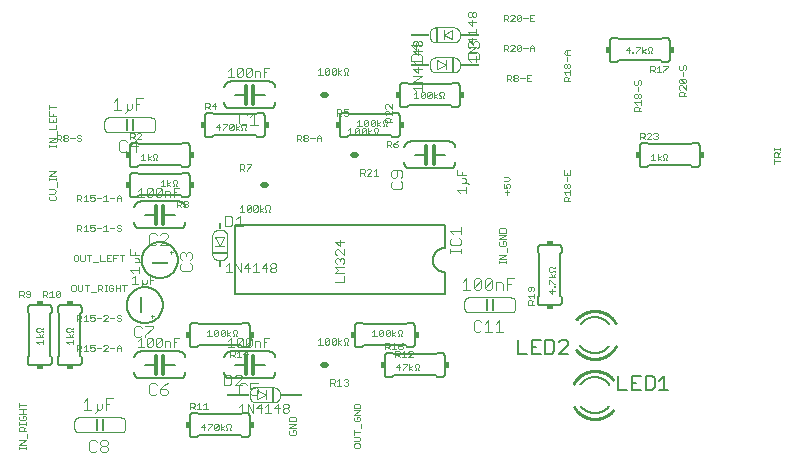
<source format=gto>
G75*
%MOIN*%
%OFA0B0*%
%FSLAX25Y25*%
%IPPOS*%
%LPD*%
%AMOC8*
5,1,8,0,0,1.08239X$1,22.5*
%
%ADD10C,0.00200*%
%ADD11C,0.00600*%
%ADD12C,0.01200*%
%ADD13C,0.00300*%
%ADD14C,0.00400*%
%ADD15R,0.01000X0.04000*%
%ADD16C,0.00500*%
%ADD17R,0.05400X0.00900*%
%ADD18R,0.00900X0.05400*%
%ADD19R,0.05000X0.01000*%
%ADD20R,0.00800X0.02200*%
%ADD21R,0.07200X0.00800*%
%ADD22R,0.01000X0.05000*%
%ADD23R,0.06100X0.00800*%
%ADD24C,0.01000*%
%ADD25R,0.02000X0.01500*%
%ADD26R,0.01500X0.02000*%
%ADD27C,0.02000*%
D10*
X0004198Y0003330D02*
X0004198Y0004064D01*
X0004198Y0003697D02*
X0006400Y0003697D01*
X0006400Y0003330D02*
X0006400Y0004064D01*
X0006400Y0004804D02*
X0004198Y0004804D01*
X0006400Y0006272D01*
X0004198Y0006272D01*
X0006767Y0007014D02*
X0006767Y0008481D01*
X0006400Y0009223D02*
X0004198Y0009223D01*
X0004198Y0010324D01*
X0004565Y0010691D01*
X0005299Y0010691D01*
X0005666Y0010324D01*
X0005666Y0009223D01*
X0005666Y0009957D02*
X0006400Y0010691D01*
X0006400Y0011433D02*
X0006400Y0012167D01*
X0006400Y0011800D02*
X0004198Y0011800D01*
X0004198Y0011433D02*
X0004198Y0012167D01*
X0004565Y0012907D02*
X0006033Y0012907D01*
X0006400Y0013274D01*
X0006400Y0014007D01*
X0006033Y0014374D01*
X0005299Y0014374D01*
X0005299Y0013641D01*
X0004565Y0014374D02*
X0004198Y0014007D01*
X0004198Y0013274D01*
X0004565Y0012907D01*
X0004198Y0015116D02*
X0006400Y0015116D01*
X0005299Y0015116D02*
X0005299Y0016584D01*
X0004198Y0016584D02*
X0006400Y0016584D01*
X0006400Y0018060D02*
X0004198Y0018060D01*
X0004198Y0017326D02*
X0004198Y0018794D01*
X0023365Y0035933D02*
X0023365Y0038135D01*
X0024466Y0038135D01*
X0024833Y0037768D01*
X0024833Y0037034D01*
X0024466Y0036667D01*
X0023365Y0036667D01*
X0024099Y0036667D02*
X0024833Y0035933D01*
X0025575Y0035933D02*
X0027043Y0035933D01*
X0026309Y0035933D02*
X0026309Y0038135D01*
X0025575Y0037401D01*
X0027785Y0037034D02*
X0027785Y0038135D01*
X0029253Y0038135D01*
X0028886Y0037401D02*
X0029253Y0037034D01*
X0029253Y0036300D01*
X0028886Y0035933D01*
X0028152Y0035933D01*
X0027785Y0036300D01*
X0027785Y0037034D02*
X0028519Y0037401D01*
X0028886Y0037401D01*
X0029995Y0037034D02*
X0031463Y0037034D01*
X0032205Y0037768D02*
X0032572Y0038135D01*
X0033306Y0038135D01*
X0033673Y0037768D01*
X0033673Y0037401D01*
X0032205Y0035933D01*
X0033673Y0035933D01*
X0034415Y0037034D02*
X0035883Y0037034D01*
X0036625Y0037034D02*
X0038093Y0037034D01*
X0038093Y0037401D02*
X0038093Y0035933D01*
X0038093Y0037401D02*
X0037359Y0038135D01*
X0036625Y0037401D01*
X0036625Y0035933D01*
X0022100Y0038303D02*
X0022100Y0039771D01*
X0022100Y0039037D02*
X0019898Y0039037D01*
X0020632Y0038303D01*
X0019898Y0040513D02*
X0022100Y0040513D01*
X0021366Y0040513D02*
X0020632Y0041613D01*
X0020265Y0042354D02*
X0019898Y0042721D01*
X0019898Y0043455D01*
X0020265Y0043822D01*
X0020999Y0043822D01*
X0021366Y0043455D01*
X0022100Y0043455D01*
X0022100Y0043822D01*
X0022100Y0042721D02*
X0021366Y0042721D01*
X0020999Y0042354D01*
X0020265Y0042354D01*
X0022100Y0042354D02*
X0022100Y0042721D01*
X0022100Y0041613D02*
X0021366Y0040513D01*
X0023365Y0045933D02*
X0023365Y0048135D01*
X0024466Y0048135D01*
X0024833Y0047768D01*
X0024833Y0047034D01*
X0024466Y0046667D01*
X0023365Y0046667D01*
X0024099Y0046667D02*
X0024833Y0045933D01*
X0025575Y0045933D02*
X0027043Y0045933D01*
X0026309Y0045933D02*
X0026309Y0048135D01*
X0025575Y0047401D01*
X0027785Y0047034D02*
X0028519Y0047401D01*
X0028886Y0047401D01*
X0029253Y0047034D01*
X0029253Y0046300D01*
X0028886Y0045933D01*
X0028152Y0045933D01*
X0027785Y0046300D01*
X0027785Y0047034D02*
X0027785Y0048135D01*
X0029253Y0048135D01*
X0029995Y0047034D02*
X0031463Y0047034D01*
X0032205Y0047768D02*
X0032572Y0048135D01*
X0033306Y0048135D01*
X0033673Y0047768D01*
X0033673Y0047401D01*
X0032205Y0045933D01*
X0033673Y0045933D01*
X0034415Y0047034D02*
X0035883Y0047034D01*
X0036625Y0047401D02*
X0036992Y0047034D01*
X0037726Y0047034D01*
X0038093Y0046667D01*
X0038093Y0046300D01*
X0037726Y0045933D01*
X0036992Y0045933D01*
X0036625Y0046300D01*
X0036625Y0047401D02*
X0036625Y0047768D01*
X0036992Y0048135D01*
X0037726Y0048135D01*
X0038093Y0047768D01*
X0037724Y0055933D02*
X0037724Y0058135D01*
X0038466Y0058135D02*
X0039934Y0058135D01*
X0039200Y0058135D02*
X0039200Y0055933D01*
X0037724Y0057034D02*
X0036256Y0057034D01*
X0035514Y0057034D02*
X0034780Y0057034D01*
X0035514Y0057034D02*
X0035514Y0056300D01*
X0035147Y0055933D01*
X0034413Y0055933D01*
X0034046Y0056300D01*
X0034046Y0057768D01*
X0034413Y0058135D01*
X0035147Y0058135D01*
X0035514Y0057768D01*
X0036256Y0058135D02*
X0036256Y0055933D01*
X0033307Y0055933D02*
X0032573Y0055933D01*
X0032940Y0055933D02*
X0032940Y0058135D01*
X0032573Y0058135D02*
X0033307Y0058135D01*
X0031831Y0057768D02*
X0031831Y0057034D01*
X0031464Y0056667D01*
X0030363Y0056667D01*
X0030363Y0055933D02*
X0030363Y0058135D01*
X0031464Y0058135D01*
X0031831Y0057768D01*
X0031097Y0056667D02*
X0031831Y0055933D01*
X0029621Y0055566D02*
X0028153Y0055566D01*
X0026678Y0055933D02*
X0026678Y0058135D01*
X0027411Y0058135D02*
X0025944Y0058135D01*
X0025202Y0058135D02*
X0025202Y0056300D01*
X0024835Y0055933D01*
X0024101Y0055933D01*
X0023734Y0056300D01*
X0023734Y0058135D01*
X0022992Y0057768D02*
X0022625Y0058135D01*
X0021891Y0058135D01*
X0021524Y0057768D01*
X0021524Y0056300D01*
X0021891Y0055933D01*
X0022625Y0055933D01*
X0022992Y0056300D01*
X0022992Y0057768D01*
X0017858Y0055768D02*
X0016390Y0054300D01*
X0016757Y0053933D01*
X0017491Y0053933D01*
X0017858Y0054300D01*
X0017858Y0055768D01*
X0017491Y0056135D01*
X0016757Y0056135D01*
X0016390Y0055768D01*
X0016390Y0054300D01*
X0015648Y0053933D02*
X0014180Y0053933D01*
X0014914Y0053933D02*
X0014914Y0056135D01*
X0014180Y0055401D01*
X0013438Y0055768D02*
X0013438Y0055034D01*
X0013071Y0054667D01*
X0011970Y0054667D01*
X0011970Y0053933D02*
X0011970Y0056135D01*
X0013071Y0056135D01*
X0013438Y0055768D01*
X0012704Y0054667D02*
X0013438Y0053933D01*
X0007858Y0054300D02*
X0007858Y0055768D01*
X0007491Y0056135D01*
X0006757Y0056135D01*
X0006390Y0055768D01*
X0006390Y0055401D01*
X0006757Y0055034D01*
X0007858Y0055034D01*
X0007858Y0054300D02*
X0007491Y0053933D01*
X0006757Y0053933D01*
X0006390Y0054300D01*
X0005648Y0053933D02*
X0004914Y0054667D01*
X0005281Y0054667D02*
X0004180Y0054667D01*
X0004180Y0053933D02*
X0004180Y0056135D01*
X0005281Y0056135D01*
X0005648Y0055768D01*
X0005648Y0055034D01*
X0005281Y0054667D01*
X0010265Y0043822D02*
X0010999Y0043822D01*
X0011366Y0043455D01*
X0012100Y0043455D01*
X0012100Y0043822D01*
X0012100Y0042721D02*
X0011366Y0042721D01*
X0010999Y0042354D01*
X0010265Y0042354D01*
X0009898Y0042721D01*
X0009898Y0043455D01*
X0010265Y0043822D01*
X0012100Y0042721D02*
X0012100Y0042354D01*
X0012100Y0041613D02*
X0011366Y0040513D01*
X0010632Y0041613D01*
X0009898Y0040513D02*
X0012100Y0040513D01*
X0012100Y0039771D02*
X0012100Y0038303D01*
X0012100Y0039037D02*
X0009898Y0039037D01*
X0010632Y0038303D01*
X0022627Y0065933D02*
X0023361Y0065933D01*
X0023728Y0066300D01*
X0023728Y0067768D01*
X0023361Y0068135D01*
X0022627Y0068135D01*
X0022260Y0067768D01*
X0022260Y0066300D01*
X0022627Y0065933D01*
X0024470Y0066300D02*
X0024837Y0065933D01*
X0025571Y0065933D01*
X0025938Y0066300D01*
X0025938Y0068135D01*
X0026680Y0068135D02*
X0028148Y0068135D01*
X0027414Y0068135D02*
X0027414Y0065933D01*
X0028890Y0065566D02*
X0030358Y0065566D01*
X0031100Y0065933D02*
X0032568Y0065933D01*
X0033310Y0065933D02*
X0034778Y0065933D01*
X0035520Y0065933D02*
X0035520Y0068135D01*
X0036988Y0068135D01*
X0037730Y0068135D02*
X0039198Y0068135D01*
X0038464Y0068135D02*
X0038464Y0065933D01*
X0036254Y0067034D02*
X0035520Y0067034D01*
X0034778Y0068135D02*
X0033310Y0068135D01*
X0033310Y0065933D01*
X0033310Y0067034D02*
X0034044Y0067034D01*
X0031100Y0068135D02*
X0031100Y0065933D01*
X0024470Y0066300D02*
X0024470Y0068135D01*
X0024833Y0075933D02*
X0024099Y0076667D01*
X0024466Y0076667D02*
X0023365Y0076667D01*
X0023365Y0075933D02*
X0023365Y0078135D01*
X0024466Y0078135D01*
X0024833Y0077768D01*
X0024833Y0077034D01*
X0024466Y0076667D01*
X0025575Y0075933D02*
X0027043Y0075933D01*
X0026309Y0075933D02*
X0026309Y0078135D01*
X0025575Y0077401D01*
X0027785Y0077034D02*
X0028519Y0077401D01*
X0028886Y0077401D01*
X0029253Y0077034D01*
X0029253Y0076300D01*
X0028886Y0075933D01*
X0028152Y0075933D01*
X0027785Y0076300D01*
X0027785Y0077034D02*
X0027785Y0078135D01*
X0029253Y0078135D01*
X0029995Y0077034D02*
X0031463Y0077034D01*
X0032205Y0077401D02*
X0032939Y0078135D01*
X0032939Y0075933D01*
X0032205Y0075933D02*
X0033673Y0075933D01*
X0034415Y0077034D02*
X0035883Y0077034D01*
X0036625Y0077401D02*
X0036992Y0077034D01*
X0037726Y0077034D01*
X0038093Y0076667D01*
X0038093Y0076300D01*
X0037726Y0075933D01*
X0036992Y0075933D01*
X0036625Y0076300D01*
X0036625Y0077401D02*
X0036625Y0077768D01*
X0036992Y0078135D01*
X0037726Y0078135D01*
X0038093Y0077768D01*
X0038093Y0085933D02*
X0038093Y0087401D01*
X0037359Y0088135D01*
X0036625Y0087401D01*
X0036625Y0085933D01*
X0036625Y0087034D02*
X0038093Y0087034D01*
X0035883Y0087034D02*
X0034415Y0087034D01*
X0033673Y0085933D02*
X0032205Y0085933D01*
X0032939Y0085933D02*
X0032939Y0088135D01*
X0032205Y0087401D01*
X0031463Y0087034D02*
X0029995Y0087034D01*
X0029253Y0087034D02*
X0029253Y0086300D01*
X0028886Y0085933D01*
X0028152Y0085933D01*
X0027785Y0086300D01*
X0027785Y0087034D02*
X0028519Y0087401D01*
X0028886Y0087401D01*
X0029253Y0087034D01*
X0029253Y0088135D02*
X0027785Y0088135D01*
X0027785Y0087034D01*
X0027043Y0085933D02*
X0025575Y0085933D01*
X0026309Y0085933D02*
X0026309Y0088135D01*
X0025575Y0087401D01*
X0024833Y0087034D02*
X0024466Y0086667D01*
X0023365Y0086667D01*
X0023365Y0085933D02*
X0023365Y0088135D01*
X0024466Y0088135D01*
X0024833Y0087768D01*
X0024833Y0087034D01*
X0024099Y0086667D02*
X0024833Y0085933D01*
X0016400Y0086644D02*
X0016033Y0086277D01*
X0014565Y0086277D01*
X0014198Y0086644D01*
X0014198Y0087378D01*
X0014565Y0087745D01*
X0014198Y0088487D02*
X0015666Y0088487D01*
X0016400Y0089221D01*
X0015666Y0089955D01*
X0014198Y0089955D01*
X0016767Y0090697D02*
X0016767Y0092165D01*
X0016400Y0092907D02*
X0016400Y0093641D01*
X0016400Y0093274D02*
X0014198Y0093274D01*
X0014198Y0092907D02*
X0014198Y0093641D01*
X0014198Y0094380D02*
X0016400Y0095848D01*
X0014198Y0095848D01*
X0014198Y0094380D02*
X0016400Y0094380D01*
X0016033Y0087745D02*
X0016400Y0087378D01*
X0016400Y0086644D01*
X0044700Y0099533D02*
X0046168Y0099533D01*
X0044700Y0099533D01*
X0045434Y0099533D02*
X0045434Y0101735D01*
X0044700Y0101001D01*
X0045434Y0101735D01*
X0045434Y0099533D01*
X0046910Y0099533D02*
X0046910Y0101735D01*
X0046910Y0099533D01*
X0046910Y0100267D02*
X0048011Y0101001D01*
X0046910Y0100267D01*
X0048011Y0099533D01*
X0046910Y0100267D01*
X0048751Y0100634D02*
X0048751Y0101368D01*
X0049118Y0101735D01*
X0049852Y0101735D01*
X0050219Y0101368D01*
X0050219Y0100634D01*
X0049852Y0100267D01*
X0049852Y0099533D01*
X0050219Y0099533D01*
X0049852Y0099533D01*
X0049852Y0100267D01*
X0050219Y0100634D01*
X0050219Y0101368D01*
X0049852Y0101735D01*
X0049118Y0101735D01*
X0048751Y0101368D01*
X0048751Y0100634D01*
X0049118Y0100267D01*
X0049118Y0099533D01*
X0048751Y0099533D01*
X0049118Y0099533D01*
X0049118Y0100267D01*
X0048751Y0100634D01*
X0044778Y0106533D02*
X0043310Y0106533D01*
X0044778Y0108001D01*
X0044778Y0108368D01*
X0044411Y0108735D01*
X0043677Y0108735D01*
X0043310Y0108368D01*
X0043677Y0108735D01*
X0044411Y0108735D01*
X0044778Y0108368D01*
X0044778Y0108001D01*
X0043310Y0106533D01*
X0044778Y0106533D01*
X0042568Y0106533D02*
X0041834Y0107267D01*
X0042568Y0106533D01*
X0042201Y0107267D02*
X0041100Y0107267D01*
X0042201Y0107267D01*
X0042568Y0107634D01*
X0042568Y0108368D01*
X0042201Y0108735D01*
X0041100Y0108735D01*
X0041100Y0106533D01*
X0041100Y0108735D01*
X0042201Y0108735D01*
X0042568Y0108368D01*
X0042568Y0107634D01*
X0042201Y0107267D01*
X0024778Y0107768D02*
X0024411Y0108135D01*
X0023677Y0108135D01*
X0023310Y0107768D01*
X0023310Y0107401D01*
X0023677Y0107034D01*
X0024411Y0107034D01*
X0024778Y0106667D01*
X0024778Y0106300D01*
X0024411Y0105933D01*
X0023677Y0105933D01*
X0023310Y0106300D01*
X0022568Y0107034D02*
X0021100Y0107034D01*
X0020358Y0106667D02*
X0019991Y0107034D01*
X0019257Y0107034D01*
X0018890Y0107401D01*
X0018890Y0107768D01*
X0019257Y0108135D01*
X0019991Y0108135D01*
X0020358Y0107768D01*
X0020358Y0107401D01*
X0019991Y0107034D01*
X0020358Y0106667D02*
X0020358Y0106300D01*
X0019991Y0105933D01*
X0019257Y0105933D01*
X0018890Y0106300D01*
X0018890Y0106667D01*
X0019257Y0107034D01*
X0018148Y0107034D02*
X0017781Y0106667D01*
X0016680Y0106667D01*
X0016400Y0107008D02*
X0014198Y0107008D01*
X0014198Y0105540D02*
X0016400Y0107008D01*
X0016767Y0107750D02*
X0016767Y0109218D01*
X0016400Y0109960D02*
X0016400Y0111428D01*
X0016400Y0112170D02*
X0014198Y0112170D01*
X0014198Y0113638D01*
X0014198Y0114380D02*
X0014198Y0115848D01*
X0014198Y0116590D02*
X0014198Y0118058D01*
X0014198Y0117324D02*
X0016400Y0117324D01*
X0015299Y0115114D02*
X0015299Y0114380D01*
X0016400Y0114380D02*
X0014198Y0114380D01*
X0015299Y0112904D02*
X0015299Y0112170D01*
X0016400Y0112170D02*
X0016400Y0113638D01*
X0016400Y0109960D02*
X0014198Y0109960D01*
X0016680Y0108135D02*
X0017781Y0108135D01*
X0018148Y0107768D01*
X0018148Y0107034D01*
X0017414Y0106667D02*
X0018148Y0105933D01*
X0016680Y0105933D02*
X0016680Y0108135D01*
X0016400Y0105540D02*
X0014198Y0105540D01*
X0014198Y0104801D02*
X0014198Y0104067D01*
X0014198Y0104434D02*
X0016400Y0104434D01*
X0016400Y0104067D02*
X0016400Y0104801D01*
X0051239Y0092401D02*
X0051973Y0093135D01*
X0051973Y0090933D01*
X0051973Y0093135D01*
X0051239Y0092401D01*
X0051239Y0090933D02*
X0052707Y0090933D01*
X0051239Y0090933D01*
X0053449Y0090933D02*
X0053449Y0093135D01*
X0053449Y0090933D01*
X0053449Y0091667D02*
X0054549Y0090933D01*
X0053449Y0091667D01*
X0054549Y0092401D01*
X0053449Y0091667D01*
X0055290Y0092034D02*
X0055290Y0092768D01*
X0055657Y0093135D01*
X0056391Y0093135D01*
X0056758Y0092768D01*
X0056758Y0092034D01*
X0056391Y0091667D01*
X0056391Y0090933D01*
X0056758Y0090933D01*
X0056391Y0090933D01*
X0056391Y0091667D01*
X0056758Y0092034D01*
X0056758Y0092768D01*
X0056391Y0093135D01*
X0055657Y0093135D01*
X0055290Y0092768D01*
X0055290Y0092034D01*
X0055657Y0091667D01*
X0055657Y0090933D01*
X0055290Y0090933D01*
X0055657Y0090933D01*
X0055657Y0091667D01*
X0055290Y0092034D01*
X0056680Y0086135D02*
X0057781Y0086135D01*
X0058148Y0085768D01*
X0058148Y0085034D01*
X0057781Y0084667D01*
X0056680Y0084667D01*
X0057781Y0084667D01*
X0058148Y0085034D01*
X0058148Y0085768D01*
X0057781Y0086135D01*
X0056680Y0086135D01*
X0056680Y0083933D01*
X0056680Y0086135D01*
X0057414Y0084667D02*
X0058148Y0083933D01*
X0057414Y0084667D01*
X0058890Y0084300D02*
X0059257Y0083933D01*
X0059991Y0083933D01*
X0060358Y0084300D01*
X0060358Y0084667D01*
X0059991Y0085034D01*
X0059624Y0085034D01*
X0059991Y0085034D01*
X0060358Y0085401D01*
X0060358Y0085768D01*
X0059991Y0086135D01*
X0059257Y0086135D01*
X0058890Y0085768D01*
X0059257Y0086135D01*
X0059991Y0086135D01*
X0060358Y0085768D01*
X0060358Y0085401D01*
X0059991Y0085034D01*
X0060358Y0084667D01*
X0060358Y0084300D01*
X0059991Y0083933D01*
X0059257Y0083933D01*
X0058890Y0084300D01*
X0077700Y0083801D02*
X0078434Y0084535D01*
X0078434Y0082333D01*
X0078434Y0084535D01*
X0077700Y0083801D01*
X0077700Y0082333D02*
X0079168Y0082333D01*
X0077700Y0082333D01*
X0079910Y0082700D02*
X0081378Y0084168D01*
X0081378Y0082700D01*
X0081011Y0082333D01*
X0080277Y0082333D01*
X0079910Y0082700D01*
X0079910Y0084168D01*
X0080277Y0084535D01*
X0081011Y0084535D01*
X0081378Y0084168D01*
X0079910Y0082700D01*
X0080277Y0082333D01*
X0081011Y0082333D01*
X0081378Y0082700D01*
X0081378Y0084168D01*
X0081011Y0084535D01*
X0080277Y0084535D01*
X0079910Y0084168D01*
X0079910Y0082700D01*
X0082120Y0082700D02*
X0082120Y0084168D01*
X0082487Y0084535D01*
X0083221Y0084535D01*
X0083588Y0084168D01*
X0082120Y0082700D01*
X0082487Y0082333D01*
X0083221Y0082333D01*
X0083588Y0082700D01*
X0083588Y0084168D01*
X0082120Y0082700D01*
X0082487Y0082333D01*
X0083221Y0082333D01*
X0083588Y0082700D01*
X0083588Y0084168D01*
X0083221Y0084535D01*
X0082487Y0084535D01*
X0082120Y0084168D01*
X0082120Y0082700D01*
X0084330Y0082333D02*
X0084330Y0084535D01*
X0084330Y0082333D01*
X0084330Y0083067D02*
X0085431Y0083801D01*
X0084330Y0083067D01*
X0085431Y0082333D01*
X0084330Y0083067D01*
X0086171Y0083434D02*
X0086171Y0084168D01*
X0086538Y0084535D01*
X0087272Y0084535D01*
X0087639Y0084168D01*
X0087639Y0083434D01*
X0087272Y0083067D01*
X0087272Y0082333D01*
X0087639Y0082333D01*
X0087272Y0082333D01*
X0087272Y0083067D01*
X0087639Y0083434D01*
X0087639Y0084168D01*
X0087272Y0084535D01*
X0086538Y0084535D01*
X0086171Y0084168D01*
X0086171Y0083434D01*
X0086538Y0083067D01*
X0086538Y0082333D01*
X0086171Y0082333D01*
X0086538Y0082333D01*
X0086538Y0083067D01*
X0086171Y0083434D01*
X0079910Y0096033D02*
X0079910Y0096400D01*
X0081378Y0097868D01*
X0081378Y0098235D01*
X0079910Y0098235D01*
X0081378Y0098235D01*
X0081378Y0097868D01*
X0079910Y0096400D01*
X0079910Y0096033D01*
X0079168Y0096033D02*
X0078434Y0096767D01*
X0079168Y0096033D01*
X0078801Y0096767D02*
X0077700Y0096767D01*
X0078801Y0096767D01*
X0079168Y0097134D01*
X0079168Y0097868D01*
X0078801Y0098235D01*
X0077700Y0098235D01*
X0077700Y0096033D01*
X0077700Y0098235D01*
X0078801Y0098235D01*
X0079168Y0097868D01*
X0079168Y0097134D01*
X0078801Y0096767D01*
X0096680Y0105933D02*
X0096680Y0108135D01*
X0097781Y0108135D01*
X0098148Y0107768D01*
X0098148Y0107034D01*
X0097781Y0106667D01*
X0096680Y0106667D01*
X0097414Y0106667D02*
X0098148Y0105933D01*
X0098890Y0106300D02*
X0098890Y0106667D01*
X0099257Y0107034D01*
X0099991Y0107034D01*
X0100358Y0106667D01*
X0100358Y0106300D01*
X0099991Y0105933D01*
X0099257Y0105933D01*
X0098890Y0106300D01*
X0099257Y0107034D02*
X0098890Y0107401D01*
X0098890Y0107768D01*
X0099257Y0108135D01*
X0099991Y0108135D01*
X0100358Y0107768D01*
X0100358Y0107401D01*
X0099991Y0107034D01*
X0101100Y0107034D02*
X0102568Y0107034D01*
X0103310Y0107034D02*
X0104778Y0107034D01*
X0104778Y0107401D02*
X0104778Y0105933D01*
X0103310Y0105933D02*
X0103310Y0107401D01*
X0104044Y0108135D01*
X0104778Y0107401D01*
X0113819Y0108133D02*
X0115287Y0108133D01*
X0113819Y0108133D01*
X0114553Y0108133D02*
X0114553Y0110335D01*
X0113819Y0109601D01*
X0114553Y0110335D01*
X0114553Y0108133D01*
X0116029Y0108500D02*
X0116029Y0109968D01*
X0116396Y0110335D01*
X0117130Y0110335D01*
X0117497Y0109968D01*
X0116029Y0108500D01*
X0116396Y0108133D01*
X0117130Y0108133D01*
X0117497Y0108500D01*
X0117497Y0109968D01*
X0116029Y0108500D01*
X0116396Y0108133D01*
X0117130Y0108133D01*
X0117497Y0108500D01*
X0117497Y0109968D01*
X0117130Y0110335D01*
X0116396Y0110335D01*
X0116029Y0109968D01*
X0116029Y0108500D01*
X0118239Y0108500D02*
X0119707Y0109968D01*
X0119707Y0108500D01*
X0119340Y0108133D01*
X0118606Y0108133D01*
X0118239Y0108500D01*
X0118239Y0109968D01*
X0118606Y0110335D01*
X0119340Y0110335D01*
X0119707Y0109968D01*
X0118239Y0108500D01*
X0118606Y0108133D01*
X0119340Y0108133D01*
X0119707Y0108500D01*
X0119707Y0109968D01*
X0119340Y0110335D01*
X0118606Y0110335D01*
X0118239Y0109968D01*
X0118239Y0108500D01*
X0120449Y0108133D02*
X0120449Y0110335D01*
X0120449Y0108133D01*
X0120449Y0108867D02*
X0121549Y0108133D01*
X0120449Y0108867D01*
X0121549Y0109601D01*
X0120449Y0108867D01*
X0122290Y0109234D02*
X0122290Y0109968D01*
X0122657Y0110335D01*
X0123391Y0110335D01*
X0123758Y0109968D01*
X0123758Y0109234D01*
X0123391Y0108867D01*
X0123391Y0108133D01*
X0123758Y0108133D01*
X0123391Y0108133D01*
X0123391Y0108867D01*
X0123758Y0109234D01*
X0123758Y0109968D01*
X0123391Y0110335D01*
X0122657Y0110335D01*
X0122290Y0109968D01*
X0122290Y0109234D01*
X0122657Y0108867D01*
X0122657Y0108133D01*
X0122290Y0108133D01*
X0122657Y0108133D01*
X0122657Y0108867D01*
X0122290Y0109234D01*
X0122340Y0110933D02*
X0121606Y0110933D01*
X0121239Y0111300D01*
X0122707Y0112768D01*
X0122707Y0111300D01*
X0122340Y0110933D01*
X0121606Y0110933D01*
X0121239Y0111300D01*
X0121239Y0112768D01*
X0121606Y0113135D01*
X0122340Y0113135D01*
X0122707Y0112768D01*
X0121239Y0111300D01*
X0121239Y0112768D01*
X0121606Y0113135D01*
X0122340Y0113135D01*
X0122707Y0112768D01*
X0122707Y0111300D01*
X0122340Y0110933D01*
X0123449Y0110933D02*
X0123449Y0113135D01*
X0123449Y0110933D01*
X0123449Y0111667D02*
X0124549Y0112401D01*
X0123449Y0111667D01*
X0124549Y0110933D01*
X0123449Y0111667D01*
X0125290Y0112034D02*
X0125290Y0112768D01*
X0125657Y0113135D01*
X0126391Y0113135D01*
X0126758Y0112768D01*
X0126758Y0112034D01*
X0126391Y0111667D01*
X0126391Y0110933D01*
X0126758Y0110933D01*
X0126391Y0110933D01*
X0126391Y0111667D01*
X0126758Y0112034D01*
X0126758Y0112768D01*
X0126391Y0113135D01*
X0125657Y0113135D01*
X0125290Y0112768D01*
X0125290Y0112034D01*
X0125657Y0111667D01*
X0125657Y0110933D01*
X0125290Y0110933D01*
X0125657Y0110933D01*
X0125657Y0111667D01*
X0125290Y0112034D01*
X0126198Y0112304D02*
X0126198Y0113405D01*
X0126565Y0113772D01*
X0127299Y0113772D01*
X0127666Y0113405D01*
X0127666Y0112304D01*
X0127666Y0113038D02*
X0128400Y0113772D01*
X0128400Y0114514D02*
X0126932Y0115981D01*
X0126565Y0115981D01*
X0126198Y0115614D01*
X0126198Y0114881D01*
X0126565Y0114514D01*
X0128400Y0114514D02*
X0128400Y0115981D01*
X0128400Y0116723D02*
X0126932Y0118191D01*
X0126565Y0118191D01*
X0126198Y0117824D01*
X0126198Y0117090D01*
X0126565Y0116723D01*
X0128400Y0116723D02*
X0128400Y0118191D01*
X0135759Y0120233D02*
X0137227Y0120233D01*
X0136493Y0120233D02*
X0136493Y0122435D01*
X0135759Y0121701D01*
X0137969Y0122068D02*
X0137969Y0120600D01*
X0139437Y0122068D01*
X0139437Y0120600D01*
X0139070Y0120233D01*
X0138336Y0120233D01*
X0137969Y0120600D01*
X0137969Y0122068D02*
X0138336Y0122435D01*
X0139070Y0122435D01*
X0139437Y0122068D01*
X0140179Y0122068D02*
X0140546Y0122435D01*
X0141280Y0122435D01*
X0141647Y0122068D01*
X0140179Y0120600D01*
X0140546Y0120233D01*
X0141280Y0120233D01*
X0141647Y0120600D01*
X0141647Y0122068D01*
X0142389Y0122435D02*
X0142389Y0120233D01*
X0142389Y0120967D02*
X0143490Y0121701D01*
X0144231Y0121334D02*
X0144598Y0120967D01*
X0144598Y0120233D01*
X0144231Y0120233D01*
X0143490Y0120233D02*
X0142389Y0120967D01*
X0144231Y0121334D02*
X0144231Y0122068D01*
X0144598Y0122435D01*
X0145332Y0122435D01*
X0145699Y0122068D01*
X0145699Y0121334D01*
X0145332Y0120967D01*
X0145332Y0120233D01*
X0145699Y0120233D01*
X0140179Y0120600D02*
X0140179Y0122068D01*
X0128400Y0112304D02*
X0126198Y0112304D01*
X0120497Y0112768D02*
X0120497Y0111300D01*
X0120130Y0110933D01*
X0119396Y0110933D01*
X0119029Y0111300D01*
X0120497Y0112768D01*
X0120130Y0113135D01*
X0119396Y0113135D01*
X0119029Y0112768D01*
X0119029Y0111300D01*
X0120497Y0112768D01*
X0120497Y0111300D01*
X0120130Y0110933D01*
X0119396Y0110933D01*
X0119029Y0111300D01*
X0119029Y0112768D01*
X0119396Y0113135D01*
X0120130Y0113135D01*
X0120497Y0112768D01*
X0118287Y0110933D02*
X0116819Y0110933D01*
X0118287Y0110933D01*
X0117553Y0110933D02*
X0117553Y0113135D01*
X0116819Y0112401D01*
X0117553Y0113135D01*
X0117553Y0110933D01*
X0113758Y0114800D02*
X0113391Y0114433D01*
X0112657Y0114433D01*
X0112290Y0114800D01*
X0112657Y0114433D01*
X0113391Y0114433D01*
X0113758Y0114800D01*
X0113758Y0115534D01*
X0113391Y0115901D01*
X0113024Y0115901D01*
X0112290Y0115534D01*
X0112290Y0116635D01*
X0113758Y0116635D01*
X0112290Y0116635D01*
X0112290Y0115534D01*
X0113024Y0115901D01*
X0113391Y0115901D01*
X0113758Y0115534D01*
X0113758Y0114800D01*
X0111548Y0114433D02*
X0110814Y0115167D01*
X0111548Y0114433D01*
X0111181Y0115167D02*
X0110080Y0115167D01*
X0111181Y0115167D01*
X0111548Y0115534D01*
X0111548Y0116268D01*
X0111181Y0116635D01*
X0110080Y0116635D01*
X0110080Y0114433D01*
X0110080Y0116635D01*
X0111181Y0116635D01*
X0111548Y0116268D01*
X0111548Y0115534D01*
X0111181Y0115167D01*
X0126680Y0106135D02*
X0127781Y0106135D01*
X0128148Y0105768D01*
X0128148Y0105034D01*
X0127781Y0104667D01*
X0126680Y0104667D01*
X0127781Y0104667D01*
X0128148Y0105034D01*
X0128148Y0105768D01*
X0127781Y0106135D01*
X0126680Y0106135D01*
X0126680Y0103933D01*
X0126680Y0106135D01*
X0127414Y0104667D02*
X0128148Y0103933D01*
X0127414Y0104667D01*
X0128890Y0104300D02*
X0129257Y0103933D01*
X0129991Y0103933D01*
X0130358Y0104300D01*
X0130358Y0104667D01*
X0129991Y0105034D01*
X0128890Y0105034D01*
X0128890Y0104300D01*
X0129257Y0103933D01*
X0129991Y0103933D01*
X0130358Y0104300D01*
X0130358Y0104667D01*
X0129991Y0105034D01*
X0128890Y0105034D01*
X0129624Y0105768D01*
X0130358Y0106135D01*
X0129624Y0105768D01*
X0128890Y0105034D01*
X0128890Y0104300D01*
X0123024Y0096635D02*
X0123024Y0094433D01*
X0123024Y0096635D01*
X0122290Y0095901D01*
X0123024Y0096635D01*
X0121548Y0096268D02*
X0121548Y0095901D01*
X0120080Y0094433D01*
X0121548Y0094433D01*
X0120080Y0094433D01*
X0121548Y0095901D01*
X0121548Y0096268D01*
X0121181Y0096635D01*
X0120447Y0096635D01*
X0120080Y0096268D01*
X0120447Y0096635D01*
X0121181Y0096635D01*
X0121548Y0096268D01*
X0122290Y0094433D02*
X0123758Y0094433D01*
X0122290Y0094433D01*
X0119338Y0094433D02*
X0118604Y0095167D01*
X0119338Y0094433D01*
X0118971Y0095167D02*
X0117870Y0095167D01*
X0118971Y0095167D01*
X0119338Y0095534D01*
X0119338Y0096268D01*
X0118971Y0096635D01*
X0117870Y0096635D01*
X0117870Y0094433D01*
X0117870Y0096635D01*
X0118971Y0096635D01*
X0119338Y0096268D01*
X0119338Y0095534D01*
X0118971Y0095167D01*
X0079639Y0109533D02*
X0079272Y0109533D01*
X0079272Y0110267D01*
X0079639Y0110634D01*
X0079639Y0111368D01*
X0079272Y0111735D01*
X0078538Y0111735D01*
X0078171Y0111368D01*
X0078171Y0110634D01*
X0078538Y0110267D01*
X0078538Y0109533D01*
X0078171Y0109533D01*
X0078538Y0109533D01*
X0078538Y0110267D01*
X0078171Y0110634D01*
X0078171Y0111368D01*
X0078538Y0111735D01*
X0079272Y0111735D01*
X0079639Y0111368D01*
X0079639Y0110634D01*
X0079272Y0110267D01*
X0079272Y0109533D01*
X0079639Y0109533D01*
X0077431Y0109533D02*
X0076330Y0110267D01*
X0077431Y0111001D01*
X0076330Y0110267D01*
X0077431Y0109533D01*
X0076330Y0109533D02*
X0076330Y0111735D01*
X0076330Y0109533D01*
X0075588Y0109900D02*
X0075221Y0109533D01*
X0074487Y0109533D01*
X0074120Y0109900D01*
X0075588Y0111368D01*
X0075588Y0109900D01*
X0075221Y0109533D01*
X0074487Y0109533D01*
X0074120Y0109900D01*
X0074120Y0111368D01*
X0074487Y0111735D01*
X0075221Y0111735D01*
X0075588Y0111368D01*
X0074120Y0109900D01*
X0074120Y0111368D01*
X0074487Y0111735D01*
X0075221Y0111735D01*
X0075588Y0111368D01*
X0075588Y0109900D01*
X0073378Y0111368D02*
X0071910Y0109900D01*
X0071910Y0109533D01*
X0071910Y0109900D01*
X0073378Y0111368D01*
X0073378Y0111735D01*
X0071910Y0111735D01*
X0073378Y0111735D01*
X0073378Y0111368D01*
X0071168Y0110634D02*
X0069700Y0110634D01*
X0070801Y0111735D01*
X0070801Y0109533D01*
X0070801Y0111735D01*
X0069700Y0110634D01*
X0071168Y0110634D01*
X0069411Y0116533D02*
X0069411Y0118735D01*
X0068310Y0117634D01*
X0069778Y0117634D01*
X0068310Y0117634D01*
X0069411Y0118735D01*
X0069411Y0116533D01*
X0067568Y0116533D02*
X0066834Y0117267D01*
X0067568Y0116533D01*
X0067201Y0117267D02*
X0066100Y0117267D01*
X0067201Y0117267D01*
X0067568Y0117634D01*
X0067568Y0118368D01*
X0067201Y0118735D01*
X0066100Y0118735D01*
X0066100Y0116533D01*
X0066100Y0118735D01*
X0067201Y0118735D01*
X0067568Y0118368D01*
X0067568Y0117634D01*
X0067201Y0117267D01*
X0103819Y0128133D02*
X0105287Y0128133D01*
X0103819Y0128133D01*
X0104553Y0128133D02*
X0104553Y0130335D01*
X0103819Y0129601D01*
X0104553Y0130335D01*
X0104553Y0128133D01*
X0106029Y0128500D02*
X0107497Y0129968D01*
X0107497Y0128500D01*
X0107130Y0128133D01*
X0106396Y0128133D01*
X0106029Y0128500D01*
X0106029Y0129968D01*
X0106396Y0130335D01*
X0107130Y0130335D01*
X0107497Y0129968D01*
X0106029Y0128500D01*
X0106396Y0128133D01*
X0107130Y0128133D01*
X0107497Y0128500D01*
X0107497Y0129968D01*
X0107130Y0130335D01*
X0106396Y0130335D01*
X0106029Y0129968D01*
X0106029Y0128500D01*
X0108239Y0128500D02*
X0108239Y0129968D01*
X0108606Y0130335D01*
X0109340Y0130335D01*
X0109707Y0129968D01*
X0108239Y0128500D01*
X0108606Y0128133D01*
X0109340Y0128133D01*
X0109707Y0128500D01*
X0109707Y0129968D01*
X0108239Y0128500D01*
X0108606Y0128133D01*
X0109340Y0128133D01*
X0109707Y0128500D01*
X0109707Y0129968D01*
X0109340Y0130335D01*
X0108606Y0130335D01*
X0108239Y0129968D01*
X0108239Y0128500D01*
X0110449Y0128133D02*
X0110449Y0130335D01*
X0110449Y0128133D01*
X0110449Y0128867D02*
X0111549Y0129601D01*
X0110449Y0128867D01*
X0111549Y0128133D01*
X0110449Y0128867D01*
X0112290Y0129234D02*
X0112290Y0129968D01*
X0112657Y0130335D01*
X0113391Y0130335D01*
X0113758Y0129968D01*
X0113758Y0129234D01*
X0113391Y0128867D01*
X0113391Y0128133D01*
X0113758Y0128133D01*
X0113391Y0128133D01*
X0113391Y0128867D01*
X0113758Y0129234D01*
X0113758Y0129968D01*
X0113391Y0130335D01*
X0112657Y0130335D01*
X0112290Y0129968D01*
X0112290Y0129234D01*
X0112657Y0128867D01*
X0112657Y0128133D01*
X0112290Y0128133D01*
X0112657Y0128133D01*
X0112657Y0128867D01*
X0112290Y0129234D01*
X0165575Y0135933D02*
X0165575Y0138135D01*
X0166676Y0138135D01*
X0167043Y0137768D01*
X0167043Y0137034D01*
X0166676Y0136667D01*
X0165575Y0136667D01*
X0166309Y0136667D02*
X0167043Y0135933D01*
X0167785Y0135933D02*
X0169253Y0137401D01*
X0169253Y0137768D01*
X0168886Y0138135D01*
X0168152Y0138135D01*
X0167785Y0137768D01*
X0167785Y0135933D02*
X0169253Y0135933D01*
X0169995Y0136300D02*
X0171463Y0137768D01*
X0171463Y0136300D01*
X0171096Y0135933D01*
X0170362Y0135933D01*
X0169995Y0136300D01*
X0169995Y0137768D01*
X0170362Y0138135D01*
X0171096Y0138135D01*
X0171463Y0137768D01*
X0172205Y0137034D02*
X0173673Y0137034D01*
X0174415Y0137034D02*
X0175883Y0137034D01*
X0175883Y0137401D02*
X0175883Y0135933D01*
X0174415Y0135933D02*
X0174415Y0137401D01*
X0175149Y0138135D01*
X0175883Y0137401D01*
X0185598Y0135482D02*
X0186332Y0134748D01*
X0187800Y0134748D01*
X0186699Y0134748D02*
X0186699Y0136216D01*
X0186332Y0136216D02*
X0187800Y0136216D01*
X0186332Y0136216D02*
X0185598Y0135482D01*
X0186699Y0134006D02*
X0186699Y0132538D01*
X0186332Y0131796D02*
X0186699Y0131429D01*
X0186699Y0130695D01*
X0186332Y0130328D01*
X0185965Y0130328D01*
X0185598Y0130695D01*
X0185598Y0131429D01*
X0185965Y0131796D01*
X0186332Y0131796D01*
X0186699Y0131429D02*
X0187066Y0131796D01*
X0187433Y0131796D01*
X0187800Y0131429D01*
X0187800Y0130695D01*
X0187433Y0130328D01*
X0187066Y0130328D01*
X0186699Y0130695D01*
X0187800Y0129586D02*
X0187800Y0128118D01*
X0187800Y0128852D02*
X0185598Y0128852D01*
X0186332Y0128118D01*
X0185965Y0127377D02*
X0186699Y0127377D01*
X0187066Y0127010D01*
X0187066Y0125909D01*
X0187066Y0126643D02*
X0187800Y0127377D01*
X0187800Y0125909D02*
X0185598Y0125909D01*
X0185598Y0127010D01*
X0185965Y0127377D01*
X0174778Y0128135D02*
X0173310Y0128135D01*
X0173310Y0125933D01*
X0174778Y0125933D01*
X0174044Y0127034D02*
X0173310Y0127034D01*
X0172568Y0127034D02*
X0171100Y0127034D01*
X0170358Y0126667D02*
X0170358Y0126300D01*
X0169991Y0125933D01*
X0169257Y0125933D01*
X0168890Y0126300D01*
X0168890Y0126667D01*
X0169257Y0127034D01*
X0169991Y0127034D01*
X0170358Y0126667D01*
X0169991Y0127034D02*
X0170358Y0127401D01*
X0170358Y0127768D01*
X0169991Y0128135D01*
X0169257Y0128135D01*
X0168890Y0127768D01*
X0168890Y0127401D01*
X0169257Y0127034D01*
X0168148Y0127034D02*
X0168148Y0127768D01*
X0167781Y0128135D01*
X0166680Y0128135D01*
X0166680Y0125933D01*
X0166680Y0126667D02*
X0167781Y0126667D01*
X0168148Y0127034D01*
X0167414Y0126667D02*
X0168148Y0125933D01*
X0167785Y0145933D02*
X0169253Y0147401D01*
X0169253Y0147768D01*
X0168886Y0148135D01*
X0168152Y0148135D01*
X0167785Y0147768D01*
X0167043Y0147768D02*
X0167043Y0147034D01*
X0166676Y0146667D01*
X0165575Y0146667D01*
X0165575Y0145933D02*
X0165575Y0148135D01*
X0166676Y0148135D01*
X0167043Y0147768D01*
X0166309Y0146667D02*
X0167043Y0145933D01*
X0167785Y0145933D02*
X0169253Y0145933D01*
X0169995Y0146300D02*
X0171463Y0147768D01*
X0171463Y0146300D01*
X0171096Y0145933D01*
X0170362Y0145933D01*
X0169995Y0146300D01*
X0169995Y0147768D01*
X0170362Y0148135D01*
X0171096Y0148135D01*
X0171463Y0147768D01*
X0172205Y0147034D02*
X0173673Y0147034D01*
X0174415Y0147034D02*
X0175149Y0147034D01*
X0174415Y0145933D02*
X0175883Y0145933D01*
X0174415Y0145933D02*
X0174415Y0148135D01*
X0175883Y0148135D01*
X0206312Y0136334D02*
X0207780Y0136334D01*
X0208522Y0135600D02*
X0208522Y0135233D01*
X0208889Y0135233D01*
X0208889Y0135600D01*
X0208522Y0135600D01*
X0209627Y0135600D02*
X0209627Y0135233D01*
X0209627Y0135600D02*
X0211095Y0137068D01*
X0211095Y0137435D01*
X0209627Y0137435D01*
X0211837Y0137435D02*
X0211837Y0135233D01*
X0211837Y0135967D02*
X0212938Y0135233D01*
X0213678Y0135233D02*
X0214045Y0135233D01*
X0214045Y0135967D01*
X0213678Y0136334D01*
X0213678Y0137068D01*
X0214045Y0137435D01*
X0214779Y0137435D01*
X0215146Y0137068D01*
X0215146Y0136334D01*
X0214779Y0135967D01*
X0214779Y0135233D01*
X0215146Y0135233D01*
X0212938Y0136701D02*
X0211837Y0135967D01*
X0207413Y0135233D02*
X0207413Y0137435D01*
X0206312Y0136334D01*
X0214470Y0131135D02*
X0215571Y0131135D01*
X0215938Y0130768D01*
X0215938Y0130034D01*
X0215571Y0129667D01*
X0214470Y0129667D01*
X0215571Y0129667D01*
X0215938Y0130034D01*
X0215938Y0130768D01*
X0215571Y0131135D01*
X0214470Y0131135D01*
X0214470Y0128933D01*
X0214470Y0131135D01*
X0215204Y0129667D02*
X0215938Y0128933D01*
X0215204Y0129667D01*
X0216680Y0128933D02*
X0218148Y0128933D01*
X0216680Y0128933D01*
X0217414Y0128933D02*
X0217414Y0131135D01*
X0216680Y0130401D01*
X0217414Y0131135D01*
X0217414Y0128933D01*
X0218890Y0128933D02*
X0218890Y0129300D01*
X0220358Y0130768D01*
X0220358Y0131135D01*
X0218890Y0131135D01*
X0220358Y0131135D01*
X0220358Y0130768D01*
X0218890Y0129300D01*
X0218890Y0128933D01*
X0224198Y0130115D02*
X0224198Y0130849D01*
X0224565Y0131216D01*
X0225299Y0130849D02*
X0225666Y0131216D01*
X0226033Y0131216D01*
X0226400Y0130849D01*
X0226400Y0130115D01*
X0226033Y0129748D01*
X0225299Y0130115D02*
X0225299Y0130849D01*
X0225299Y0130115D02*
X0224932Y0129748D01*
X0224565Y0129748D01*
X0224198Y0130115D01*
X0225299Y0129006D02*
X0225299Y0127538D01*
X0224565Y0126796D02*
X0224198Y0126429D01*
X0224198Y0125695D01*
X0224565Y0125328D01*
X0226033Y0125328D01*
X0224565Y0126796D01*
X0226033Y0126796D01*
X0226400Y0126429D01*
X0226400Y0125695D01*
X0226033Y0125328D01*
X0226400Y0124586D02*
X0226400Y0123118D01*
X0224932Y0124586D01*
X0224565Y0124586D01*
X0224198Y0124219D01*
X0224198Y0123485D01*
X0224565Y0123118D01*
X0224565Y0122377D02*
X0224198Y0122010D01*
X0224198Y0120909D01*
X0226400Y0120909D01*
X0225666Y0120909D02*
X0225666Y0122010D01*
X0225299Y0122377D01*
X0224565Y0122377D01*
X0225666Y0121643D02*
X0226400Y0122377D01*
X0211400Y0121429D02*
X0211400Y0120695D01*
X0211033Y0120328D01*
X0210666Y0120328D01*
X0210299Y0120695D01*
X0210299Y0121429D01*
X0210666Y0121796D01*
X0211033Y0121796D01*
X0211400Y0121429D01*
X0210299Y0121429D02*
X0209932Y0121796D01*
X0209565Y0121796D01*
X0209198Y0121429D01*
X0209198Y0120695D01*
X0209565Y0120328D01*
X0209932Y0120328D01*
X0210299Y0120695D01*
X0211400Y0119586D02*
X0211400Y0118118D01*
X0211400Y0118852D02*
X0209198Y0118852D01*
X0209932Y0118118D01*
X0209565Y0117377D02*
X0210299Y0117377D01*
X0210666Y0117010D01*
X0210666Y0115909D01*
X0210666Y0116643D02*
X0211400Y0117377D01*
X0211400Y0115909D02*
X0209198Y0115909D01*
X0209198Y0117010D01*
X0209565Y0117377D01*
X0210299Y0122538D02*
X0210299Y0124006D01*
X0209932Y0124748D02*
X0210299Y0125115D01*
X0210299Y0125849D01*
X0210666Y0126216D01*
X0211033Y0126216D01*
X0211400Y0125849D01*
X0211400Y0125115D01*
X0211033Y0124748D01*
X0209932Y0124748D02*
X0209565Y0124748D01*
X0209198Y0125115D01*
X0209198Y0125849D01*
X0209565Y0126216D01*
X0211100Y0108735D02*
X0212201Y0108735D01*
X0212568Y0108368D01*
X0212568Y0107634D01*
X0212201Y0107267D01*
X0211100Y0107267D01*
X0212201Y0107267D01*
X0212568Y0107634D01*
X0212568Y0108368D01*
X0212201Y0108735D01*
X0211100Y0108735D01*
X0211100Y0106533D01*
X0211100Y0108735D01*
X0211834Y0107267D02*
X0212568Y0106533D01*
X0211834Y0107267D01*
X0213310Y0106533D02*
X0214778Y0108001D01*
X0214778Y0108368D01*
X0214411Y0108735D01*
X0213677Y0108735D01*
X0213310Y0108368D01*
X0213677Y0108735D01*
X0214411Y0108735D01*
X0214778Y0108368D01*
X0214778Y0108001D01*
X0213310Y0106533D01*
X0214778Y0106533D01*
X0213310Y0106533D01*
X0215520Y0106900D02*
X0215887Y0106533D01*
X0216621Y0106533D01*
X0216988Y0106900D01*
X0216988Y0107267D01*
X0216621Y0107634D01*
X0216254Y0107634D01*
X0216621Y0107634D01*
X0216988Y0108001D01*
X0216988Y0108368D01*
X0216621Y0108735D01*
X0215887Y0108735D01*
X0215520Y0108368D01*
X0215887Y0108735D01*
X0216621Y0108735D01*
X0216988Y0108368D01*
X0216988Y0108001D01*
X0216621Y0107634D01*
X0216988Y0107267D01*
X0216988Y0106900D01*
X0216621Y0106533D01*
X0215887Y0106533D01*
X0215520Y0106900D01*
X0215434Y0101735D02*
X0215434Y0099533D01*
X0215434Y0101735D01*
X0214700Y0101001D01*
X0215434Y0101735D01*
X0216910Y0101735D02*
X0216910Y0099533D01*
X0216910Y0101735D01*
X0218011Y0101001D02*
X0216910Y0100267D01*
X0218011Y0099533D01*
X0216910Y0100267D01*
X0218011Y0101001D01*
X0218751Y0100634D02*
X0218751Y0101368D01*
X0219118Y0101735D01*
X0219852Y0101735D01*
X0220219Y0101368D01*
X0220219Y0100634D01*
X0219852Y0100267D01*
X0219852Y0099533D01*
X0220219Y0099533D01*
X0219852Y0099533D01*
X0219852Y0100267D01*
X0220219Y0100634D01*
X0220219Y0101368D01*
X0219852Y0101735D01*
X0219118Y0101735D01*
X0218751Y0101368D01*
X0218751Y0100634D01*
X0219118Y0100267D01*
X0219118Y0099533D01*
X0218751Y0099533D01*
X0219118Y0099533D01*
X0219118Y0100267D01*
X0218751Y0100634D01*
X0216168Y0099533D02*
X0214700Y0099533D01*
X0216168Y0099533D01*
X0187800Y0096216D02*
X0187800Y0094748D01*
X0185598Y0094748D01*
X0185598Y0096216D01*
X0186699Y0095482D02*
X0186699Y0094748D01*
X0186699Y0094006D02*
X0186699Y0092538D01*
X0186332Y0091796D02*
X0186699Y0091429D01*
X0186699Y0090695D01*
X0186332Y0090328D01*
X0185965Y0090328D01*
X0185598Y0090695D01*
X0185598Y0091429D01*
X0185965Y0091796D01*
X0186332Y0091796D01*
X0186699Y0091429D02*
X0187066Y0091796D01*
X0187433Y0091796D01*
X0187800Y0091429D01*
X0187800Y0090695D01*
X0187433Y0090328D01*
X0187066Y0090328D01*
X0186699Y0090695D01*
X0187800Y0089586D02*
X0187800Y0088118D01*
X0187800Y0088852D02*
X0185598Y0088852D01*
X0186332Y0088118D01*
X0185965Y0087377D02*
X0186699Y0087377D01*
X0187066Y0087010D01*
X0187066Y0085909D01*
X0187066Y0086643D02*
X0187800Y0087377D01*
X0187800Y0085909D02*
X0185598Y0085909D01*
X0185598Y0087010D01*
X0185965Y0087377D01*
X0167800Y0090695D02*
X0167433Y0090328D01*
X0167800Y0090695D02*
X0167800Y0091429D01*
X0167433Y0091796D01*
X0166699Y0091796D01*
X0166332Y0091429D01*
X0166332Y0091062D01*
X0166699Y0090328D01*
X0165598Y0090328D01*
X0165598Y0091796D01*
X0165598Y0092538D02*
X0167066Y0092538D01*
X0167800Y0093272D01*
X0167066Y0094006D01*
X0165598Y0094006D01*
X0166699Y0089586D02*
X0166699Y0088119D01*
X0165965Y0088852D02*
X0167433Y0088852D01*
X0166033Y0076953D02*
X0164565Y0076953D01*
X0164198Y0076586D01*
X0164198Y0075485D01*
X0166400Y0075485D01*
X0166400Y0076586D01*
X0166033Y0076953D01*
X0166400Y0074743D02*
X0164198Y0074743D01*
X0164198Y0073275D02*
X0166400Y0074743D01*
X0166400Y0073275D02*
X0164198Y0073275D01*
X0164565Y0072533D02*
X0164198Y0072166D01*
X0164198Y0071432D01*
X0164565Y0071065D01*
X0166033Y0071065D01*
X0166400Y0071432D01*
X0166400Y0072166D01*
X0166033Y0072533D01*
X0165299Y0072533D01*
X0165299Y0071799D01*
X0166767Y0070323D02*
X0166767Y0068855D01*
X0166400Y0068113D02*
X0164198Y0068113D01*
X0164198Y0066645D02*
X0166400Y0068113D01*
X0166400Y0066645D02*
X0164198Y0066645D01*
X0164198Y0065906D02*
X0164198Y0065172D01*
X0164198Y0065539D02*
X0166400Y0065539D01*
X0166400Y0065172D02*
X0166400Y0065906D01*
X0173965Y0057321D02*
X0173598Y0056954D01*
X0173598Y0056220D01*
X0173965Y0055853D01*
X0174332Y0055853D01*
X0174699Y0056220D01*
X0174699Y0057321D01*
X0174699Y0056220D01*
X0174332Y0055853D01*
X0173965Y0055853D01*
X0173598Y0056220D01*
X0173598Y0056954D01*
X0173965Y0057321D01*
X0175433Y0057321D01*
X0175800Y0056954D01*
X0175800Y0056220D01*
X0175433Y0055853D01*
X0175800Y0056220D01*
X0175800Y0056954D01*
X0175433Y0057321D01*
X0173965Y0057321D01*
X0175800Y0055111D02*
X0175800Y0053643D01*
X0175800Y0055111D01*
X0175800Y0054377D02*
X0173598Y0054377D01*
X0174332Y0053643D01*
X0173598Y0054377D01*
X0175800Y0054377D01*
X0175800Y0052901D02*
X0175066Y0052167D01*
X0175800Y0052901D01*
X0175066Y0052534D02*
X0175066Y0051433D01*
X0175066Y0052534D01*
X0174699Y0052901D01*
X0173965Y0052901D01*
X0173598Y0052534D01*
X0173598Y0051433D01*
X0175800Y0051433D01*
X0173598Y0051433D01*
X0173598Y0052534D01*
X0173965Y0052901D01*
X0174699Y0052901D01*
X0175066Y0052534D01*
X0180598Y0056134D02*
X0181699Y0055033D01*
X0181699Y0056501D01*
X0181699Y0055033D01*
X0180598Y0056134D01*
X0182800Y0056134D01*
X0180598Y0056134D01*
X0182433Y0057243D02*
X0182433Y0057610D01*
X0182800Y0057610D01*
X0182800Y0057243D01*
X0182433Y0057243D01*
X0182433Y0057610D01*
X0182800Y0057610D01*
X0182800Y0057243D01*
X0182433Y0057243D01*
X0182433Y0058348D02*
X0182800Y0058348D01*
X0182433Y0058348D01*
X0180965Y0059816D01*
X0180598Y0059816D01*
X0180598Y0058348D01*
X0180598Y0059816D01*
X0180965Y0059816D01*
X0182433Y0058348D01*
X0182800Y0060558D02*
X0180598Y0060558D01*
X0182800Y0060558D01*
X0182066Y0060558D02*
X0181332Y0061659D01*
X0182066Y0060558D01*
X0182800Y0061659D01*
X0182066Y0060558D01*
X0181699Y0062400D02*
X0180965Y0062400D01*
X0180598Y0062767D01*
X0180598Y0063501D01*
X0180965Y0063868D01*
X0181699Y0063868D01*
X0182066Y0063501D01*
X0182800Y0063501D01*
X0182800Y0063868D01*
X0182800Y0063501D01*
X0182066Y0063501D01*
X0181699Y0063868D01*
X0180965Y0063868D01*
X0180598Y0063501D01*
X0180598Y0062767D01*
X0180965Y0062400D01*
X0181699Y0062400D01*
X0182066Y0062767D01*
X0182800Y0062767D01*
X0182800Y0062400D01*
X0182800Y0062767D01*
X0182066Y0062767D01*
X0181699Y0062400D01*
X0135358Y0035768D02*
X0134991Y0036135D01*
X0134257Y0036135D01*
X0133890Y0035768D01*
X0134257Y0036135D01*
X0134991Y0036135D01*
X0135358Y0035768D01*
X0135358Y0035401D01*
X0133890Y0033933D01*
X0135358Y0033933D01*
X0133890Y0033933D01*
X0135358Y0035401D01*
X0135358Y0035768D01*
X0133148Y0033933D02*
X0131680Y0033933D01*
X0133148Y0033933D01*
X0132414Y0033933D02*
X0132414Y0036135D01*
X0131680Y0035401D01*
X0132414Y0036135D01*
X0132414Y0033933D01*
X0130938Y0033933D02*
X0130204Y0034667D01*
X0130938Y0033933D01*
X0130571Y0034667D02*
X0129470Y0034667D01*
X0130571Y0034667D01*
X0130938Y0035034D01*
X0130938Y0035768D01*
X0130571Y0036135D01*
X0129470Y0036135D01*
X0129470Y0033933D01*
X0129470Y0036135D01*
X0130571Y0036135D01*
X0130938Y0035768D01*
X0130938Y0035034D01*
X0130571Y0034667D01*
X0130887Y0036533D02*
X0130520Y0036900D01*
X0130520Y0037634D01*
X0131621Y0037634D01*
X0131988Y0037267D01*
X0131988Y0036900D01*
X0131621Y0036533D01*
X0130887Y0036533D01*
X0131621Y0036533D01*
X0131988Y0036900D01*
X0131988Y0037267D01*
X0131621Y0037634D01*
X0130520Y0037634D01*
X0131254Y0038368D01*
X0131988Y0038735D01*
X0131254Y0038368D01*
X0130520Y0037634D01*
X0130520Y0036900D01*
X0130887Y0036533D01*
X0129778Y0036533D02*
X0128310Y0036533D01*
X0129778Y0036533D01*
X0129044Y0036533D02*
X0129044Y0038735D01*
X0128310Y0038001D01*
X0129044Y0038735D01*
X0129044Y0036533D01*
X0127568Y0036533D02*
X0126834Y0037267D01*
X0127568Y0036533D01*
X0127201Y0037267D02*
X0126100Y0037267D01*
X0127201Y0037267D01*
X0127568Y0037634D01*
X0127568Y0038368D01*
X0127201Y0038735D01*
X0126100Y0038735D01*
X0126100Y0036533D01*
X0126100Y0038735D01*
X0127201Y0038735D01*
X0127568Y0038368D01*
X0127568Y0037634D01*
X0127201Y0037267D01*
X0127340Y0040933D02*
X0126606Y0040933D01*
X0126239Y0041300D01*
X0127707Y0042768D01*
X0127707Y0041300D01*
X0127340Y0040933D01*
X0126606Y0040933D01*
X0126239Y0041300D01*
X0126239Y0042768D01*
X0126606Y0043135D01*
X0127340Y0043135D01*
X0127707Y0042768D01*
X0126239Y0041300D01*
X0126239Y0042768D01*
X0126606Y0043135D01*
X0127340Y0043135D01*
X0127707Y0042768D01*
X0127707Y0041300D01*
X0127340Y0040933D01*
X0128449Y0040933D02*
X0128449Y0043135D01*
X0128449Y0040933D01*
X0128449Y0041667D02*
X0129549Y0042401D01*
X0128449Y0041667D01*
X0129549Y0040933D01*
X0128449Y0041667D01*
X0130290Y0042034D02*
X0130290Y0042768D01*
X0130657Y0043135D01*
X0131391Y0043135D01*
X0131758Y0042768D01*
X0131758Y0042034D01*
X0131391Y0041667D01*
X0131391Y0040933D01*
X0131758Y0040933D01*
X0131391Y0040933D01*
X0131391Y0041667D01*
X0131758Y0042034D01*
X0131758Y0042768D01*
X0131391Y0043135D01*
X0130657Y0043135D01*
X0130290Y0042768D01*
X0130290Y0042034D01*
X0130657Y0041667D01*
X0130657Y0040933D01*
X0130290Y0040933D01*
X0130657Y0040933D01*
X0130657Y0041667D01*
X0130290Y0042034D01*
X0125497Y0042768D02*
X0125497Y0041300D01*
X0125130Y0040933D01*
X0124396Y0040933D01*
X0124029Y0041300D01*
X0125497Y0042768D01*
X0125130Y0043135D01*
X0124396Y0043135D01*
X0124029Y0042768D01*
X0124029Y0041300D01*
X0125497Y0042768D01*
X0125497Y0041300D01*
X0125130Y0040933D01*
X0124396Y0040933D01*
X0124029Y0041300D01*
X0124029Y0042768D01*
X0124396Y0043135D01*
X0125130Y0043135D01*
X0125497Y0042768D01*
X0123287Y0040933D02*
X0121819Y0040933D01*
X0123287Y0040933D01*
X0122553Y0040933D02*
X0122553Y0043135D01*
X0121819Y0042401D01*
X0122553Y0043135D01*
X0122553Y0040933D01*
X0113758Y0039968D02*
X0113758Y0039234D01*
X0113391Y0038867D01*
X0113391Y0038133D01*
X0113758Y0038133D01*
X0113391Y0038133D01*
X0113391Y0038867D01*
X0113758Y0039234D01*
X0113758Y0039968D01*
X0113391Y0040335D01*
X0112657Y0040335D01*
X0112290Y0039968D01*
X0112290Y0039234D01*
X0112657Y0038867D01*
X0112657Y0038133D01*
X0112290Y0038133D01*
X0112657Y0038133D01*
X0112657Y0038867D01*
X0112290Y0039234D01*
X0112290Y0039968D01*
X0112657Y0040335D01*
X0113391Y0040335D01*
X0113758Y0039968D01*
X0111549Y0039601D02*
X0110449Y0038867D01*
X0111549Y0038133D01*
X0110449Y0038867D01*
X0111549Y0039601D01*
X0110449Y0040335D02*
X0110449Y0038133D01*
X0110449Y0040335D01*
X0109707Y0039968D02*
X0108239Y0038500D01*
X0108606Y0038133D01*
X0109340Y0038133D01*
X0109707Y0038500D01*
X0109707Y0039968D01*
X0109340Y0040335D01*
X0108606Y0040335D01*
X0108239Y0039968D01*
X0108239Y0038500D01*
X0109707Y0039968D01*
X0109707Y0038500D01*
X0109340Y0038133D01*
X0108606Y0038133D01*
X0108239Y0038500D01*
X0108239Y0039968D01*
X0108606Y0040335D01*
X0109340Y0040335D01*
X0109707Y0039968D01*
X0107497Y0039968D02*
X0107497Y0038500D01*
X0107130Y0038133D01*
X0106396Y0038133D01*
X0106029Y0038500D01*
X0107497Y0039968D01*
X0107130Y0040335D01*
X0106396Y0040335D01*
X0106029Y0039968D01*
X0106029Y0038500D01*
X0107497Y0039968D01*
X0107497Y0038500D01*
X0107130Y0038133D01*
X0106396Y0038133D01*
X0106029Y0038500D01*
X0106029Y0039968D01*
X0106396Y0040335D01*
X0107130Y0040335D01*
X0107497Y0039968D01*
X0105287Y0038133D02*
X0103819Y0038133D01*
X0105287Y0038133D01*
X0104553Y0038133D02*
X0104553Y0040335D01*
X0103819Y0039601D01*
X0104553Y0040335D01*
X0104553Y0038133D01*
X0107870Y0026635D02*
X0108971Y0026635D01*
X0109338Y0026268D01*
X0109338Y0025534D01*
X0108971Y0025167D01*
X0107870Y0025167D01*
X0108971Y0025167D01*
X0109338Y0025534D01*
X0109338Y0026268D01*
X0108971Y0026635D01*
X0107870Y0026635D01*
X0107870Y0024433D01*
X0107870Y0026635D01*
X0108604Y0025167D02*
X0109338Y0024433D01*
X0108604Y0025167D01*
X0110080Y0024433D02*
X0111548Y0024433D01*
X0110080Y0024433D01*
X0110814Y0024433D02*
X0110814Y0026635D01*
X0110080Y0025901D01*
X0110814Y0026635D01*
X0110814Y0024433D01*
X0112290Y0024800D02*
X0112657Y0024433D01*
X0113391Y0024433D01*
X0113758Y0024800D01*
X0113758Y0025167D01*
X0113391Y0025534D01*
X0113024Y0025534D01*
X0113391Y0025534D01*
X0113758Y0025901D01*
X0113758Y0026268D01*
X0113391Y0026635D01*
X0112657Y0026635D01*
X0112290Y0026268D01*
X0112657Y0026635D01*
X0113391Y0026635D01*
X0113758Y0026268D01*
X0113758Y0025901D01*
X0113391Y0025534D01*
X0113758Y0025167D01*
X0113758Y0024800D01*
X0113391Y0024433D01*
X0112657Y0024433D01*
X0112290Y0024800D01*
X0115965Y0018426D02*
X0115598Y0018059D01*
X0115598Y0016958D01*
X0117800Y0016958D01*
X0117800Y0018059D01*
X0117433Y0018426D01*
X0115965Y0018426D01*
X0115598Y0016216D02*
X0117800Y0016216D01*
X0115598Y0014748D01*
X0117800Y0014748D01*
X0117433Y0014006D02*
X0116699Y0014006D01*
X0116699Y0013272D01*
X0115965Y0012538D02*
X0115598Y0012905D01*
X0115598Y0013639D01*
X0115965Y0014006D01*
X0115965Y0012538D02*
X0117433Y0012538D01*
X0117800Y0012905D01*
X0117800Y0013639D01*
X0117433Y0014006D01*
X0118167Y0011796D02*
X0118167Y0010328D01*
X0117800Y0008852D02*
X0115598Y0008852D01*
X0115598Y0008118D02*
X0115598Y0009586D01*
X0115598Y0007377D02*
X0117433Y0007377D01*
X0117800Y0007010D01*
X0117800Y0006276D01*
X0117433Y0005909D01*
X0115598Y0005909D01*
X0115965Y0005167D02*
X0115598Y0004800D01*
X0115598Y0004066D01*
X0115965Y0003699D01*
X0117433Y0003699D01*
X0117800Y0004066D01*
X0117800Y0004800D01*
X0117433Y0005167D01*
X0115965Y0005167D01*
X0096400Y0008485D02*
X0096400Y0009219D01*
X0096033Y0009586D01*
X0095299Y0009586D01*
X0095299Y0008852D01*
X0094565Y0008118D02*
X0096033Y0008118D01*
X0096400Y0008485D01*
X0096400Y0010328D02*
X0094198Y0010328D01*
X0096400Y0011796D01*
X0094198Y0011796D01*
X0094198Y0012538D02*
X0094198Y0013639D01*
X0094565Y0014006D01*
X0096033Y0014006D01*
X0096400Y0013639D01*
X0096400Y0012538D01*
X0094198Y0012538D01*
X0094565Y0009586D02*
X0094198Y0009219D01*
X0094198Y0008485D01*
X0094565Y0008118D01*
X0074639Y0009533D02*
X0074272Y0009533D01*
X0074272Y0010267D01*
X0074639Y0010634D01*
X0074639Y0011368D01*
X0074272Y0011735D01*
X0073538Y0011735D01*
X0073171Y0011368D01*
X0073171Y0010634D01*
X0073538Y0010267D01*
X0073538Y0009533D01*
X0073171Y0009533D01*
X0073538Y0009533D01*
X0073538Y0010267D01*
X0073171Y0010634D01*
X0073171Y0011368D01*
X0073538Y0011735D01*
X0074272Y0011735D01*
X0074639Y0011368D01*
X0074639Y0010634D01*
X0074272Y0010267D01*
X0074272Y0009533D01*
X0074639Y0009533D01*
X0072431Y0009533D02*
X0071330Y0010267D01*
X0072431Y0011001D01*
X0071330Y0010267D01*
X0072431Y0009533D01*
X0071330Y0009533D02*
X0071330Y0011735D01*
X0071330Y0009533D01*
X0070588Y0009900D02*
X0070221Y0009533D01*
X0069487Y0009533D01*
X0069120Y0009900D01*
X0070588Y0011368D01*
X0070588Y0009900D01*
X0070221Y0009533D01*
X0069487Y0009533D01*
X0069120Y0009900D01*
X0069120Y0011368D01*
X0069487Y0011735D01*
X0070221Y0011735D01*
X0070588Y0011368D01*
X0069120Y0009900D01*
X0069120Y0011368D01*
X0069487Y0011735D01*
X0070221Y0011735D01*
X0070588Y0011368D01*
X0070588Y0009900D01*
X0068378Y0011368D02*
X0066910Y0009900D01*
X0066910Y0009533D01*
X0066910Y0009900D01*
X0068378Y0011368D01*
X0068378Y0011735D01*
X0066910Y0011735D01*
X0068378Y0011735D01*
X0068378Y0011368D01*
X0066168Y0010634D02*
X0064700Y0010634D01*
X0065801Y0011735D01*
X0065801Y0009533D01*
X0065801Y0011735D01*
X0064700Y0010634D01*
X0066168Y0010634D01*
X0066254Y0016533D02*
X0066254Y0018735D01*
X0065520Y0018001D01*
X0066254Y0018735D01*
X0066254Y0016533D01*
X0065520Y0016533D02*
X0066988Y0016533D01*
X0065520Y0016533D01*
X0064778Y0016533D02*
X0063310Y0016533D01*
X0064778Y0016533D01*
X0064044Y0016533D02*
X0064044Y0018735D01*
X0063310Y0018001D01*
X0064044Y0018735D01*
X0064044Y0016533D01*
X0062568Y0016533D02*
X0061834Y0017267D01*
X0062568Y0016533D01*
X0062201Y0017267D02*
X0061100Y0017267D01*
X0062201Y0017267D01*
X0062568Y0017634D01*
X0062568Y0018368D01*
X0062201Y0018735D01*
X0061100Y0018735D01*
X0061100Y0016533D01*
X0061100Y0018735D01*
X0062201Y0018735D01*
X0062568Y0018368D01*
X0062568Y0017634D01*
X0062201Y0017267D01*
X0074470Y0033933D02*
X0074470Y0036135D01*
X0075571Y0036135D01*
X0075938Y0035768D01*
X0075938Y0035034D01*
X0075571Y0034667D01*
X0074470Y0034667D01*
X0075571Y0034667D01*
X0075938Y0035034D01*
X0075938Y0035768D01*
X0075571Y0036135D01*
X0074470Y0036135D01*
X0074470Y0033933D01*
X0075204Y0034667D02*
X0075938Y0033933D01*
X0075204Y0034667D01*
X0076680Y0033933D02*
X0078148Y0033933D01*
X0076680Y0033933D01*
X0077414Y0033933D02*
X0077414Y0036135D01*
X0076680Y0035401D01*
X0077414Y0036135D01*
X0077414Y0033933D01*
X0078890Y0035034D02*
X0080358Y0035034D01*
X0078890Y0035034D01*
X0079991Y0036135D01*
X0079991Y0033933D01*
X0079991Y0036135D01*
X0078890Y0035034D01*
X0076758Y0040933D02*
X0076391Y0040933D01*
X0076391Y0041667D01*
X0076758Y0042034D01*
X0076758Y0042768D01*
X0076391Y0043135D01*
X0075657Y0043135D01*
X0075290Y0042768D01*
X0075290Y0042034D01*
X0075657Y0041667D01*
X0075657Y0040933D01*
X0075290Y0040933D01*
X0075657Y0040933D01*
X0075657Y0041667D01*
X0075290Y0042034D01*
X0075290Y0042768D01*
X0075657Y0043135D01*
X0076391Y0043135D01*
X0076758Y0042768D01*
X0076758Y0042034D01*
X0076391Y0041667D01*
X0076391Y0040933D01*
X0076758Y0040933D01*
X0074549Y0040933D02*
X0073449Y0041667D01*
X0074549Y0042401D01*
X0073449Y0041667D01*
X0074549Y0040933D01*
X0073449Y0040933D02*
X0073449Y0043135D01*
X0073449Y0040933D01*
X0072707Y0041300D02*
X0072340Y0040933D01*
X0071606Y0040933D01*
X0071239Y0041300D01*
X0072707Y0042768D01*
X0072707Y0041300D01*
X0072340Y0040933D01*
X0071606Y0040933D01*
X0071239Y0041300D01*
X0071239Y0042768D01*
X0071606Y0043135D01*
X0072340Y0043135D01*
X0072707Y0042768D01*
X0071239Y0041300D01*
X0071239Y0042768D01*
X0071606Y0043135D01*
X0072340Y0043135D01*
X0072707Y0042768D01*
X0072707Y0041300D01*
X0070497Y0041300D02*
X0070497Y0042768D01*
X0069029Y0041300D01*
X0069396Y0040933D01*
X0070130Y0040933D01*
X0070497Y0041300D01*
X0070130Y0040933D01*
X0069396Y0040933D01*
X0069029Y0041300D01*
X0069029Y0042768D01*
X0069396Y0043135D01*
X0070130Y0043135D01*
X0070497Y0042768D01*
X0069029Y0041300D01*
X0069029Y0042768D01*
X0069396Y0043135D01*
X0070130Y0043135D01*
X0070497Y0042768D01*
X0070497Y0041300D01*
X0068287Y0040933D02*
X0066819Y0040933D01*
X0068287Y0040933D01*
X0067553Y0040933D02*
X0067553Y0043135D01*
X0066819Y0042401D01*
X0067553Y0043135D01*
X0067553Y0040933D01*
X0129700Y0030634D02*
X0131168Y0030634D01*
X0129700Y0030634D01*
X0130801Y0031735D01*
X0130801Y0029533D01*
X0130801Y0031735D01*
X0129700Y0030634D01*
X0131910Y0029900D02*
X0131910Y0029533D01*
X0131910Y0029900D01*
X0133378Y0031368D01*
X0133378Y0031735D01*
X0131910Y0031735D01*
X0133378Y0031735D01*
X0133378Y0031368D01*
X0131910Y0029900D01*
X0134120Y0029533D02*
X0134120Y0031735D01*
X0134120Y0029533D01*
X0134120Y0030267D02*
X0135221Y0029533D01*
X0134120Y0030267D01*
X0135221Y0031001D01*
X0134120Y0030267D01*
X0135961Y0030634D02*
X0135961Y0031368D01*
X0136328Y0031735D01*
X0137062Y0031735D01*
X0137429Y0031368D01*
X0137429Y0030634D01*
X0137062Y0030267D01*
X0137062Y0029533D01*
X0137429Y0029533D01*
X0137062Y0029533D01*
X0137062Y0030267D01*
X0137429Y0030634D01*
X0137429Y0031368D01*
X0137062Y0031735D01*
X0136328Y0031735D01*
X0135961Y0031368D01*
X0135961Y0030634D01*
X0136328Y0030267D01*
X0136328Y0029533D01*
X0135961Y0029533D01*
X0136328Y0029533D01*
X0136328Y0030267D01*
X0135961Y0030634D01*
X0255598Y0098487D02*
X0255598Y0099955D01*
X0255598Y0099221D02*
X0257800Y0099221D01*
X0257800Y0100697D02*
X0255598Y0100697D01*
X0255598Y0101798D01*
X0255965Y0102165D01*
X0256699Y0102165D01*
X0257066Y0101798D01*
X0257066Y0100697D01*
X0257066Y0101431D02*
X0257800Y0102165D01*
X0257800Y0102907D02*
X0257800Y0103641D01*
X0257800Y0103274D02*
X0255598Y0103274D01*
X0255598Y0102907D02*
X0255598Y0103641D01*
D11*
X0231000Y0104333D02*
X0231000Y0098333D01*
X0230998Y0098273D01*
X0230993Y0098212D01*
X0230984Y0098153D01*
X0230971Y0098094D01*
X0230955Y0098035D01*
X0230935Y0097978D01*
X0230912Y0097923D01*
X0230885Y0097868D01*
X0230856Y0097816D01*
X0230823Y0097765D01*
X0230787Y0097716D01*
X0230749Y0097670D01*
X0230707Y0097626D01*
X0230663Y0097584D01*
X0230617Y0097546D01*
X0230568Y0097510D01*
X0230517Y0097477D01*
X0230465Y0097448D01*
X0230410Y0097421D01*
X0230355Y0097398D01*
X0230298Y0097378D01*
X0230239Y0097362D01*
X0230180Y0097349D01*
X0230121Y0097340D01*
X0230060Y0097335D01*
X0230000Y0097333D01*
X0228500Y0097333D01*
X0228000Y0097833D01*
X0214000Y0097833D01*
X0213500Y0097333D01*
X0212000Y0097333D01*
X0211940Y0097335D01*
X0211879Y0097340D01*
X0211820Y0097349D01*
X0211761Y0097362D01*
X0211702Y0097378D01*
X0211645Y0097398D01*
X0211590Y0097421D01*
X0211535Y0097448D01*
X0211483Y0097477D01*
X0211432Y0097510D01*
X0211383Y0097546D01*
X0211337Y0097584D01*
X0211293Y0097626D01*
X0211251Y0097670D01*
X0211213Y0097716D01*
X0211177Y0097765D01*
X0211144Y0097816D01*
X0211115Y0097868D01*
X0211088Y0097923D01*
X0211065Y0097978D01*
X0211045Y0098035D01*
X0211029Y0098094D01*
X0211016Y0098153D01*
X0211007Y0098212D01*
X0211002Y0098273D01*
X0211000Y0098333D01*
X0211000Y0104333D01*
X0211002Y0104393D01*
X0211007Y0104454D01*
X0211016Y0104513D01*
X0211029Y0104572D01*
X0211045Y0104631D01*
X0211065Y0104688D01*
X0211088Y0104743D01*
X0211115Y0104798D01*
X0211144Y0104850D01*
X0211177Y0104901D01*
X0211213Y0104950D01*
X0211251Y0104996D01*
X0211293Y0105040D01*
X0211337Y0105082D01*
X0211383Y0105120D01*
X0211432Y0105156D01*
X0211483Y0105189D01*
X0211535Y0105218D01*
X0211590Y0105245D01*
X0211645Y0105268D01*
X0211702Y0105288D01*
X0211761Y0105304D01*
X0211820Y0105317D01*
X0211879Y0105326D01*
X0211940Y0105331D01*
X0212000Y0105333D01*
X0213500Y0105333D01*
X0214000Y0104833D01*
X0228000Y0104833D01*
X0228500Y0105333D01*
X0230000Y0105333D01*
X0230060Y0105331D01*
X0230121Y0105326D01*
X0230180Y0105317D01*
X0230239Y0105304D01*
X0230298Y0105288D01*
X0230355Y0105268D01*
X0230410Y0105245D01*
X0230465Y0105218D01*
X0230517Y0105189D01*
X0230568Y0105156D01*
X0230617Y0105120D01*
X0230663Y0105082D01*
X0230707Y0105040D01*
X0230749Y0104996D01*
X0230787Y0104950D01*
X0230823Y0104901D01*
X0230856Y0104850D01*
X0230885Y0104798D01*
X0230912Y0104743D01*
X0230935Y0104688D01*
X0230955Y0104631D01*
X0230971Y0104572D01*
X0230984Y0104513D01*
X0230993Y0104454D01*
X0230998Y0104393D01*
X0231000Y0104333D01*
X0230998Y0104393D01*
X0230993Y0104454D01*
X0230984Y0104513D01*
X0230971Y0104572D01*
X0230955Y0104631D01*
X0230935Y0104688D01*
X0230912Y0104743D01*
X0230885Y0104798D01*
X0230856Y0104850D01*
X0230823Y0104901D01*
X0230787Y0104950D01*
X0230749Y0104996D01*
X0230707Y0105040D01*
X0230663Y0105082D01*
X0230617Y0105120D01*
X0230568Y0105156D01*
X0230517Y0105189D01*
X0230465Y0105218D01*
X0230410Y0105245D01*
X0230355Y0105268D01*
X0230298Y0105288D01*
X0230239Y0105304D01*
X0230180Y0105317D01*
X0230121Y0105326D01*
X0230060Y0105331D01*
X0230000Y0105333D01*
X0231000Y0098333D02*
X0230998Y0098273D01*
X0230993Y0098212D01*
X0230984Y0098153D01*
X0230971Y0098094D01*
X0230955Y0098035D01*
X0230935Y0097978D01*
X0230912Y0097923D01*
X0230885Y0097868D01*
X0230856Y0097816D01*
X0230823Y0097765D01*
X0230787Y0097716D01*
X0230749Y0097670D01*
X0230707Y0097626D01*
X0230663Y0097584D01*
X0230617Y0097546D01*
X0230568Y0097510D01*
X0230517Y0097477D01*
X0230465Y0097448D01*
X0230410Y0097421D01*
X0230355Y0097398D01*
X0230298Y0097378D01*
X0230239Y0097362D01*
X0230180Y0097349D01*
X0230121Y0097340D01*
X0230060Y0097335D01*
X0230000Y0097333D01*
X0212000Y0097333D02*
X0211940Y0097335D01*
X0211879Y0097340D01*
X0211820Y0097349D01*
X0211761Y0097362D01*
X0211702Y0097378D01*
X0211645Y0097398D01*
X0211590Y0097421D01*
X0211535Y0097448D01*
X0211483Y0097477D01*
X0211432Y0097510D01*
X0211383Y0097546D01*
X0211337Y0097584D01*
X0211293Y0097626D01*
X0211251Y0097670D01*
X0211213Y0097716D01*
X0211177Y0097765D01*
X0211144Y0097816D01*
X0211115Y0097868D01*
X0211088Y0097923D01*
X0211065Y0097978D01*
X0211045Y0098035D01*
X0211029Y0098094D01*
X0211016Y0098153D01*
X0211007Y0098212D01*
X0211002Y0098273D01*
X0211000Y0098333D01*
X0211000Y0104333D02*
X0211002Y0104393D01*
X0211007Y0104454D01*
X0211016Y0104513D01*
X0211029Y0104572D01*
X0211045Y0104631D01*
X0211065Y0104688D01*
X0211088Y0104743D01*
X0211115Y0104798D01*
X0211144Y0104850D01*
X0211177Y0104901D01*
X0211213Y0104950D01*
X0211251Y0104996D01*
X0211293Y0105040D01*
X0211337Y0105082D01*
X0211383Y0105120D01*
X0211432Y0105156D01*
X0211483Y0105189D01*
X0211535Y0105218D01*
X0211590Y0105245D01*
X0211645Y0105268D01*
X0211702Y0105288D01*
X0211761Y0105304D01*
X0211820Y0105317D01*
X0211879Y0105326D01*
X0211940Y0105331D01*
X0212000Y0105333D01*
X0218500Y0132333D02*
X0220000Y0132333D01*
X0220060Y0132335D01*
X0220121Y0132340D01*
X0220180Y0132349D01*
X0220239Y0132362D01*
X0220298Y0132378D01*
X0220355Y0132398D01*
X0220410Y0132421D01*
X0220465Y0132448D01*
X0220517Y0132477D01*
X0220568Y0132510D01*
X0220617Y0132546D01*
X0220663Y0132584D01*
X0220707Y0132626D01*
X0220749Y0132670D01*
X0220787Y0132716D01*
X0220823Y0132765D01*
X0220856Y0132816D01*
X0220885Y0132868D01*
X0220912Y0132923D01*
X0220935Y0132978D01*
X0220955Y0133035D01*
X0220971Y0133094D01*
X0220984Y0133153D01*
X0220993Y0133212D01*
X0220998Y0133273D01*
X0221000Y0133333D01*
X0221000Y0139333D01*
X0220998Y0139393D01*
X0220993Y0139454D01*
X0220984Y0139513D01*
X0220971Y0139572D01*
X0220955Y0139631D01*
X0220935Y0139688D01*
X0220912Y0139743D01*
X0220885Y0139798D01*
X0220856Y0139850D01*
X0220823Y0139901D01*
X0220787Y0139950D01*
X0220749Y0139996D01*
X0220707Y0140040D01*
X0220663Y0140082D01*
X0220617Y0140120D01*
X0220568Y0140156D01*
X0220517Y0140189D01*
X0220465Y0140218D01*
X0220410Y0140245D01*
X0220355Y0140268D01*
X0220298Y0140288D01*
X0220239Y0140304D01*
X0220180Y0140317D01*
X0220121Y0140326D01*
X0220060Y0140331D01*
X0220000Y0140333D01*
X0218500Y0140333D01*
X0218000Y0139833D01*
X0204000Y0139833D01*
X0203500Y0140333D01*
X0202000Y0140333D01*
X0201940Y0140331D01*
X0201879Y0140326D01*
X0201820Y0140317D01*
X0201761Y0140304D01*
X0201702Y0140288D01*
X0201645Y0140268D01*
X0201590Y0140245D01*
X0201535Y0140218D01*
X0201483Y0140189D01*
X0201432Y0140156D01*
X0201383Y0140120D01*
X0201337Y0140082D01*
X0201293Y0140040D01*
X0201251Y0139996D01*
X0201213Y0139950D01*
X0201177Y0139901D01*
X0201144Y0139850D01*
X0201115Y0139798D01*
X0201088Y0139743D01*
X0201065Y0139688D01*
X0201045Y0139631D01*
X0201029Y0139572D01*
X0201016Y0139513D01*
X0201007Y0139454D01*
X0201002Y0139393D01*
X0201000Y0139333D01*
X0201000Y0133333D01*
X0201002Y0133273D01*
X0201007Y0133212D01*
X0201016Y0133153D01*
X0201029Y0133094D01*
X0201045Y0133035D01*
X0201065Y0132978D01*
X0201088Y0132923D01*
X0201115Y0132868D01*
X0201144Y0132816D01*
X0201177Y0132765D01*
X0201213Y0132716D01*
X0201251Y0132670D01*
X0201293Y0132626D01*
X0201337Y0132584D01*
X0201383Y0132546D01*
X0201432Y0132510D01*
X0201483Y0132477D01*
X0201535Y0132448D01*
X0201590Y0132421D01*
X0201645Y0132398D01*
X0201702Y0132378D01*
X0201761Y0132362D01*
X0201820Y0132349D01*
X0201879Y0132340D01*
X0201940Y0132335D01*
X0202000Y0132333D01*
X0203500Y0132333D01*
X0204000Y0132833D01*
X0218000Y0132833D01*
X0218500Y0132333D01*
X0220000Y0132333D02*
X0220060Y0132335D01*
X0220121Y0132340D01*
X0220180Y0132349D01*
X0220239Y0132362D01*
X0220298Y0132378D01*
X0220355Y0132398D01*
X0220410Y0132421D01*
X0220465Y0132448D01*
X0220517Y0132477D01*
X0220568Y0132510D01*
X0220617Y0132546D01*
X0220663Y0132584D01*
X0220707Y0132626D01*
X0220749Y0132670D01*
X0220787Y0132716D01*
X0220823Y0132765D01*
X0220856Y0132816D01*
X0220885Y0132868D01*
X0220912Y0132923D01*
X0220935Y0132978D01*
X0220955Y0133035D01*
X0220971Y0133094D01*
X0220984Y0133153D01*
X0220993Y0133212D01*
X0220998Y0133273D01*
X0221000Y0133333D01*
X0221000Y0139333D02*
X0220998Y0139393D01*
X0220993Y0139454D01*
X0220984Y0139513D01*
X0220971Y0139572D01*
X0220955Y0139631D01*
X0220935Y0139688D01*
X0220912Y0139743D01*
X0220885Y0139798D01*
X0220856Y0139850D01*
X0220823Y0139901D01*
X0220787Y0139950D01*
X0220749Y0139996D01*
X0220707Y0140040D01*
X0220663Y0140082D01*
X0220617Y0140120D01*
X0220568Y0140156D01*
X0220517Y0140189D01*
X0220465Y0140218D01*
X0220410Y0140245D01*
X0220355Y0140268D01*
X0220298Y0140288D01*
X0220239Y0140304D01*
X0220180Y0140317D01*
X0220121Y0140326D01*
X0220060Y0140331D01*
X0220000Y0140333D01*
X0202000Y0140333D02*
X0201940Y0140331D01*
X0201879Y0140326D01*
X0201820Y0140317D01*
X0201761Y0140304D01*
X0201702Y0140288D01*
X0201645Y0140268D01*
X0201590Y0140245D01*
X0201535Y0140218D01*
X0201483Y0140189D01*
X0201432Y0140156D01*
X0201383Y0140120D01*
X0201337Y0140082D01*
X0201293Y0140040D01*
X0201251Y0139996D01*
X0201213Y0139950D01*
X0201177Y0139901D01*
X0201144Y0139850D01*
X0201115Y0139798D01*
X0201088Y0139743D01*
X0201065Y0139688D01*
X0201045Y0139631D01*
X0201029Y0139572D01*
X0201016Y0139513D01*
X0201007Y0139454D01*
X0201002Y0139393D01*
X0201000Y0139333D01*
X0201000Y0133333D02*
X0201002Y0133273D01*
X0201007Y0133212D01*
X0201016Y0133153D01*
X0201029Y0133094D01*
X0201045Y0133035D01*
X0201065Y0132978D01*
X0201088Y0132923D01*
X0201115Y0132868D01*
X0201144Y0132816D01*
X0201177Y0132765D01*
X0201213Y0132716D01*
X0201251Y0132670D01*
X0201293Y0132626D01*
X0201337Y0132584D01*
X0201383Y0132546D01*
X0201432Y0132510D01*
X0201483Y0132477D01*
X0201535Y0132448D01*
X0201590Y0132421D01*
X0201645Y0132398D01*
X0201702Y0132378D01*
X0201761Y0132362D01*
X0201820Y0132349D01*
X0201879Y0132340D01*
X0201940Y0132335D01*
X0202000Y0132333D01*
X0151000Y0124333D02*
X0151000Y0118333D01*
X0150998Y0118273D01*
X0150993Y0118212D01*
X0150984Y0118153D01*
X0150971Y0118094D01*
X0150955Y0118035D01*
X0150935Y0117978D01*
X0150912Y0117923D01*
X0150885Y0117868D01*
X0150856Y0117816D01*
X0150823Y0117765D01*
X0150787Y0117716D01*
X0150749Y0117670D01*
X0150707Y0117626D01*
X0150663Y0117584D01*
X0150617Y0117546D01*
X0150568Y0117510D01*
X0150517Y0117477D01*
X0150465Y0117448D01*
X0150410Y0117421D01*
X0150355Y0117398D01*
X0150298Y0117378D01*
X0150239Y0117362D01*
X0150180Y0117349D01*
X0150121Y0117340D01*
X0150060Y0117335D01*
X0150000Y0117333D01*
X0148500Y0117333D01*
X0148000Y0117833D01*
X0134000Y0117833D01*
X0133500Y0117333D01*
X0132000Y0117333D01*
X0131940Y0117335D01*
X0131879Y0117340D01*
X0131820Y0117349D01*
X0131761Y0117362D01*
X0131702Y0117378D01*
X0131645Y0117398D01*
X0131590Y0117421D01*
X0131535Y0117448D01*
X0131483Y0117477D01*
X0131432Y0117510D01*
X0131383Y0117546D01*
X0131337Y0117584D01*
X0131293Y0117626D01*
X0131251Y0117670D01*
X0131213Y0117716D01*
X0131177Y0117765D01*
X0131144Y0117816D01*
X0131115Y0117868D01*
X0131088Y0117923D01*
X0131065Y0117978D01*
X0131045Y0118035D01*
X0131029Y0118094D01*
X0131016Y0118153D01*
X0131007Y0118212D01*
X0131002Y0118273D01*
X0131000Y0118333D01*
X0131000Y0124333D01*
X0131002Y0124393D01*
X0131007Y0124454D01*
X0131016Y0124513D01*
X0131029Y0124572D01*
X0131045Y0124631D01*
X0131065Y0124688D01*
X0131088Y0124743D01*
X0131115Y0124798D01*
X0131144Y0124850D01*
X0131177Y0124901D01*
X0131213Y0124950D01*
X0131251Y0124996D01*
X0131293Y0125040D01*
X0131337Y0125082D01*
X0131383Y0125120D01*
X0131432Y0125156D01*
X0131483Y0125189D01*
X0131535Y0125218D01*
X0131590Y0125245D01*
X0131645Y0125268D01*
X0131702Y0125288D01*
X0131761Y0125304D01*
X0131820Y0125317D01*
X0131879Y0125326D01*
X0131940Y0125331D01*
X0132000Y0125333D01*
X0133500Y0125333D01*
X0134000Y0124833D01*
X0148000Y0124833D01*
X0148500Y0125333D01*
X0150000Y0125333D01*
X0150060Y0125331D01*
X0150121Y0125326D01*
X0150180Y0125317D01*
X0150239Y0125304D01*
X0150298Y0125288D01*
X0150355Y0125268D01*
X0150410Y0125245D01*
X0150465Y0125218D01*
X0150517Y0125189D01*
X0150568Y0125156D01*
X0150617Y0125120D01*
X0150663Y0125082D01*
X0150707Y0125040D01*
X0150749Y0124996D01*
X0150787Y0124950D01*
X0150823Y0124901D01*
X0150856Y0124850D01*
X0150885Y0124798D01*
X0150912Y0124743D01*
X0150935Y0124688D01*
X0150955Y0124631D01*
X0150971Y0124572D01*
X0150984Y0124513D01*
X0150993Y0124454D01*
X0150998Y0124393D01*
X0151000Y0124333D01*
X0150998Y0124393D01*
X0150993Y0124454D01*
X0150984Y0124513D01*
X0150971Y0124572D01*
X0150955Y0124631D01*
X0150935Y0124688D01*
X0150912Y0124743D01*
X0150885Y0124798D01*
X0150856Y0124850D01*
X0150823Y0124901D01*
X0150787Y0124950D01*
X0150749Y0124996D01*
X0150707Y0125040D01*
X0150663Y0125082D01*
X0150617Y0125120D01*
X0150568Y0125156D01*
X0150517Y0125189D01*
X0150465Y0125218D01*
X0150410Y0125245D01*
X0150355Y0125268D01*
X0150298Y0125288D01*
X0150239Y0125304D01*
X0150180Y0125317D01*
X0150121Y0125326D01*
X0150060Y0125331D01*
X0150000Y0125333D01*
X0151000Y0118333D02*
X0150998Y0118273D01*
X0150993Y0118212D01*
X0150984Y0118153D01*
X0150971Y0118094D01*
X0150955Y0118035D01*
X0150935Y0117978D01*
X0150912Y0117923D01*
X0150885Y0117868D01*
X0150856Y0117816D01*
X0150823Y0117765D01*
X0150787Y0117716D01*
X0150749Y0117670D01*
X0150707Y0117626D01*
X0150663Y0117584D01*
X0150617Y0117546D01*
X0150568Y0117510D01*
X0150517Y0117477D01*
X0150465Y0117448D01*
X0150410Y0117421D01*
X0150355Y0117398D01*
X0150298Y0117378D01*
X0150239Y0117362D01*
X0150180Y0117349D01*
X0150121Y0117340D01*
X0150060Y0117335D01*
X0150000Y0117333D01*
X0147500Y0105833D02*
X0134500Y0105833D01*
X0131000Y0108333D02*
X0131000Y0114333D01*
X0130998Y0114393D01*
X0130993Y0114454D01*
X0130984Y0114513D01*
X0130971Y0114572D01*
X0130955Y0114631D01*
X0130935Y0114688D01*
X0130912Y0114743D01*
X0130885Y0114798D01*
X0130856Y0114850D01*
X0130823Y0114901D01*
X0130787Y0114950D01*
X0130749Y0114996D01*
X0130707Y0115040D01*
X0130663Y0115082D01*
X0130617Y0115120D01*
X0130568Y0115156D01*
X0130517Y0115189D01*
X0130465Y0115218D01*
X0130410Y0115245D01*
X0130355Y0115268D01*
X0130298Y0115288D01*
X0130239Y0115304D01*
X0130180Y0115317D01*
X0130121Y0115326D01*
X0130060Y0115331D01*
X0130000Y0115333D01*
X0128500Y0115333D01*
X0128000Y0114833D01*
X0114000Y0114833D01*
X0113500Y0115333D01*
X0112000Y0115333D01*
X0111940Y0115331D01*
X0111879Y0115326D01*
X0111820Y0115317D01*
X0111761Y0115304D01*
X0111702Y0115288D01*
X0111645Y0115268D01*
X0111590Y0115245D01*
X0111535Y0115218D01*
X0111483Y0115189D01*
X0111432Y0115156D01*
X0111383Y0115120D01*
X0111337Y0115082D01*
X0111293Y0115040D01*
X0111251Y0114996D01*
X0111213Y0114950D01*
X0111177Y0114901D01*
X0111144Y0114850D01*
X0111115Y0114798D01*
X0111088Y0114743D01*
X0111065Y0114688D01*
X0111045Y0114631D01*
X0111029Y0114572D01*
X0111016Y0114513D01*
X0111007Y0114454D01*
X0111002Y0114393D01*
X0111000Y0114333D01*
X0111000Y0108333D01*
X0111002Y0108273D01*
X0111007Y0108212D01*
X0111016Y0108153D01*
X0111029Y0108094D01*
X0111045Y0108035D01*
X0111065Y0107978D01*
X0111088Y0107923D01*
X0111115Y0107868D01*
X0111144Y0107816D01*
X0111177Y0107765D01*
X0111213Y0107716D01*
X0111251Y0107670D01*
X0111293Y0107626D01*
X0111337Y0107584D01*
X0111383Y0107546D01*
X0111432Y0107510D01*
X0111483Y0107477D01*
X0111535Y0107448D01*
X0111590Y0107421D01*
X0111645Y0107398D01*
X0111702Y0107378D01*
X0111761Y0107362D01*
X0111820Y0107349D01*
X0111879Y0107340D01*
X0111940Y0107335D01*
X0112000Y0107333D01*
X0113500Y0107333D01*
X0114000Y0107833D01*
X0128000Y0107833D01*
X0128500Y0107333D01*
X0130000Y0107333D01*
X0130060Y0107335D01*
X0130121Y0107340D01*
X0130180Y0107349D01*
X0130239Y0107362D01*
X0130298Y0107378D01*
X0130355Y0107398D01*
X0130410Y0107421D01*
X0130465Y0107448D01*
X0130517Y0107477D01*
X0130568Y0107510D01*
X0130617Y0107546D01*
X0130663Y0107584D01*
X0130707Y0107626D01*
X0130749Y0107670D01*
X0130787Y0107716D01*
X0130823Y0107765D01*
X0130856Y0107816D01*
X0130885Y0107868D01*
X0130912Y0107923D01*
X0130935Y0107978D01*
X0130955Y0108035D01*
X0130971Y0108094D01*
X0130984Y0108153D01*
X0130993Y0108212D01*
X0130998Y0108273D01*
X0131000Y0108333D01*
X0130998Y0108273D01*
X0130993Y0108212D01*
X0130984Y0108153D01*
X0130971Y0108094D01*
X0130955Y0108035D01*
X0130935Y0107978D01*
X0130912Y0107923D01*
X0130885Y0107868D01*
X0130856Y0107816D01*
X0130823Y0107765D01*
X0130787Y0107716D01*
X0130749Y0107670D01*
X0130707Y0107626D01*
X0130663Y0107584D01*
X0130617Y0107546D01*
X0130568Y0107510D01*
X0130517Y0107477D01*
X0130465Y0107448D01*
X0130410Y0107421D01*
X0130355Y0107398D01*
X0130298Y0107378D01*
X0130239Y0107362D01*
X0130180Y0107349D01*
X0130121Y0107340D01*
X0130060Y0107335D01*
X0130000Y0107333D01*
X0132500Y0103833D02*
X0132502Y0103920D01*
X0132508Y0104007D01*
X0132517Y0104094D01*
X0132530Y0104180D01*
X0132547Y0104266D01*
X0132568Y0104351D01*
X0132593Y0104434D01*
X0132621Y0104517D01*
X0132652Y0104598D01*
X0132687Y0104678D01*
X0132726Y0104756D01*
X0132768Y0104833D01*
X0132813Y0104908D01*
X0132862Y0104980D01*
X0132913Y0105051D01*
X0132968Y0105119D01*
X0133025Y0105184D01*
X0133086Y0105247D01*
X0133149Y0105308D01*
X0133214Y0105365D01*
X0133282Y0105420D01*
X0133353Y0105471D01*
X0133425Y0105520D01*
X0133500Y0105565D01*
X0133577Y0105607D01*
X0133655Y0105646D01*
X0133735Y0105681D01*
X0133816Y0105712D01*
X0133899Y0105740D01*
X0133982Y0105765D01*
X0134067Y0105786D01*
X0134153Y0105803D01*
X0134239Y0105816D01*
X0134326Y0105825D01*
X0134413Y0105831D01*
X0134500Y0105833D01*
X0136000Y0101333D02*
X0139800Y0101333D01*
X0142300Y0101333D02*
X0146000Y0101333D01*
X0149500Y0103833D02*
X0149498Y0103920D01*
X0149492Y0104007D01*
X0149483Y0104094D01*
X0149470Y0104180D01*
X0149453Y0104266D01*
X0149432Y0104351D01*
X0149407Y0104434D01*
X0149379Y0104517D01*
X0149348Y0104598D01*
X0149313Y0104678D01*
X0149274Y0104756D01*
X0149232Y0104833D01*
X0149187Y0104908D01*
X0149138Y0104980D01*
X0149087Y0105051D01*
X0149032Y0105119D01*
X0148975Y0105184D01*
X0148914Y0105247D01*
X0148851Y0105308D01*
X0148786Y0105365D01*
X0148718Y0105420D01*
X0148647Y0105471D01*
X0148575Y0105520D01*
X0148500Y0105565D01*
X0148423Y0105607D01*
X0148345Y0105646D01*
X0148265Y0105681D01*
X0148184Y0105712D01*
X0148101Y0105740D01*
X0148018Y0105765D01*
X0147933Y0105786D01*
X0147847Y0105803D01*
X0147761Y0105816D01*
X0147674Y0105825D01*
X0147587Y0105831D01*
X0147500Y0105833D01*
X0149500Y0098833D02*
X0149498Y0098746D01*
X0149492Y0098659D01*
X0149483Y0098572D01*
X0149470Y0098486D01*
X0149453Y0098400D01*
X0149432Y0098315D01*
X0149407Y0098232D01*
X0149379Y0098149D01*
X0149348Y0098068D01*
X0149313Y0097988D01*
X0149274Y0097910D01*
X0149232Y0097833D01*
X0149187Y0097758D01*
X0149138Y0097686D01*
X0149087Y0097615D01*
X0149032Y0097547D01*
X0148975Y0097482D01*
X0148914Y0097419D01*
X0148851Y0097358D01*
X0148786Y0097301D01*
X0148718Y0097246D01*
X0148647Y0097195D01*
X0148575Y0097146D01*
X0148500Y0097101D01*
X0148423Y0097059D01*
X0148345Y0097020D01*
X0148265Y0096985D01*
X0148184Y0096954D01*
X0148101Y0096926D01*
X0148018Y0096901D01*
X0147933Y0096880D01*
X0147847Y0096863D01*
X0147761Y0096850D01*
X0147674Y0096841D01*
X0147587Y0096835D01*
X0147500Y0096833D01*
X0134500Y0096833D01*
X0134413Y0096835D01*
X0134326Y0096841D01*
X0134239Y0096850D01*
X0134153Y0096863D01*
X0134067Y0096880D01*
X0133982Y0096901D01*
X0133899Y0096926D01*
X0133816Y0096954D01*
X0133735Y0096985D01*
X0133655Y0097020D01*
X0133577Y0097059D01*
X0133500Y0097101D01*
X0133425Y0097146D01*
X0133353Y0097195D01*
X0133282Y0097246D01*
X0133214Y0097301D01*
X0133149Y0097358D01*
X0133086Y0097419D01*
X0133025Y0097482D01*
X0132968Y0097547D01*
X0132913Y0097615D01*
X0132862Y0097686D01*
X0132813Y0097758D01*
X0132768Y0097833D01*
X0132726Y0097910D01*
X0132687Y0097988D01*
X0132652Y0098068D01*
X0132621Y0098149D01*
X0132593Y0098232D01*
X0132568Y0098315D01*
X0132547Y0098400D01*
X0132530Y0098486D01*
X0132517Y0098572D01*
X0132508Y0098659D01*
X0132502Y0098746D01*
X0132500Y0098833D01*
X0112000Y0107333D02*
X0111940Y0107335D01*
X0111879Y0107340D01*
X0111820Y0107349D01*
X0111761Y0107362D01*
X0111702Y0107378D01*
X0111645Y0107398D01*
X0111590Y0107421D01*
X0111535Y0107448D01*
X0111483Y0107477D01*
X0111432Y0107510D01*
X0111383Y0107546D01*
X0111337Y0107584D01*
X0111293Y0107626D01*
X0111251Y0107670D01*
X0111213Y0107716D01*
X0111177Y0107765D01*
X0111144Y0107816D01*
X0111115Y0107868D01*
X0111088Y0107923D01*
X0111065Y0107978D01*
X0111045Y0108035D01*
X0111029Y0108094D01*
X0111016Y0108153D01*
X0111007Y0108212D01*
X0111002Y0108273D01*
X0111000Y0108333D01*
X0111000Y0114333D02*
X0111002Y0114393D01*
X0111007Y0114454D01*
X0111016Y0114513D01*
X0111029Y0114572D01*
X0111045Y0114631D01*
X0111065Y0114688D01*
X0111088Y0114743D01*
X0111115Y0114798D01*
X0111144Y0114850D01*
X0111177Y0114901D01*
X0111213Y0114950D01*
X0111251Y0114996D01*
X0111293Y0115040D01*
X0111337Y0115082D01*
X0111383Y0115120D01*
X0111432Y0115156D01*
X0111483Y0115189D01*
X0111535Y0115218D01*
X0111590Y0115245D01*
X0111645Y0115268D01*
X0111702Y0115288D01*
X0111761Y0115304D01*
X0111820Y0115317D01*
X0111879Y0115326D01*
X0111940Y0115331D01*
X0112000Y0115333D01*
X0130000Y0115333D02*
X0130060Y0115331D01*
X0130121Y0115326D01*
X0130180Y0115317D01*
X0130239Y0115304D01*
X0130298Y0115288D01*
X0130355Y0115268D01*
X0130410Y0115245D01*
X0130465Y0115218D01*
X0130517Y0115189D01*
X0130568Y0115156D01*
X0130617Y0115120D01*
X0130663Y0115082D01*
X0130707Y0115040D01*
X0130749Y0114996D01*
X0130787Y0114950D01*
X0130823Y0114901D01*
X0130856Y0114850D01*
X0130885Y0114798D01*
X0130912Y0114743D01*
X0130935Y0114688D01*
X0130955Y0114631D01*
X0130971Y0114572D01*
X0130984Y0114513D01*
X0130993Y0114454D01*
X0130998Y0114393D01*
X0131000Y0114333D01*
X0132000Y0117333D02*
X0131940Y0117335D01*
X0131879Y0117340D01*
X0131820Y0117349D01*
X0131761Y0117362D01*
X0131702Y0117378D01*
X0131645Y0117398D01*
X0131590Y0117421D01*
X0131535Y0117448D01*
X0131483Y0117477D01*
X0131432Y0117510D01*
X0131383Y0117546D01*
X0131337Y0117584D01*
X0131293Y0117626D01*
X0131251Y0117670D01*
X0131213Y0117716D01*
X0131177Y0117765D01*
X0131144Y0117816D01*
X0131115Y0117868D01*
X0131088Y0117923D01*
X0131065Y0117978D01*
X0131045Y0118035D01*
X0131029Y0118094D01*
X0131016Y0118153D01*
X0131007Y0118212D01*
X0131002Y0118273D01*
X0131000Y0118333D01*
X0131000Y0124333D02*
X0131002Y0124393D01*
X0131007Y0124454D01*
X0131016Y0124513D01*
X0131029Y0124572D01*
X0131045Y0124631D01*
X0131065Y0124688D01*
X0131088Y0124743D01*
X0131115Y0124798D01*
X0131144Y0124850D01*
X0131177Y0124901D01*
X0131213Y0124950D01*
X0131251Y0124996D01*
X0131293Y0125040D01*
X0131337Y0125082D01*
X0131383Y0125120D01*
X0131432Y0125156D01*
X0131483Y0125189D01*
X0131535Y0125218D01*
X0131590Y0125245D01*
X0131645Y0125268D01*
X0131702Y0125288D01*
X0131761Y0125304D01*
X0131820Y0125317D01*
X0131879Y0125326D01*
X0131940Y0125331D01*
X0132000Y0125333D01*
X0087500Y0125833D02*
X0074500Y0125833D01*
X0074413Y0125831D01*
X0074326Y0125825D01*
X0074239Y0125816D01*
X0074153Y0125803D01*
X0074067Y0125786D01*
X0073982Y0125765D01*
X0073899Y0125740D01*
X0073816Y0125712D01*
X0073735Y0125681D01*
X0073655Y0125646D01*
X0073577Y0125607D01*
X0073500Y0125565D01*
X0073425Y0125520D01*
X0073353Y0125471D01*
X0073282Y0125420D01*
X0073214Y0125365D01*
X0073149Y0125308D01*
X0073086Y0125247D01*
X0073025Y0125184D01*
X0072968Y0125119D01*
X0072913Y0125051D01*
X0072862Y0124980D01*
X0072813Y0124908D01*
X0072768Y0124833D01*
X0072726Y0124756D01*
X0072687Y0124678D01*
X0072652Y0124598D01*
X0072621Y0124517D01*
X0072593Y0124434D01*
X0072568Y0124351D01*
X0072547Y0124266D01*
X0072530Y0124180D01*
X0072517Y0124094D01*
X0072508Y0124007D01*
X0072502Y0123920D01*
X0072500Y0123833D01*
X0076000Y0121333D02*
X0079700Y0121333D01*
X0082200Y0121333D02*
X0086000Y0121333D01*
X0089500Y0123833D02*
X0089498Y0123920D01*
X0089492Y0124007D01*
X0089483Y0124094D01*
X0089470Y0124180D01*
X0089453Y0124266D01*
X0089432Y0124351D01*
X0089407Y0124434D01*
X0089379Y0124517D01*
X0089348Y0124598D01*
X0089313Y0124678D01*
X0089274Y0124756D01*
X0089232Y0124833D01*
X0089187Y0124908D01*
X0089138Y0124980D01*
X0089087Y0125051D01*
X0089032Y0125119D01*
X0088975Y0125184D01*
X0088914Y0125247D01*
X0088851Y0125308D01*
X0088786Y0125365D01*
X0088718Y0125420D01*
X0088647Y0125471D01*
X0088575Y0125520D01*
X0088500Y0125565D01*
X0088423Y0125607D01*
X0088345Y0125646D01*
X0088265Y0125681D01*
X0088184Y0125712D01*
X0088101Y0125740D01*
X0088018Y0125765D01*
X0087933Y0125786D01*
X0087847Y0125803D01*
X0087761Y0125816D01*
X0087674Y0125825D01*
X0087587Y0125831D01*
X0087500Y0125833D01*
X0089500Y0118833D02*
X0089498Y0118746D01*
X0089492Y0118659D01*
X0089483Y0118572D01*
X0089470Y0118486D01*
X0089453Y0118400D01*
X0089432Y0118315D01*
X0089407Y0118232D01*
X0089379Y0118149D01*
X0089348Y0118068D01*
X0089313Y0117988D01*
X0089274Y0117910D01*
X0089232Y0117833D01*
X0089187Y0117758D01*
X0089138Y0117686D01*
X0089087Y0117615D01*
X0089032Y0117547D01*
X0088975Y0117482D01*
X0088914Y0117419D01*
X0088851Y0117358D01*
X0088786Y0117301D01*
X0088718Y0117246D01*
X0088647Y0117195D01*
X0088575Y0117146D01*
X0088500Y0117101D01*
X0088423Y0117059D01*
X0088345Y0117020D01*
X0088265Y0116985D01*
X0088184Y0116954D01*
X0088101Y0116926D01*
X0088018Y0116901D01*
X0087933Y0116880D01*
X0087847Y0116863D01*
X0087761Y0116850D01*
X0087674Y0116841D01*
X0087587Y0116835D01*
X0087500Y0116833D01*
X0074500Y0116833D01*
X0074413Y0116835D01*
X0074326Y0116841D01*
X0074239Y0116850D01*
X0074153Y0116863D01*
X0074067Y0116880D01*
X0073982Y0116901D01*
X0073899Y0116926D01*
X0073816Y0116954D01*
X0073735Y0116985D01*
X0073655Y0117020D01*
X0073577Y0117059D01*
X0073500Y0117101D01*
X0073425Y0117146D01*
X0073353Y0117195D01*
X0073282Y0117246D01*
X0073214Y0117301D01*
X0073149Y0117358D01*
X0073086Y0117419D01*
X0073025Y0117482D01*
X0072968Y0117547D01*
X0072913Y0117615D01*
X0072862Y0117686D01*
X0072813Y0117758D01*
X0072768Y0117833D01*
X0072726Y0117910D01*
X0072687Y0117988D01*
X0072652Y0118068D01*
X0072621Y0118149D01*
X0072593Y0118232D01*
X0072568Y0118315D01*
X0072547Y0118400D01*
X0072530Y0118486D01*
X0072517Y0118572D01*
X0072508Y0118659D01*
X0072502Y0118746D01*
X0072500Y0118833D01*
X0069000Y0114833D02*
X0068500Y0115333D01*
X0067000Y0115333D01*
X0066940Y0115331D01*
X0066879Y0115326D01*
X0066820Y0115317D01*
X0066761Y0115304D01*
X0066702Y0115288D01*
X0066645Y0115268D01*
X0066590Y0115245D01*
X0066535Y0115218D01*
X0066483Y0115189D01*
X0066432Y0115156D01*
X0066383Y0115120D01*
X0066337Y0115082D01*
X0066293Y0115040D01*
X0066251Y0114996D01*
X0066213Y0114950D01*
X0066177Y0114901D01*
X0066144Y0114850D01*
X0066115Y0114798D01*
X0066088Y0114743D01*
X0066065Y0114688D01*
X0066045Y0114631D01*
X0066029Y0114572D01*
X0066016Y0114513D01*
X0066007Y0114454D01*
X0066002Y0114393D01*
X0066000Y0114333D01*
X0066000Y0108333D01*
X0066002Y0108273D01*
X0066007Y0108212D01*
X0066016Y0108153D01*
X0066029Y0108094D01*
X0066045Y0108035D01*
X0066065Y0107978D01*
X0066088Y0107923D01*
X0066115Y0107868D01*
X0066144Y0107816D01*
X0066177Y0107765D01*
X0066213Y0107716D01*
X0066251Y0107670D01*
X0066293Y0107626D01*
X0066337Y0107584D01*
X0066383Y0107546D01*
X0066432Y0107510D01*
X0066483Y0107477D01*
X0066535Y0107448D01*
X0066590Y0107421D01*
X0066645Y0107398D01*
X0066702Y0107378D01*
X0066761Y0107362D01*
X0066820Y0107349D01*
X0066879Y0107340D01*
X0066940Y0107335D01*
X0067000Y0107333D01*
X0068500Y0107333D01*
X0069000Y0107833D01*
X0083000Y0107833D01*
X0083500Y0107333D01*
X0085000Y0107333D01*
X0085060Y0107335D01*
X0085121Y0107340D01*
X0085180Y0107349D01*
X0085239Y0107362D01*
X0085298Y0107378D01*
X0085355Y0107398D01*
X0085410Y0107421D01*
X0085465Y0107448D01*
X0085517Y0107477D01*
X0085568Y0107510D01*
X0085617Y0107546D01*
X0085663Y0107584D01*
X0085707Y0107626D01*
X0085749Y0107670D01*
X0085787Y0107716D01*
X0085823Y0107765D01*
X0085856Y0107816D01*
X0085885Y0107868D01*
X0085912Y0107923D01*
X0085935Y0107978D01*
X0085955Y0108035D01*
X0085971Y0108094D01*
X0085984Y0108153D01*
X0085993Y0108212D01*
X0085998Y0108273D01*
X0086000Y0108333D01*
X0086000Y0114333D01*
X0085998Y0114393D01*
X0085993Y0114454D01*
X0085984Y0114513D01*
X0085971Y0114572D01*
X0085955Y0114631D01*
X0085935Y0114688D01*
X0085912Y0114743D01*
X0085885Y0114798D01*
X0085856Y0114850D01*
X0085823Y0114901D01*
X0085787Y0114950D01*
X0085749Y0114996D01*
X0085707Y0115040D01*
X0085663Y0115082D01*
X0085617Y0115120D01*
X0085568Y0115156D01*
X0085517Y0115189D01*
X0085465Y0115218D01*
X0085410Y0115245D01*
X0085355Y0115268D01*
X0085298Y0115288D01*
X0085239Y0115304D01*
X0085180Y0115317D01*
X0085121Y0115326D01*
X0085060Y0115331D01*
X0085000Y0115333D01*
X0083500Y0115333D01*
X0083000Y0114833D01*
X0069000Y0114833D01*
X0067000Y0115333D02*
X0066940Y0115331D01*
X0066879Y0115326D01*
X0066820Y0115317D01*
X0066761Y0115304D01*
X0066702Y0115288D01*
X0066645Y0115268D01*
X0066590Y0115245D01*
X0066535Y0115218D01*
X0066483Y0115189D01*
X0066432Y0115156D01*
X0066383Y0115120D01*
X0066337Y0115082D01*
X0066293Y0115040D01*
X0066251Y0114996D01*
X0066213Y0114950D01*
X0066177Y0114901D01*
X0066144Y0114850D01*
X0066115Y0114798D01*
X0066088Y0114743D01*
X0066065Y0114688D01*
X0066045Y0114631D01*
X0066029Y0114572D01*
X0066016Y0114513D01*
X0066007Y0114454D01*
X0066002Y0114393D01*
X0066000Y0114333D01*
X0066000Y0108333D02*
X0066002Y0108273D01*
X0066007Y0108212D01*
X0066016Y0108153D01*
X0066029Y0108094D01*
X0066045Y0108035D01*
X0066065Y0107978D01*
X0066088Y0107923D01*
X0066115Y0107868D01*
X0066144Y0107816D01*
X0066177Y0107765D01*
X0066213Y0107716D01*
X0066251Y0107670D01*
X0066293Y0107626D01*
X0066337Y0107584D01*
X0066383Y0107546D01*
X0066432Y0107510D01*
X0066483Y0107477D01*
X0066535Y0107448D01*
X0066590Y0107421D01*
X0066645Y0107398D01*
X0066702Y0107378D01*
X0066761Y0107362D01*
X0066820Y0107349D01*
X0066879Y0107340D01*
X0066940Y0107335D01*
X0067000Y0107333D01*
X0061000Y0104333D02*
X0061000Y0098333D01*
X0060998Y0098273D01*
X0060993Y0098212D01*
X0060984Y0098153D01*
X0060971Y0098094D01*
X0060955Y0098035D01*
X0060935Y0097978D01*
X0060912Y0097923D01*
X0060885Y0097868D01*
X0060856Y0097816D01*
X0060823Y0097765D01*
X0060787Y0097716D01*
X0060749Y0097670D01*
X0060707Y0097626D01*
X0060663Y0097584D01*
X0060617Y0097546D01*
X0060568Y0097510D01*
X0060517Y0097477D01*
X0060465Y0097448D01*
X0060410Y0097421D01*
X0060355Y0097398D01*
X0060298Y0097378D01*
X0060239Y0097362D01*
X0060180Y0097349D01*
X0060121Y0097340D01*
X0060060Y0097335D01*
X0060000Y0097333D01*
X0058500Y0097333D01*
X0058000Y0097833D01*
X0044000Y0097833D01*
X0043500Y0097333D01*
X0042000Y0097333D01*
X0041940Y0097335D01*
X0041879Y0097340D01*
X0041820Y0097349D01*
X0041761Y0097362D01*
X0041702Y0097378D01*
X0041645Y0097398D01*
X0041590Y0097421D01*
X0041535Y0097448D01*
X0041483Y0097477D01*
X0041432Y0097510D01*
X0041383Y0097546D01*
X0041337Y0097584D01*
X0041293Y0097626D01*
X0041251Y0097670D01*
X0041213Y0097716D01*
X0041177Y0097765D01*
X0041144Y0097816D01*
X0041115Y0097868D01*
X0041088Y0097923D01*
X0041065Y0097978D01*
X0041045Y0098035D01*
X0041029Y0098094D01*
X0041016Y0098153D01*
X0041007Y0098212D01*
X0041002Y0098273D01*
X0041000Y0098333D01*
X0041000Y0104333D01*
X0041002Y0104393D01*
X0041007Y0104454D01*
X0041016Y0104513D01*
X0041029Y0104572D01*
X0041045Y0104631D01*
X0041065Y0104688D01*
X0041088Y0104743D01*
X0041115Y0104798D01*
X0041144Y0104850D01*
X0041177Y0104901D01*
X0041213Y0104950D01*
X0041251Y0104996D01*
X0041293Y0105040D01*
X0041337Y0105082D01*
X0041383Y0105120D01*
X0041432Y0105156D01*
X0041483Y0105189D01*
X0041535Y0105218D01*
X0041590Y0105245D01*
X0041645Y0105268D01*
X0041702Y0105288D01*
X0041761Y0105304D01*
X0041820Y0105317D01*
X0041879Y0105326D01*
X0041940Y0105331D01*
X0042000Y0105333D01*
X0043500Y0105333D01*
X0044000Y0104833D01*
X0058000Y0104833D01*
X0058500Y0105333D01*
X0060000Y0105333D01*
X0060060Y0105331D01*
X0060121Y0105326D01*
X0060180Y0105317D01*
X0060239Y0105304D01*
X0060298Y0105288D01*
X0060355Y0105268D01*
X0060410Y0105245D01*
X0060465Y0105218D01*
X0060517Y0105189D01*
X0060568Y0105156D01*
X0060617Y0105120D01*
X0060663Y0105082D01*
X0060707Y0105040D01*
X0060749Y0104996D01*
X0060787Y0104950D01*
X0060823Y0104901D01*
X0060856Y0104850D01*
X0060885Y0104798D01*
X0060912Y0104743D01*
X0060935Y0104688D01*
X0060955Y0104631D01*
X0060971Y0104572D01*
X0060984Y0104513D01*
X0060993Y0104454D01*
X0060998Y0104393D01*
X0061000Y0104333D01*
X0060998Y0104393D01*
X0060993Y0104454D01*
X0060984Y0104513D01*
X0060971Y0104572D01*
X0060955Y0104631D01*
X0060935Y0104688D01*
X0060912Y0104743D01*
X0060885Y0104798D01*
X0060856Y0104850D01*
X0060823Y0104901D01*
X0060787Y0104950D01*
X0060749Y0104996D01*
X0060707Y0105040D01*
X0060663Y0105082D01*
X0060617Y0105120D01*
X0060568Y0105156D01*
X0060517Y0105189D01*
X0060465Y0105218D01*
X0060410Y0105245D01*
X0060355Y0105268D01*
X0060298Y0105288D01*
X0060239Y0105304D01*
X0060180Y0105317D01*
X0060121Y0105326D01*
X0060060Y0105331D01*
X0060000Y0105333D01*
X0061000Y0098333D02*
X0060998Y0098273D01*
X0060993Y0098212D01*
X0060984Y0098153D01*
X0060971Y0098094D01*
X0060955Y0098035D01*
X0060935Y0097978D01*
X0060912Y0097923D01*
X0060885Y0097868D01*
X0060856Y0097816D01*
X0060823Y0097765D01*
X0060787Y0097716D01*
X0060749Y0097670D01*
X0060707Y0097626D01*
X0060663Y0097584D01*
X0060617Y0097546D01*
X0060568Y0097510D01*
X0060517Y0097477D01*
X0060465Y0097448D01*
X0060410Y0097421D01*
X0060355Y0097398D01*
X0060298Y0097378D01*
X0060239Y0097362D01*
X0060180Y0097349D01*
X0060121Y0097340D01*
X0060060Y0097335D01*
X0060000Y0097333D01*
X0060000Y0095333D02*
X0058500Y0095333D01*
X0058000Y0094833D01*
X0044000Y0094833D01*
X0043500Y0095333D01*
X0042000Y0095333D01*
X0041940Y0095331D01*
X0041879Y0095326D01*
X0041820Y0095317D01*
X0041761Y0095304D01*
X0041702Y0095288D01*
X0041645Y0095268D01*
X0041590Y0095245D01*
X0041535Y0095218D01*
X0041483Y0095189D01*
X0041432Y0095156D01*
X0041383Y0095120D01*
X0041337Y0095082D01*
X0041293Y0095040D01*
X0041251Y0094996D01*
X0041213Y0094950D01*
X0041177Y0094901D01*
X0041144Y0094850D01*
X0041115Y0094798D01*
X0041088Y0094743D01*
X0041065Y0094688D01*
X0041045Y0094631D01*
X0041029Y0094572D01*
X0041016Y0094513D01*
X0041007Y0094454D01*
X0041002Y0094393D01*
X0041000Y0094333D01*
X0041000Y0088333D01*
X0041002Y0088273D01*
X0041007Y0088212D01*
X0041016Y0088153D01*
X0041029Y0088094D01*
X0041045Y0088035D01*
X0041065Y0087978D01*
X0041088Y0087923D01*
X0041115Y0087868D01*
X0041144Y0087816D01*
X0041177Y0087765D01*
X0041213Y0087716D01*
X0041251Y0087670D01*
X0041293Y0087626D01*
X0041337Y0087584D01*
X0041383Y0087546D01*
X0041432Y0087510D01*
X0041483Y0087477D01*
X0041535Y0087448D01*
X0041590Y0087421D01*
X0041645Y0087398D01*
X0041702Y0087378D01*
X0041761Y0087362D01*
X0041820Y0087349D01*
X0041879Y0087340D01*
X0041940Y0087335D01*
X0042000Y0087333D01*
X0043500Y0087333D01*
X0044000Y0087833D01*
X0058000Y0087833D01*
X0058500Y0087333D01*
X0060000Y0087333D01*
X0060060Y0087335D01*
X0060121Y0087340D01*
X0060180Y0087349D01*
X0060239Y0087362D01*
X0060298Y0087378D01*
X0060355Y0087398D01*
X0060410Y0087421D01*
X0060465Y0087448D01*
X0060517Y0087477D01*
X0060568Y0087510D01*
X0060617Y0087546D01*
X0060663Y0087584D01*
X0060707Y0087626D01*
X0060749Y0087670D01*
X0060787Y0087716D01*
X0060823Y0087765D01*
X0060856Y0087816D01*
X0060885Y0087868D01*
X0060912Y0087923D01*
X0060935Y0087978D01*
X0060955Y0088035D01*
X0060971Y0088094D01*
X0060984Y0088153D01*
X0060993Y0088212D01*
X0060998Y0088273D01*
X0061000Y0088333D01*
X0061000Y0094333D01*
X0060998Y0094393D01*
X0060993Y0094454D01*
X0060984Y0094513D01*
X0060971Y0094572D01*
X0060955Y0094631D01*
X0060935Y0094688D01*
X0060912Y0094743D01*
X0060885Y0094798D01*
X0060856Y0094850D01*
X0060823Y0094901D01*
X0060787Y0094950D01*
X0060749Y0094996D01*
X0060707Y0095040D01*
X0060663Y0095082D01*
X0060617Y0095120D01*
X0060568Y0095156D01*
X0060517Y0095189D01*
X0060465Y0095218D01*
X0060410Y0095245D01*
X0060355Y0095268D01*
X0060298Y0095288D01*
X0060239Y0095304D01*
X0060180Y0095317D01*
X0060121Y0095326D01*
X0060060Y0095331D01*
X0060000Y0095333D01*
X0060060Y0095331D01*
X0060121Y0095326D01*
X0060180Y0095317D01*
X0060239Y0095304D01*
X0060298Y0095288D01*
X0060355Y0095268D01*
X0060410Y0095245D01*
X0060465Y0095218D01*
X0060517Y0095189D01*
X0060568Y0095156D01*
X0060617Y0095120D01*
X0060663Y0095082D01*
X0060707Y0095040D01*
X0060749Y0094996D01*
X0060787Y0094950D01*
X0060823Y0094901D01*
X0060856Y0094850D01*
X0060885Y0094798D01*
X0060912Y0094743D01*
X0060935Y0094688D01*
X0060955Y0094631D01*
X0060971Y0094572D01*
X0060984Y0094513D01*
X0060993Y0094454D01*
X0060998Y0094393D01*
X0061000Y0094333D01*
X0061000Y0088333D02*
X0060998Y0088273D01*
X0060993Y0088212D01*
X0060984Y0088153D01*
X0060971Y0088094D01*
X0060955Y0088035D01*
X0060935Y0087978D01*
X0060912Y0087923D01*
X0060885Y0087868D01*
X0060856Y0087816D01*
X0060823Y0087765D01*
X0060787Y0087716D01*
X0060749Y0087670D01*
X0060707Y0087626D01*
X0060663Y0087584D01*
X0060617Y0087546D01*
X0060568Y0087510D01*
X0060517Y0087477D01*
X0060465Y0087448D01*
X0060410Y0087421D01*
X0060355Y0087398D01*
X0060298Y0087378D01*
X0060239Y0087362D01*
X0060180Y0087349D01*
X0060121Y0087340D01*
X0060060Y0087335D01*
X0060000Y0087333D01*
X0057500Y0085833D02*
X0044500Y0085833D01*
X0044413Y0085831D01*
X0044326Y0085825D01*
X0044239Y0085816D01*
X0044153Y0085803D01*
X0044067Y0085786D01*
X0043982Y0085765D01*
X0043899Y0085740D01*
X0043816Y0085712D01*
X0043735Y0085681D01*
X0043655Y0085646D01*
X0043577Y0085607D01*
X0043500Y0085565D01*
X0043425Y0085520D01*
X0043353Y0085471D01*
X0043282Y0085420D01*
X0043214Y0085365D01*
X0043149Y0085308D01*
X0043086Y0085247D01*
X0043025Y0085184D01*
X0042968Y0085119D01*
X0042913Y0085051D01*
X0042862Y0084980D01*
X0042813Y0084908D01*
X0042768Y0084833D01*
X0042726Y0084756D01*
X0042687Y0084678D01*
X0042652Y0084598D01*
X0042621Y0084517D01*
X0042593Y0084434D01*
X0042568Y0084351D01*
X0042547Y0084266D01*
X0042530Y0084180D01*
X0042517Y0084094D01*
X0042508Y0084007D01*
X0042502Y0083920D01*
X0042500Y0083833D01*
X0046000Y0081333D02*
X0049700Y0081333D01*
X0052200Y0081333D02*
X0056000Y0081333D01*
X0059500Y0078833D02*
X0059498Y0078746D01*
X0059492Y0078659D01*
X0059483Y0078572D01*
X0059470Y0078486D01*
X0059453Y0078400D01*
X0059432Y0078315D01*
X0059407Y0078232D01*
X0059379Y0078149D01*
X0059348Y0078068D01*
X0059313Y0077988D01*
X0059274Y0077910D01*
X0059232Y0077833D01*
X0059187Y0077758D01*
X0059138Y0077686D01*
X0059087Y0077615D01*
X0059032Y0077547D01*
X0058975Y0077482D01*
X0058914Y0077419D01*
X0058851Y0077358D01*
X0058786Y0077301D01*
X0058718Y0077246D01*
X0058647Y0077195D01*
X0058575Y0077146D01*
X0058500Y0077101D01*
X0058423Y0077059D01*
X0058345Y0077020D01*
X0058265Y0076985D01*
X0058184Y0076954D01*
X0058101Y0076926D01*
X0058018Y0076901D01*
X0057933Y0076880D01*
X0057847Y0076863D01*
X0057761Y0076850D01*
X0057674Y0076841D01*
X0057587Y0076835D01*
X0057500Y0076833D01*
X0044500Y0076833D01*
X0044413Y0076835D01*
X0044326Y0076841D01*
X0044239Y0076850D01*
X0044153Y0076863D01*
X0044067Y0076880D01*
X0043982Y0076901D01*
X0043899Y0076926D01*
X0043816Y0076954D01*
X0043735Y0076985D01*
X0043655Y0077020D01*
X0043577Y0077059D01*
X0043500Y0077101D01*
X0043425Y0077146D01*
X0043353Y0077195D01*
X0043282Y0077246D01*
X0043214Y0077301D01*
X0043149Y0077358D01*
X0043086Y0077419D01*
X0043025Y0077482D01*
X0042968Y0077547D01*
X0042913Y0077615D01*
X0042862Y0077686D01*
X0042813Y0077758D01*
X0042768Y0077833D01*
X0042726Y0077910D01*
X0042687Y0077988D01*
X0042652Y0078068D01*
X0042621Y0078149D01*
X0042593Y0078232D01*
X0042568Y0078315D01*
X0042547Y0078400D01*
X0042530Y0078486D01*
X0042517Y0078572D01*
X0042508Y0078659D01*
X0042502Y0078746D01*
X0042500Y0078833D01*
X0042000Y0087333D02*
X0041940Y0087335D01*
X0041879Y0087340D01*
X0041820Y0087349D01*
X0041761Y0087362D01*
X0041702Y0087378D01*
X0041645Y0087398D01*
X0041590Y0087421D01*
X0041535Y0087448D01*
X0041483Y0087477D01*
X0041432Y0087510D01*
X0041383Y0087546D01*
X0041337Y0087584D01*
X0041293Y0087626D01*
X0041251Y0087670D01*
X0041213Y0087716D01*
X0041177Y0087765D01*
X0041144Y0087816D01*
X0041115Y0087868D01*
X0041088Y0087923D01*
X0041065Y0087978D01*
X0041045Y0088035D01*
X0041029Y0088094D01*
X0041016Y0088153D01*
X0041007Y0088212D01*
X0041002Y0088273D01*
X0041000Y0088333D01*
X0041000Y0094333D02*
X0041002Y0094393D01*
X0041007Y0094454D01*
X0041016Y0094513D01*
X0041029Y0094572D01*
X0041045Y0094631D01*
X0041065Y0094688D01*
X0041088Y0094743D01*
X0041115Y0094798D01*
X0041144Y0094850D01*
X0041177Y0094901D01*
X0041213Y0094950D01*
X0041251Y0094996D01*
X0041293Y0095040D01*
X0041337Y0095082D01*
X0041383Y0095120D01*
X0041432Y0095156D01*
X0041483Y0095189D01*
X0041535Y0095218D01*
X0041590Y0095245D01*
X0041645Y0095268D01*
X0041702Y0095288D01*
X0041761Y0095304D01*
X0041820Y0095317D01*
X0041879Y0095326D01*
X0041940Y0095331D01*
X0042000Y0095333D01*
X0042000Y0097333D02*
X0041940Y0097335D01*
X0041879Y0097340D01*
X0041820Y0097349D01*
X0041761Y0097362D01*
X0041702Y0097378D01*
X0041645Y0097398D01*
X0041590Y0097421D01*
X0041535Y0097448D01*
X0041483Y0097477D01*
X0041432Y0097510D01*
X0041383Y0097546D01*
X0041337Y0097584D01*
X0041293Y0097626D01*
X0041251Y0097670D01*
X0041213Y0097716D01*
X0041177Y0097765D01*
X0041144Y0097816D01*
X0041115Y0097868D01*
X0041088Y0097923D01*
X0041065Y0097978D01*
X0041045Y0098035D01*
X0041029Y0098094D01*
X0041016Y0098153D01*
X0041007Y0098212D01*
X0041002Y0098273D01*
X0041000Y0098333D01*
X0041000Y0104333D02*
X0041002Y0104393D01*
X0041007Y0104454D01*
X0041016Y0104513D01*
X0041029Y0104572D01*
X0041045Y0104631D01*
X0041065Y0104688D01*
X0041088Y0104743D01*
X0041115Y0104798D01*
X0041144Y0104850D01*
X0041177Y0104901D01*
X0041213Y0104950D01*
X0041251Y0104996D01*
X0041293Y0105040D01*
X0041337Y0105082D01*
X0041383Y0105120D01*
X0041432Y0105156D01*
X0041483Y0105189D01*
X0041535Y0105218D01*
X0041590Y0105245D01*
X0041645Y0105268D01*
X0041702Y0105288D01*
X0041761Y0105304D01*
X0041820Y0105317D01*
X0041879Y0105326D01*
X0041940Y0105331D01*
X0042000Y0105333D01*
X0057500Y0085833D02*
X0057587Y0085831D01*
X0057674Y0085825D01*
X0057761Y0085816D01*
X0057847Y0085803D01*
X0057933Y0085786D01*
X0058018Y0085765D01*
X0058101Y0085740D01*
X0058184Y0085712D01*
X0058265Y0085681D01*
X0058345Y0085646D01*
X0058423Y0085607D01*
X0058500Y0085565D01*
X0058575Y0085520D01*
X0058647Y0085471D01*
X0058718Y0085420D01*
X0058786Y0085365D01*
X0058851Y0085308D01*
X0058914Y0085247D01*
X0058975Y0085184D01*
X0059032Y0085119D01*
X0059087Y0085051D01*
X0059138Y0084980D01*
X0059187Y0084908D01*
X0059232Y0084833D01*
X0059274Y0084756D01*
X0059313Y0084678D01*
X0059348Y0084598D01*
X0059379Y0084517D01*
X0059407Y0084434D01*
X0059432Y0084351D01*
X0059453Y0084266D01*
X0059470Y0084180D01*
X0059483Y0084094D01*
X0059492Y0084007D01*
X0059498Y0083920D01*
X0059500Y0083833D01*
X0076000Y0077833D02*
X0076000Y0054833D01*
X0146000Y0054833D01*
X0146000Y0062333D01*
X0145874Y0062335D01*
X0145749Y0062341D01*
X0145624Y0062351D01*
X0145499Y0062365D01*
X0145374Y0062382D01*
X0145250Y0062404D01*
X0145127Y0062429D01*
X0145005Y0062459D01*
X0144884Y0062492D01*
X0144764Y0062529D01*
X0144645Y0062569D01*
X0144528Y0062614D01*
X0144411Y0062662D01*
X0144297Y0062714D01*
X0144184Y0062769D01*
X0144073Y0062828D01*
X0143964Y0062890D01*
X0143857Y0062956D01*
X0143752Y0063025D01*
X0143649Y0063097D01*
X0143548Y0063172D01*
X0143450Y0063251D01*
X0143355Y0063333D01*
X0143262Y0063417D01*
X0143172Y0063505D01*
X0143084Y0063595D01*
X0143000Y0063688D01*
X0142918Y0063783D01*
X0142839Y0063881D01*
X0142764Y0063982D01*
X0142692Y0064085D01*
X0142623Y0064190D01*
X0142557Y0064297D01*
X0142495Y0064406D01*
X0142436Y0064517D01*
X0142381Y0064630D01*
X0142329Y0064744D01*
X0142281Y0064861D01*
X0142236Y0064978D01*
X0142196Y0065097D01*
X0142159Y0065217D01*
X0142126Y0065338D01*
X0142096Y0065460D01*
X0142071Y0065583D01*
X0142049Y0065707D01*
X0142032Y0065832D01*
X0142018Y0065957D01*
X0142008Y0066082D01*
X0142002Y0066207D01*
X0142000Y0066333D01*
X0142002Y0066459D01*
X0142008Y0066584D01*
X0142018Y0066709D01*
X0142032Y0066834D01*
X0142049Y0066959D01*
X0142071Y0067083D01*
X0142096Y0067206D01*
X0142126Y0067328D01*
X0142159Y0067449D01*
X0142196Y0067569D01*
X0142236Y0067688D01*
X0142281Y0067805D01*
X0142329Y0067922D01*
X0142381Y0068036D01*
X0142436Y0068149D01*
X0142495Y0068260D01*
X0142557Y0068369D01*
X0142623Y0068476D01*
X0142692Y0068581D01*
X0142764Y0068684D01*
X0142839Y0068785D01*
X0142918Y0068883D01*
X0143000Y0068978D01*
X0143084Y0069071D01*
X0143172Y0069161D01*
X0143262Y0069249D01*
X0143355Y0069333D01*
X0143450Y0069415D01*
X0143548Y0069494D01*
X0143649Y0069569D01*
X0143752Y0069641D01*
X0143857Y0069710D01*
X0143964Y0069776D01*
X0144073Y0069838D01*
X0144184Y0069897D01*
X0144297Y0069952D01*
X0144411Y0070004D01*
X0144528Y0070052D01*
X0144645Y0070097D01*
X0144764Y0070137D01*
X0144884Y0070174D01*
X0145005Y0070207D01*
X0145127Y0070237D01*
X0145250Y0070262D01*
X0145374Y0070284D01*
X0145499Y0070301D01*
X0145624Y0070315D01*
X0145749Y0070325D01*
X0145874Y0070331D01*
X0146000Y0070333D01*
X0146000Y0077833D01*
X0076000Y0077833D01*
X0085000Y0107333D02*
X0085060Y0107335D01*
X0085121Y0107340D01*
X0085180Y0107349D01*
X0085239Y0107362D01*
X0085298Y0107378D01*
X0085355Y0107398D01*
X0085410Y0107421D01*
X0085465Y0107448D01*
X0085517Y0107477D01*
X0085568Y0107510D01*
X0085617Y0107546D01*
X0085663Y0107584D01*
X0085707Y0107626D01*
X0085749Y0107670D01*
X0085787Y0107716D01*
X0085823Y0107765D01*
X0085856Y0107816D01*
X0085885Y0107868D01*
X0085912Y0107923D01*
X0085935Y0107978D01*
X0085955Y0108035D01*
X0085971Y0108094D01*
X0085984Y0108153D01*
X0085993Y0108212D01*
X0085998Y0108273D01*
X0086000Y0108333D01*
X0086000Y0114333D02*
X0085998Y0114393D01*
X0085993Y0114454D01*
X0085984Y0114513D01*
X0085971Y0114572D01*
X0085955Y0114631D01*
X0085935Y0114688D01*
X0085912Y0114743D01*
X0085885Y0114798D01*
X0085856Y0114850D01*
X0085823Y0114901D01*
X0085787Y0114950D01*
X0085749Y0114996D01*
X0085707Y0115040D01*
X0085663Y0115082D01*
X0085617Y0115120D01*
X0085568Y0115156D01*
X0085517Y0115189D01*
X0085465Y0115218D01*
X0085410Y0115245D01*
X0085355Y0115268D01*
X0085298Y0115288D01*
X0085239Y0115304D01*
X0085180Y0115317D01*
X0085121Y0115326D01*
X0085060Y0115331D01*
X0085000Y0115333D01*
X0177000Y0070333D02*
X0177000Y0068833D01*
X0177500Y0068333D01*
X0177500Y0054333D01*
X0177000Y0053833D01*
X0177000Y0052333D01*
X0177002Y0052273D01*
X0177007Y0052212D01*
X0177016Y0052153D01*
X0177029Y0052094D01*
X0177045Y0052035D01*
X0177065Y0051978D01*
X0177088Y0051923D01*
X0177115Y0051868D01*
X0177144Y0051816D01*
X0177177Y0051765D01*
X0177213Y0051716D01*
X0177251Y0051670D01*
X0177293Y0051626D01*
X0177337Y0051584D01*
X0177383Y0051546D01*
X0177432Y0051510D01*
X0177483Y0051477D01*
X0177535Y0051448D01*
X0177590Y0051421D01*
X0177645Y0051398D01*
X0177702Y0051378D01*
X0177761Y0051362D01*
X0177820Y0051349D01*
X0177879Y0051340D01*
X0177940Y0051335D01*
X0178000Y0051333D01*
X0184000Y0051333D01*
X0184060Y0051335D01*
X0184121Y0051340D01*
X0184180Y0051349D01*
X0184239Y0051362D01*
X0184298Y0051378D01*
X0184355Y0051398D01*
X0184410Y0051421D01*
X0184465Y0051448D01*
X0184517Y0051477D01*
X0184568Y0051510D01*
X0184617Y0051546D01*
X0184663Y0051584D01*
X0184707Y0051626D01*
X0184749Y0051670D01*
X0184787Y0051716D01*
X0184823Y0051765D01*
X0184856Y0051816D01*
X0184885Y0051868D01*
X0184912Y0051923D01*
X0184935Y0051978D01*
X0184955Y0052035D01*
X0184971Y0052094D01*
X0184984Y0052153D01*
X0184993Y0052212D01*
X0184998Y0052273D01*
X0185000Y0052333D01*
X0185000Y0053833D01*
X0184500Y0054333D01*
X0184500Y0068333D01*
X0185000Y0068833D01*
X0185000Y0070333D01*
X0184998Y0070393D01*
X0184993Y0070454D01*
X0184984Y0070513D01*
X0184971Y0070572D01*
X0184955Y0070631D01*
X0184935Y0070688D01*
X0184912Y0070743D01*
X0184885Y0070798D01*
X0184856Y0070850D01*
X0184823Y0070901D01*
X0184787Y0070950D01*
X0184749Y0070996D01*
X0184707Y0071040D01*
X0184663Y0071082D01*
X0184617Y0071120D01*
X0184568Y0071156D01*
X0184517Y0071189D01*
X0184465Y0071218D01*
X0184410Y0071245D01*
X0184355Y0071268D01*
X0184298Y0071288D01*
X0184239Y0071304D01*
X0184180Y0071317D01*
X0184121Y0071326D01*
X0184060Y0071331D01*
X0184000Y0071333D01*
X0178000Y0071333D01*
X0177940Y0071331D01*
X0177879Y0071326D01*
X0177820Y0071317D01*
X0177761Y0071304D01*
X0177702Y0071288D01*
X0177645Y0071268D01*
X0177590Y0071245D01*
X0177535Y0071218D01*
X0177483Y0071189D01*
X0177432Y0071156D01*
X0177383Y0071120D01*
X0177337Y0071082D01*
X0177293Y0071040D01*
X0177251Y0070996D01*
X0177213Y0070950D01*
X0177177Y0070901D01*
X0177144Y0070850D01*
X0177115Y0070798D01*
X0177088Y0070743D01*
X0177065Y0070688D01*
X0177045Y0070631D01*
X0177029Y0070572D01*
X0177016Y0070513D01*
X0177007Y0070454D01*
X0177002Y0070393D01*
X0177000Y0070333D01*
X0177002Y0070393D01*
X0177007Y0070454D01*
X0177016Y0070513D01*
X0177029Y0070572D01*
X0177045Y0070631D01*
X0177065Y0070688D01*
X0177088Y0070743D01*
X0177115Y0070798D01*
X0177144Y0070850D01*
X0177177Y0070901D01*
X0177213Y0070950D01*
X0177251Y0070996D01*
X0177293Y0071040D01*
X0177337Y0071082D01*
X0177383Y0071120D01*
X0177432Y0071156D01*
X0177483Y0071189D01*
X0177535Y0071218D01*
X0177590Y0071245D01*
X0177645Y0071268D01*
X0177702Y0071288D01*
X0177761Y0071304D01*
X0177820Y0071317D01*
X0177879Y0071326D01*
X0177940Y0071331D01*
X0178000Y0071333D01*
X0184000Y0071333D02*
X0184060Y0071331D01*
X0184121Y0071326D01*
X0184180Y0071317D01*
X0184239Y0071304D01*
X0184298Y0071288D01*
X0184355Y0071268D01*
X0184410Y0071245D01*
X0184465Y0071218D01*
X0184517Y0071189D01*
X0184568Y0071156D01*
X0184617Y0071120D01*
X0184663Y0071082D01*
X0184707Y0071040D01*
X0184749Y0070996D01*
X0184787Y0070950D01*
X0184823Y0070901D01*
X0184856Y0070850D01*
X0184885Y0070798D01*
X0184912Y0070743D01*
X0184935Y0070688D01*
X0184955Y0070631D01*
X0184971Y0070572D01*
X0184984Y0070513D01*
X0184993Y0070454D01*
X0184998Y0070393D01*
X0185000Y0070333D01*
X0185000Y0052333D02*
X0184998Y0052273D01*
X0184993Y0052212D01*
X0184984Y0052153D01*
X0184971Y0052094D01*
X0184955Y0052035D01*
X0184935Y0051978D01*
X0184912Y0051923D01*
X0184885Y0051868D01*
X0184856Y0051816D01*
X0184823Y0051765D01*
X0184787Y0051716D01*
X0184749Y0051670D01*
X0184707Y0051626D01*
X0184663Y0051584D01*
X0184617Y0051546D01*
X0184568Y0051510D01*
X0184517Y0051477D01*
X0184465Y0051448D01*
X0184410Y0051421D01*
X0184355Y0051398D01*
X0184298Y0051378D01*
X0184239Y0051362D01*
X0184180Y0051349D01*
X0184121Y0051340D01*
X0184060Y0051335D01*
X0184000Y0051333D01*
X0178000Y0051333D02*
X0177940Y0051335D01*
X0177879Y0051340D01*
X0177820Y0051349D01*
X0177761Y0051362D01*
X0177702Y0051378D01*
X0177645Y0051398D01*
X0177590Y0051421D01*
X0177535Y0051448D01*
X0177483Y0051477D01*
X0177432Y0051510D01*
X0177383Y0051546D01*
X0177337Y0051584D01*
X0177293Y0051626D01*
X0177251Y0051670D01*
X0177213Y0051716D01*
X0177177Y0051765D01*
X0177144Y0051816D01*
X0177115Y0051868D01*
X0177088Y0051923D01*
X0177065Y0051978D01*
X0177045Y0052035D01*
X0177029Y0052094D01*
X0177016Y0052153D01*
X0177007Y0052212D01*
X0177002Y0052273D01*
X0177000Y0052333D01*
X0196000Y0047333D02*
X0196152Y0047331D01*
X0196303Y0047325D01*
X0196454Y0047316D01*
X0196606Y0047302D01*
X0196756Y0047285D01*
X0196906Y0047264D01*
X0197056Y0047239D01*
X0197205Y0047211D01*
X0197353Y0047178D01*
X0197500Y0047142D01*
X0197647Y0047103D01*
X0197792Y0047059D01*
X0197936Y0047012D01*
X0198079Y0046961D01*
X0198220Y0046907D01*
X0198361Y0046849D01*
X0198499Y0046788D01*
X0198636Y0046723D01*
X0198772Y0046654D01*
X0198905Y0046583D01*
X0199037Y0046508D01*
X0199167Y0046429D01*
X0199294Y0046348D01*
X0199420Y0046263D01*
X0199544Y0046175D01*
X0199665Y0046084D01*
X0199784Y0045990D01*
X0199900Y0045892D01*
X0200014Y0045792D01*
X0200126Y0045690D01*
X0200234Y0045584D01*
X0200340Y0045476D01*
X0200444Y0045365D01*
X0200544Y0045251D01*
X0200642Y0045135D01*
X0200736Y0045016D01*
X0196000Y0035333D02*
X0195846Y0035335D01*
X0195692Y0035341D01*
X0195538Y0035351D01*
X0195384Y0035365D01*
X0195231Y0035382D01*
X0195079Y0035404D01*
X0194927Y0035430D01*
X0194775Y0035459D01*
X0194625Y0035493D01*
X0194475Y0035530D01*
X0194327Y0035571D01*
X0194179Y0035616D01*
X0194033Y0035665D01*
X0193888Y0035717D01*
X0193745Y0035773D01*
X0193602Y0035833D01*
X0193462Y0035896D01*
X0193323Y0035963D01*
X0193186Y0036034D01*
X0193051Y0036108D01*
X0192918Y0036185D01*
X0192786Y0036266D01*
X0192657Y0036350D01*
X0192530Y0036438D01*
X0192406Y0036529D01*
X0192284Y0036622D01*
X0192164Y0036720D01*
X0192047Y0036820D01*
X0191932Y0036923D01*
X0191820Y0037029D01*
X0191711Y0037137D01*
X0191605Y0037249D01*
X0191501Y0037363D01*
X0191401Y0037480D01*
X0191303Y0037599D01*
X0191209Y0037721D01*
X0191118Y0037846D01*
X0196000Y0035333D02*
X0196150Y0035335D01*
X0196301Y0035341D01*
X0196451Y0035350D01*
X0196600Y0035363D01*
X0196750Y0035380D01*
X0196899Y0035401D01*
X0197047Y0035425D01*
X0197195Y0035453D01*
X0197342Y0035485D01*
X0197488Y0035520D01*
X0197633Y0035560D01*
X0197777Y0035602D01*
X0197920Y0035649D01*
X0198062Y0035699D01*
X0198203Y0035752D01*
X0198342Y0035809D01*
X0198480Y0035869D01*
X0198616Y0035933D01*
X0198750Y0036000D01*
X0198883Y0036071D01*
X0199014Y0036145D01*
X0199143Y0036222D01*
X0199270Y0036303D01*
X0199395Y0036386D01*
X0199518Y0036473D01*
X0199639Y0036562D01*
X0199757Y0036655D01*
X0199873Y0036751D01*
X0199987Y0036849D01*
X0200098Y0036950D01*
X0200207Y0037055D01*
X0200312Y0037161D01*
X0200416Y0037271D01*
X0200516Y0037383D01*
X0200614Y0037497D01*
X0200708Y0037614D01*
X0200800Y0037733D01*
X0196000Y0047333D02*
X0195848Y0047331D01*
X0195697Y0047325D01*
X0195546Y0047316D01*
X0195394Y0047302D01*
X0195244Y0047285D01*
X0195094Y0047264D01*
X0194944Y0047239D01*
X0194795Y0047211D01*
X0194647Y0047178D01*
X0194500Y0047142D01*
X0194353Y0047103D01*
X0194208Y0047059D01*
X0194064Y0047012D01*
X0193921Y0046961D01*
X0193780Y0046907D01*
X0193639Y0046849D01*
X0193501Y0046788D01*
X0193364Y0046723D01*
X0193228Y0046654D01*
X0193095Y0046583D01*
X0192963Y0046508D01*
X0192833Y0046429D01*
X0192706Y0046348D01*
X0192580Y0046263D01*
X0192456Y0046175D01*
X0192335Y0046084D01*
X0192216Y0045990D01*
X0192100Y0045892D01*
X0191986Y0045792D01*
X0191874Y0045690D01*
X0191766Y0045584D01*
X0191660Y0045476D01*
X0191556Y0045365D01*
X0191456Y0045251D01*
X0191358Y0045135D01*
X0191264Y0045016D01*
X0200736Y0017650D02*
X0200642Y0017531D01*
X0200544Y0017415D01*
X0200444Y0017301D01*
X0200340Y0017190D01*
X0200234Y0017082D01*
X0200126Y0016976D01*
X0200014Y0016874D01*
X0199900Y0016774D01*
X0199784Y0016676D01*
X0199665Y0016582D01*
X0199544Y0016491D01*
X0199420Y0016403D01*
X0199294Y0016318D01*
X0199167Y0016237D01*
X0199037Y0016158D01*
X0198905Y0016083D01*
X0198772Y0016012D01*
X0198636Y0015943D01*
X0198499Y0015878D01*
X0198361Y0015817D01*
X0198220Y0015759D01*
X0198079Y0015705D01*
X0197936Y0015654D01*
X0197792Y0015607D01*
X0197647Y0015563D01*
X0197500Y0015524D01*
X0197353Y0015488D01*
X0197205Y0015455D01*
X0197056Y0015427D01*
X0196906Y0015402D01*
X0196756Y0015381D01*
X0196606Y0015364D01*
X0196454Y0015350D01*
X0196303Y0015341D01*
X0196152Y0015335D01*
X0196000Y0015333D01*
X0191200Y0024933D02*
X0191292Y0025052D01*
X0191386Y0025169D01*
X0191484Y0025283D01*
X0191584Y0025395D01*
X0191688Y0025505D01*
X0191793Y0025611D01*
X0191902Y0025716D01*
X0192013Y0025817D01*
X0192127Y0025915D01*
X0192243Y0026011D01*
X0192361Y0026104D01*
X0192482Y0026193D01*
X0192605Y0026280D01*
X0192730Y0026363D01*
X0192857Y0026444D01*
X0192986Y0026521D01*
X0193117Y0026595D01*
X0193250Y0026666D01*
X0193384Y0026733D01*
X0193520Y0026797D01*
X0193658Y0026857D01*
X0193797Y0026914D01*
X0193938Y0026967D01*
X0194080Y0027017D01*
X0194223Y0027064D01*
X0194367Y0027106D01*
X0194512Y0027146D01*
X0194658Y0027181D01*
X0194805Y0027213D01*
X0194953Y0027241D01*
X0195101Y0027265D01*
X0195250Y0027286D01*
X0195400Y0027303D01*
X0195549Y0027316D01*
X0195699Y0027325D01*
X0195850Y0027331D01*
X0196000Y0027333D01*
X0191264Y0017650D02*
X0191358Y0017531D01*
X0191456Y0017415D01*
X0191556Y0017301D01*
X0191660Y0017190D01*
X0191766Y0017082D01*
X0191874Y0016976D01*
X0191986Y0016874D01*
X0192100Y0016774D01*
X0192216Y0016676D01*
X0192335Y0016582D01*
X0192456Y0016491D01*
X0192580Y0016403D01*
X0192706Y0016318D01*
X0192833Y0016237D01*
X0192963Y0016158D01*
X0193095Y0016083D01*
X0193228Y0016012D01*
X0193364Y0015943D01*
X0193501Y0015878D01*
X0193639Y0015817D01*
X0193780Y0015759D01*
X0193921Y0015705D01*
X0194064Y0015654D01*
X0194208Y0015607D01*
X0194353Y0015563D01*
X0194500Y0015524D01*
X0194647Y0015488D01*
X0194795Y0015455D01*
X0194944Y0015427D01*
X0195094Y0015402D01*
X0195244Y0015381D01*
X0195394Y0015364D01*
X0195546Y0015350D01*
X0195697Y0015341D01*
X0195848Y0015335D01*
X0196000Y0015333D01*
X0200882Y0024820D02*
X0200791Y0024945D01*
X0200697Y0025067D01*
X0200599Y0025186D01*
X0200499Y0025303D01*
X0200395Y0025417D01*
X0200289Y0025529D01*
X0200180Y0025637D01*
X0200068Y0025743D01*
X0199953Y0025846D01*
X0199836Y0025946D01*
X0199716Y0026044D01*
X0199594Y0026137D01*
X0199470Y0026228D01*
X0199343Y0026316D01*
X0199214Y0026400D01*
X0199082Y0026481D01*
X0198949Y0026558D01*
X0198814Y0026632D01*
X0198677Y0026703D01*
X0198538Y0026770D01*
X0198398Y0026833D01*
X0198255Y0026893D01*
X0198112Y0026949D01*
X0197967Y0027001D01*
X0197821Y0027050D01*
X0197673Y0027095D01*
X0197525Y0027136D01*
X0197375Y0027173D01*
X0197225Y0027207D01*
X0197073Y0027236D01*
X0196921Y0027262D01*
X0196769Y0027284D01*
X0196616Y0027301D01*
X0196462Y0027315D01*
X0196308Y0027325D01*
X0196154Y0027331D01*
X0196000Y0027333D01*
X0146000Y0028333D02*
X0146000Y0034333D01*
X0145998Y0034393D01*
X0145993Y0034454D01*
X0145984Y0034513D01*
X0145971Y0034572D01*
X0145955Y0034631D01*
X0145935Y0034688D01*
X0145912Y0034743D01*
X0145885Y0034798D01*
X0145856Y0034850D01*
X0145823Y0034901D01*
X0145787Y0034950D01*
X0145749Y0034996D01*
X0145707Y0035040D01*
X0145663Y0035082D01*
X0145617Y0035120D01*
X0145568Y0035156D01*
X0145517Y0035189D01*
X0145465Y0035218D01*
X0145410Y0035245D01*
X0145355Y0035268D01*
X0145298Y0035288D01*
X0145239Y0035304D01*
X0145180Y0035317D01*
X0145121Y0035326D01*
X0145060Y0035331D01*
X0145000Y0035333D01*
X0143500Y0035333D01*
X0143000Y0034833D01*
X0129000Y0034833D01*
X0128500Y0035333D01*
X0127000Y0035333D01*
X0126940Y0035331D01*
X0126879Y0035326D01*
X0126820Y0035317D01*
X0126761Y0035304D01*
X0126702Y0035288D01*
X0126645Y0035268D01*
X0126590Y0035245D01*
X0126535Y0035218D01*
X0126483Y0035189D01*
X0126432Y0035156D01*
X0126383Y0035120D01*
X0126337Y0035082D01*
X0126293Y0035040D01*
X0126251Y0034996D01*
X0126213Y0034950D01*
X0126177Y0034901D01*
X0126144Y0034850D01*
X0126115Y0034798D01*
X0126088Y0034743D01*
X0126065Y0034688D01*
X0126045Y0034631D01*
X0126029Y0034572D01*
X0126016Y0034513D01*
X0126007Y0034454D01*
X0126002Y0034393D01*
X0126000Y0034333D01*
X0126000Y0028333D01*
X0126002Y0028273D01*
X0126007Y0028212D01*
X0126016Y0028153D01*
X0126029Y0028094D01*
X0126045Y0028035D01*
X0126065Y0027978D01*
X0126088Y0027923D01*
X0126115Y0027868D01*
X0126144Y0027816D01*
X0126177Y0027765D01*
X0126213Y0027716D01*
X0126251Y0027670D01*
X0126293Y0027626D01*
X0126337Y0027584D01*
X0126383Y0027546D01*
X0126432Y0027510D01*
X0126483Y0027477D01*
X0126535Y0027448D01*
X0126590Y0027421D01*
X0126645Y0027398D01*
X0126702Y0027378D01*
X0126761Y0027362D01*
X0126820Y0027349D01*
X0126879Y0027340D01*
X0126940Y0027335D01*
X0127000Y0027333D01*
X0128500Y0027333D01*
X0129000Y0027833D01*
X0143000Y0027833D01*
X0143500Y0027333D01*
X0145000Y0027333D01*
X0145060Y0027335D01*
X0145121Y0027340D01*
X0145180Y0027349D01*
X0145239Y0027362D01*
X0145298Y0027378D01*
X0145355Y0027398D01*
X0145410Y0027421D01*
X0145465Y0027448D01*
X0145517Y0027477D01*
X0145568Y0027510D01*
X0145617Y0027546D01*
X0145663Y0027584D01*
X0145707Y0027626D01*
X0145749Y0027670D01*
X0145787Y0027716D01*
X0145823Y0027765D01*
X0145856Y0027816D01*
X0145885Y0027868D01*
X0145912Y0027923D01*
X0145935Y0027978D01*
X0145955Y0028035D01*
X0145971Y0028094D01*
X0145984Y0028153D01*
X0145993Y0028212D01*
X0145998Y0028273D01*
X0146000Y0028333D01*
X0145998Y0028273D01*
X0145993Y0028212D01*
X0145984Y0028153D01*
X0145971Y0028094D01*
X0145955Y0028035D01*
X0145935Y0027978D01*
X0145912Y0027923D01*
X0145885Y0027868D01*
X0145856Y0027816D01*
X0145823Y0027765D01*
X0145787Y0027716D01*
X0145749Y0027670D01*
X0145707Y0027626D01*
X0145663Y0027584D01*
X0145617Y0027546D01*
X0145568Y0027510D01*
X0145517Y0027477D01*
X0145465Y0027448D01*
X0145410Y0027421D01*
X0145355Y0027398D01*
X0145298Y0027378D01*
X0145239Y0027362D01*
X0145180Y0027349D01*
X0145121Y0027340D01*
X0145060Y0027335D01*
X0145000Y0027333D01*
X0146000Y0034333D02*
X0145998Y0034393D01*
X0145993Y0034454D01*
X0145984Y0034513D01*
X0145971Y0034572D01*
X0145955Y0034631D01*
X0145935Y0034688D01*
X0145912Y0034743D01*
X0145885Y0034798D01*
X0145856Y0034850D01*
X0145823Y0034901D01*
X0145787Y0034950D01*
X0145749Y0034996D01*
X0145707Y0035040D01*
X0145663Y0035082D01*
X0145617Y0035120D01*
X0145568Y0035156D01*
X0145517Y0035189D01*
X0145465Y0035218D01*
X0145410Y0035245D01*
X0145355Y0035268D01*
X0145298Y0035288D01*
X0145239Y0035304D01*
X0145180Y0035317D01*
X0145121Y0035326D01*
X0145060Y0035331D01*
X0145000Y0035333D01*
X0136000Y0038333D02*
X0136000Y0044333D01*
X0135998Y0044393D01*
X0135993Y0044454D01*
X0135984Y0044513D01*
X0135971Y0044572D01*
X0135955Y0044631D01*
X0135935Y0044688D01*
X0135912Y0044743D01*
X0135885Y0044798D01*
X0135856Y0044850D01*
X0135823Y0044901D01*
X0135787Y0044950D01*
X0135749Y0044996D01*
X0135707Y0045040D01*
X0135663Y0045082D01*
X0135617Y0045120D01*
X0135568Y0045156D01*
X0135517Y0045189D01*
X0135465Y0045218D01*
X0135410Y0045245D01*
X0135355Y0045268D01*
X0135298Y0045288D01*
X0135239Y0045304D01*
X0135180Y0045317D01*
X0135121Y0045326D01*
X0135060Y0045331D01*
X0135000Y0045333D01*
X0133500Y0045333D01*
X0133000Y0044833D01*
X0119000Y0044833D01*
X0118500Y0045333D01*
X0117000Y0045333D01*
X0116940Y0045331D01*
X0116879Y0045326D01*
X0116820Y0045317D01*
X0116761Y0045304D01*
X0116702Y0045288D01*
X0116645Y0045268D01*
X0116590Y0045245D01*
X0116535Y0045218D01*
X0116483Y0045189D01*
X0116432Y0045156D01*
X0116383Y0045120D01*
X0116337Y0045082D01*
X0116293Y0045040D01*
X0116251Y0044996D01*
X0116213Y0044950D01*
X0116177Y0044901D01*
X0116144Y0044850D01*
X0116115Y0044798D01*
X0116088Y0044743D01*
X0116065Y0044688D01*
X0116045Y0044631D01*
X0116029Y0044572D01*
X0116016Y0044513D01*
X0116007Y0044454D01*
X0116002Y0044393D01*
X0116000Y0044333D01*
X0116000Y0038333D01*
X0116002Y0038273D01*
X0116007Y0038212D01*
X0116016Y0038153D01*
X0116029Y0038094D01*
X0116045Y0038035D01*
X0116065Y0037978D01*
X0116088Y0037923D01*
X0116115Y0037868D01*
X0116144Y0037816D01*
X0116177Y0037765D01*
X0116213Y0037716D01*
X0116251Y0037670D01*
X0116293Y0037626D01*
X0116337Y0037584D01*
X0116383Y0037546D01*
X0116432Y0037510D01*
X0116483Y0037477D01*
X0116535Y0037448D01*
X0116590Y0037421D01*
X0116645Y0037398D01*
X0116702Y0037378D01*
X0116761Y0037362D01*
X0116820Y0037349D01*
X0116879Y0037340D01*
X0116940Y0037335D01*
X0117000Y0037333D01*
X0118500Y0037333D01*
X0119000Y0037833D01*
X0133000Y0037833D01*
X0133500Y0037333D01*
X0135000Y0037333D01*
X0135060Y0037335D01*
X0135121Y0037340D01*
X0135180Y0037349D01*
X0135239Y0037362D01*
X0135298Y0037378D01*
X0135355Y0037398D01*
X0135410Y0037421D01*
X0135465Y0037448D01*
X0135517Y0037477D01*
X0135568Y0037510D01*
X0135617Y0037546D01*
X0135663Y0037584D01*
X0135707Y0037626D01*
X0135749Y0037670D01*
X0135787Y0037716D01*
X0135823Y0037765D01*
X0135856Y0037816D01*
X0135885Y0037868D01*
X0135912Y0037923D01*
X0135935Y0037978D01*
X0135955Y0038035D01*
X0135971Y0038094D01*
X0135984Y0038153D01*
X0135993Y0038212D01*
X0135998Y0038273D01*
X0136000Y0038333D01*
X0135998Y0038273D01*
X0135993Y0038212D01*
X0135984Y0038153D01*
X0135971Y0038094D01*
X0135955Y0038035D01*
X0135935Y0037978D01*
X0135912Y0037923D01*
X0135885Y0037868D01*
X0135856Y0037816D01*
X0135823Y0037765D01*
X0135787Y0037716D01*
X0135749Y0037670D01*
X0135707Y0037626D01*
X0135663Y0037584D01*
X0135617Y0037546D01*
X0135568Y0037510D01*
X0135517Y0037477D01*
X0135465Y0037448D01*
X0135410Y0037421D01*
X0135355Y0037398D01*
X0135298Y0037378D01*
X0135239Y0037362D01*
X0135180Y0037349D01*
X0135121Y0037340D01*
X0135060Y0037335D01*
X0135000Y0037333D01*
X0127000Y0035333D02*
X0126940Y0035331D01*
X0126879Y0035326D01*
X0126820Y0035317D01*
X0126761Y0035304D01*
X0126702Y0035288D01*
X0126645Y0035268D01*
X0126590Y0035245D01*
X0126535Y0035218D01*
X0126483Y0035189D01*
X0126432Y0035156D01*
X0126383Y0035120D01*
X0126337Y0035082D01*
X0126293Y0035040D01*
X0126251Y0034996D01*
X0126213Y0034950D01*
X0126177Y0034901D01*
X0126144Y0034850D01*
X0126115Y0034798D01*
X0126088Y0034743D01*
X0126065Y0034688D01*
X0126045Y0034631D01*
X0126029Y0034572D01*
X0126016Y0034513D01*
X0126007Y0034454D01*
X0126002Y0034393D01*
X0126000Y0034333D01*
X0126000Y0028333D02*
X0126002Y0028273D01*
X0126007Y0028212D01*
X0126016Y0028153D01*
X0126029Y0028094D01*
X0126045Y0028035D01*
X0126065Y0027978D01*
X0126088Y0027923D01*
X0126115Y0027868D01*
X0126144Y0027816D01*
X0126177Y0027765D01*
X0126213Y0027716D01*
X0126251Y0027670D01*
X0126293Y0027626D01*
X0126337Y0027584D01*
X0126383Y0027546D01*
X0126432Y0027510D01*
X0126483Y0027477D01*
X0126535Y0027448D01*
X0126590Y0027421D01*
X0126645Y0027398D01*
X0126702Y0027378D01*
X0126761Y0027362D01*
X0126820Y0027349D01*
X0126879Y0027340D01*
X0126940Y0027335D01*
X0127000Y0027333D01*
X0117000Y0037333D02*
X0116940Y0037335D01*
X0116879Y0037340D01*
X0116820Y0037349D01*
X0116761Y0037362D01*
X0116702Y0037378D01*
X0116645Y0037398D01*
X0116590Y0037421D01*
X0116535Y0037448D01*
X0116483Y0037477D01*
X0116432Y0037510D01*
X0116383Y0037546D01*
X0116337Y0037584D01*
X0116293Y0037626D01*
X0116251Y0037670D01*
X0116213Y0037716D01*
X0116177Y0037765D01*
X0116144Y0037816D01*
X0116115Y0037868D01*
X0116088Y0037923D01*
X0116065Y0037978D01*
X0116045Y0038035D01*
X0116029Y0038094D01*
X0116016Y0038153D01*
X0116007Y0038212D01*
X0116002Y0038273D01*
X0116000Y0038333D01*
X0116000Y0044333D02*
X0116002Y0044393D01*
X0116007Y0044454D01*
X0116016Y0044513D01*
X0116029Y0044572D01*
X0116045Y0044631D01*
X0116065Y0044688D01*
X0116088Y0044743D01*
X0116115Y0044798D01*
X0116144Y0044850D01*
X0116177Y0044901D01*
X0116213Y0044950D01*
X0116251Y0044996D01*
X0116293Y0045040D01*
X0116337Y0045082D01*
X0116383Y0045120D01*
X0116432Y0045156D01*
X0116483Y0045189D01*
X0116535Y0045218D01*
X0116590Y0045245D01*
X0116645Y0045268D01*
X0116702Y0045288D01*
X0116761Y0045304D01*
X0116820Y0045317D01*
X0116879Y0045326D01*
X0116940Y0045331D01*
X0117000Y0045333D01*
X0135000Y0045333D02*
X0135060Y0045331D01*
X0135121Y0045326D01*
X0135180Y0045317D01*
X0135239Y0045304D01*
X0135298Y0045288D01*
X0135355Y0045268D01*
X0135410Y0045245D01*
X0135465Y0045218D01*
X0135517Y0045189D01*
X0135568Y0045156D01*
X0135617Y0045120D01*
X0135663Y0045082D01*
X0135707Y0045040D01*
X0135749Y0044996D01*
X0135787Y0044950D01*
X0135823Y0044901D01*
X0135856Y0044850D01*
X0135885Y0044798D01*
X0135912Y0044743D01*
X0135935Y0044688D01*
X0135955Y0044631D01*
X0135971Y0044572D01*
X0135984Y0044513D01*
X0135993Y0044454D01*
X0135998Y0044393D01*
X0136000Y0044333D01*
X0087500Y0035833D02*
X0074500Y0035833D01*
X0074413Y0035831D01*
X0074326Y0035825D01*
X0074239Y0035816D01*
X0074153Y0035803D01*
X0074067Y0035786D01*
X0073982Y0035765D01*
X0073899Y0035740D01*
X0073816Y0035712D01*
X0073735Y0035681D01*
X0073655Y0035646D01*
X0073577Y0035607D01*
X0073500Y0035565D01*
X0073425Y0035520D01*
X0073353Y0035471D01*
X0073282Y0035420D01*
X0073214Y0035365D01*
X0073149Y0035308D01*
X0073086Y0035247D01*
X0073025Y0035184D01*
X0072968Y0035119D01*
X0072913Y0035051D01*
X0072862Y0034980D01*
X0072813Y0034908D01*
X0072768Y0034833D01*
X0072726Y0034756D01*
X0072687Y0034678D01*
X0072652Y0034598D01*
X0072621Y0034517D01*
X0072593Y0034434D01*
X0072568Y0034351D01*
X0072547Y0034266D01*
X0072530Y0034180D01*
X0072517Y0034094D01*
X0072508Y0034007D01*
X0072502Y0033920D01*
X0072500Y0033833D01*
X0076000Y0031333D02*
X0079700Y0031333D01*
X0082200Y0031333D02*
X0086000Y0031333D01*
X0089500Y0028833D02*
X0089498Y0028746D01*
X0089492Y0028659D01*
X0089483Y0028572D01*
X0089470Y0028486D01*
X0089453Y0028400D01*
X0089432Y0028315D01*
X0089407Y0028232D01*
X0089379Y0028149D01*
X0089348Y0028068D01*
X0089313Y0027988D01*
X0089274Y0027910D01*
X0089232Y0027833D01*
X0089187Y0027758D01*
X0089138Y0027686D01*
X0089087Y0027615D01*
X0089032Y0027547D01*
X0088975Y0027482D01*
X0088914Y0027419D01*
X0088851Y0027358D01*
X0088786Y0027301D01*
X0088718Y0027246D01*
X0088647Y0027195D01*
X0088575Y0027146D01*
X0088500Y0027101D01*
X0088423Y0027059D01*
X0088345Y0027020D01*
X0088265Y0026985D01*
X0088184Y0026954D01*
X0088101Y0026926D01*
X0088018Y0026901D01*
X0087933Y0026880D01*
X0087847Y0026863D01*
X0087761Y0026850D01*
X0087674Y0026841D01*
X0087587Y0026835D01*
X0087500Y0026833D01*
X0074500Y0026833D01*
X0074413Y0026835D01*
X0074326Y0026841D01*
X0074239Y0026850D01*
X0074153Y0026863D01*
X0074067Y0026880D01*
X0073982Y0026901D01*
X0073899Y0026926D01*
X0073816Y0026954D01*
X0073735Y0026985D01*
X0073655Y0027020D01*
X0073577Y0027059D01*
X0073500Y0027101D01*
X0073425Y0027146D01*
X0073353Y0027195D01*
X0073282Y0027246D01*
X0073214Y0027301D01*
X0073149Y0027358D01*
X0073086Y0027419D01*
X0073025Y0027482D01*
X0072968Y0027547D01*
X0072913Y0027615D01*
X0072862Y0027686D01*
X0072813Y0027758D01*
X0072768Y0027833D01*
X0072726Y0027910D01*
X0072687Y0027988D01*
X0072652Y0028068D01*
X0072621Y0028149D01*
X0072593Y0028232D01*
X0072568Y0028315D01*
X0072547Y0028400D01*
X0072530Y0028486D01*
X0072517Y0028572D01*
X0072508Y0028659D01*
X0072502Y0028746D01*
X0072500Y0028833D01*
X0078500Y0037333D02*
X0078000Y0037833D01*
X0064000Y0037833D01*
X0063500Y0037333D01*
X0062000Y0037333D01*
X0061940Y0037335D01*
X0061879Y0037340D01*
X0061820Y0037349D01*
X0061761Y0037362D01*
X0061702Y0037378D01*
X0061645Y0037398D01*
X0061590Y0037421D01*
X0061535Y0037448D01*
X0061483Y0037477D01*
X0061432Y0037510D01*
X0061383Y0037546D01*
X0061337Y0037584D01*
X0061293Y0037626D01*
X0061251Y0037670D01*
X0061213Y0037716D01*
X0061177Y0037765D01*
X0061144Y0037816D01*
X0061115Y0037868D01*
X0061088Y0037923D01*
X0061065Y0037978D01*
X0061045Y0038035D01*
X0061029Y0038094D01*
X0061016Y0038153D01*
X0061007Y0038212D01*
X0061002Y0038273D01*
X0061000Y0038333D01*
X0061000Y0044333D01*
X0061002Y0044393D01*
X0061007Y0044454D01*
X0061016Y0044513D01*
X0061029Y0044572D01*
X0061045Y0044631D01*
X0061065Y0044688D01*
X0061088Y0044743D01*
X0061115Y0044798D01*
X0061144Y0044850D01*
X0061177Y0044901D01*
X0061213Y0044950D01*
X0061251Y0044996D01*
X0061293Y0045040D01*
X0061337Y0045082D01*
X0061383Y0045120D01*
X0061432Y0045156D01*
X0061483Y0045189D01*
X0061535Y0045218D01*
X0061590Y0045245D01*
X0061645Y0045268D01*
X0061702Y0045288D01*
X0061761Y0045304D01*
X0061820Y0045317D01*
X0061879Y0045326D01*
X0061940Y0045331D01*
X0062000Y0045333D01*
X0063500Y0045333D01*
X0064000Y0044833D01*
X0078000Y0044833D01*
X0078500Y0045333D01*
X0080000Y0045333D01*
X0080060Y0045331D01*
X0080121Y0045326D01*
X0080180Y0045317D01*
X0080239Y0045304D01*
X0080298Y0045288D01*
X0080355Y0045268D01*
X0080410Y0045245D01*
X0080465Y0045218D01*
X0080517Y0045189D01*
X0080568Y0045156D01*
X0080617Y0045120D01*
X0080663Y0045082D01*
X0080707Y0045040D01*
X0080749Y0044996D01*
X0080787Y0044950D01*
X0080823Y0044901D01*
X0080856Y0044850D01*
X0080885Y0044798D01*
X0080912Y0044743D01*
X0080935Y0044688D01*
X0080955Y0044631D01*
X0080971Y0044572D01*
X0080984Y0044513D01*
X0080993Y0044454D01*
X0080998Y0044393D01*
X0081000Y0044333D01*
X0081000Y0038333D01*
X0080998Y0038273D01*
X0080993Y0038212D01*
X0080984Y0038153D01*
X0080971Y0038094D01*
X0080955Y0038035D01*
X0080935Y0037978D01*
X0080912Y0037923D01*
X0080885Y0037868D01*
X0080856Y0037816D01*
X0080823Y0037765D01*
X0080787Y0037716D01*
X0080749Y0037670D01*
X0080707Y0037626D01*
X0080663Y0037584D01*
X0080617Y0037546D01*
X0080568Y0037510D01*
X0080517Y0037477D01*
X0080465Y0037448D01*
X0080410Y0037421D01*
X0080355Y0037398D01*
X0080298Y0037378D01*
X0080239Y0037362D01*
X0080180Y0037349D01*
X0080121Y0037340D01*
X0080060Y0037335D01*
X0080000Y0037333D01*
X0078500Y0037333D01*
X0080000Y0037333D02*
X0080060Y0037335D01*
X0080121Y0037340D01*
X0080180Y0037349D01*
X0080239Y0037362D01*
X0080298Y0037378D01*
X0080355Y0037398D01*
X0080410Y0037421D01*
X0080465Y0037448D01*
X0080517Y0037477D01*
X0080568Y0037510D01*
X0080617Y0037546D01*
X0080663Y0037584D01*
X0080707Y0037626D01*
X0080749Y0037670D01*
X0080787Y0037716D01*
X0080823Y0037765D01*
X0080856Y0037816D01*
X0080885Y0037868D01*
X0080912Y0037923D01*
X0080935Y0037978D01*
X0080955Y0038035D01*
X0080971Y0038094D01*
X0080984Y0038153D01*
X0080993Y0038212D01*
X0080998Y0038273D01*
X0081000Y0038333D01*
X0087500Y0035833D02*
X0087587Y0035831D01*
X0087674Y0035825D01*
X0087761Y0035816D01*
X0087847Y0035803D01*
X0087933Y0035786D01*
X0088018Y0035765D01*
X0088101Y0035740D01*
X0088184Y0035712D01*
X0088265Y0035681D01*
X0088345Y0035646D01*
X0088423Y0035607D01*
X0088500Y0035565D01*
X0088575Y0035520D01*
X0088647Y0035471D01*
X0088718Y0035420D01*
X0088786Y0035365D01*
X0088851Y0035308D01*
X0088914Y0035247D01*
X0088975Y0035184D01*
X0089032Y0035119D01*
X0089087Y0035051D01*
X0089138Y0034980D01*
X0089187Y0034908D01*
X0089232Y0034833D01*
X0089274Y0034756D01*
X0089313Y0034678D01*
X0089348Y0034598D01*
X0089379Y0034517D01*
X0089407Y0034434D01*
X0089432Y0034351D01*
X0089453Y0034266D01*
X0089470Y0034180D01*
X0089483Y0034094D01*
X0089492Y0034007D01*
X0089498Y0033920D01*
X0089500Y0033833D01*
X0081000Y0044333D02*
X0080998Y0044393D01*
X0080993Y0044454D01*
X0080984Y0044513D01*
X0080971Y0044572D01*
X0080955Y0044631D01*
X0080935Y0044688D01*
X0080912Y0044743D01*
X0080885Y0044798D01*
X0080856Y0044850D01*
X0080823Y0044901D01*
X0080787Y0044950D01*
X0080749Y0044996D01*
X0080707Y0045040D01*
X0080663Y0045082D01*
X0080617Y0045120D01*
X0080568Y0045156D01*
X0080517Y0045189D01*
X0080465Y0045218D01*
X0080410Y0045245D01*
X0080355Y0045268D01*
X0080298Y0045288D01*
X0080239Y0045304D01*
X0080180Y0045317D01*
X0080121Y0045326D01*
X0080060Y0045331D01*
X0080000Y0045333D01*
X0062000Y0045333D02*
X0061940Y0045331D01*
X0061879Y0045326D01*
X0061820Y0045317D01*
X0061761Y0045304D01*
X0061702Y0045288D01*
X0061645Y0045268D01*
X0061590Y0045245D01*
X0061535Y0045218D01*
X0061483Y0045189D01*
X0061432Y0045156D01*
X0061383Y0045120D01*
X0061337Y0045082D01*
X0061293Y0045040D01*
X0061251Y0044996D01*
X0061213Y0044950D01*
X0061177Y0044901D01*
X0061144Y0044850D01*
X0061115Y0044798D01*
X0061088Y0044743D01*
X0061065Y0044688D01*
X0061045Y0044631D01*
X0061029Y0044572D01*
X0061016Y0044513D01*
X0061007Y0044454D01*
X0061002Y0044393D01*
X0061000Y0044333D01*
X0061000Y0038333D02*
X0061002Y0038273D01*
X0061007Y0038212D01*
X0061016Y0038153D01*
X0061029Y0038094D01*
X0061045Y0038035D01*
X0061065Y0037978D01*
X0061088Y0037923D01*
X0061115Y0037868D01*
X0061144Y0037816D01*
X0061177Y0037765D01*
X0061213Y0037716D01*
X0061251Y0037670D01*
X0061293Y0037626D01*
X0061337Y0037584D01*
X0061383Y0037546D01*
X0061432Y0037510D01*
X0061483Y0037477D01*
X0061535Y0037448D01*
X0061590Y0037421D01*
X0061645Y0037398D01*
X0061702Y0037378D01*
X0061761Y0037362D01*
X0061820Y0037349D01*
X0061879Y0037340D01*
X0061940Y0037335D01*
X0062000Y0037333D01*
X0057500Y0035833D02*
X0044500Y0035833D01*
X0044413Y0035831D01*
X0044326Y0035825D01*
X0044239Y0035816D01*
X0044153Y0035803D01*
X0044067Y0035786D01*
X0043982Y0035765D01*
X0043899Y0035740D01*
X0043816Y0035712D01*
X0043735Y0035681D01*
X0043655Y0035646D01*
X0043577Y0035607D01*
X0043500Y0035565D01*
X0043425Y0035520D01*
X0043353Y0035471D01*
X0043282Y0035420D01*
X0043214Y0035365D01*
X0043149Y0035308D01*
X0043086Y0035247D01*
X0043025Y0035184D01*
X0042968Y0035119D01*
X0042913Y0035051D01*
X0042862Y0034980D01*
X0042813Y0034908D01*
X0042768Y0034833D01*
X0042726Y0034756D01*
X0042687Y0034678D01*
X0042652Y0034598D01*
X0042621Y0034517D01*
X0042593Y0034434D01*
X0042568Y0034351D01*
X0042547Y0034266D01*
X0042530Y0034180D01*
X0042517Y0034094D01*
X0042508Y0034007D01*
X0042502Y0033920D01*
X0042500Y0033833D01*
X0046000Y0031333D02*
X0049700Y0031333D01*
X0052200Y0031333D02*
X0056000Y0031333D01*
X0059500Y0028833D02*
X0059498Y0028746D01*
X0059492Y0028659D01*
X0059483Y0028572D01*
X0059470Y0028486D01*
X0059453Y0028400D01*
X0059432Y0028315D01*
X0059407Y0028232D01*
X0059379Y0028149D01*
X0059348Y0028068D01*
X0059313Y0027988D01*
X0059274Y0027910D01*
X0059232Y0027833D01*
X0059187Y0027758D01*
X0059138Y0027686D01*
X0059087Y0027615D01*
X0059032Y0027547D01*
X0058975Y0027482D01*
X0058914Y0027419D01*
X0058851Y0027358D01*
X0058786Y0027301D01*
X0058718Y0027246D01*
X0058647Y0027195D01*
X0058575Y0027146D01*
X0058500Y0027101D01*
X0058423Y0027059D01*
X0058345Y0027020D01*
X0058265Y0026985D01*
X0058184Y0026954D01*
X0058101Y0026926D01*
X0058018Y0026901D01*
X0057933Y0026880D01*
X0057847Y0026863D01*
X0057761Y0026850D01*
X0057674Y0026841D01*
X0057587Y0026835D01*
X0057500Y0026833D01*
X0044500Y0026833D01*
X0044413Y0026835D01*
X0044326Y0026841D01*
X0044239Y0026850D01*
X0044153Y0026863D01*
X0044067Y0026880D01*
X0043982Y0026901D01*
X0043899Y0026926D01*
X0043816Y0026954D01*
X0043735Y0026985D01*
X0043655Y0027020D01*
X0043577Y0027059D01*
X0043500Y0027101D01*
X0043425Y0027146D01*
X0043353Y0027195D01*
X0043282Y0027246D01*
X0043214Y0027301D01*
X0043149Y0027358D01*
X0043086Y0027419D01*
X0043025Y0027482D01*
X0042968Y0027547D01*
X0042913Y0027615D01*
X0042862Y0027686D01*
X0042813Y0027758D01*
X0042768Y0027833D01*
X0042726Y0027910D01*
X0042687Y0027988D01*
X0042652Y0028068D01*
X0042621Y0028149D01*
X0042593Y0028232D01*
X0042568Y0028315D01*
X0042547Y0028400D01*
X0042530Y0028486D01*
X0042517Y0028572D01*
X0042508Y0028659D01*
X0042502Y0028746D01*
X0042500Y0028833D01*
X0057500Y0035833D02*
X0057587Y0035831D01*
X0057674Y0035825D01*
X0057761Y0035816D01*
X0057847Y0035803D01*
X0057933Y0035786D01*
X0058018Y0035765D01*
X0058101Y0035740D01*
X0058184Y0035712D01*
X0058265Y0035681D01*
X0058345Y0035646D01*
X0058423Y0035607D01*
X0058500Y0035565D01*
X0058575Y0035520D01*
X0058647Y0035471D01*
X0058718Y0035420D01*
X0058786Y0035365D01*
X0058851Y0035308D01*
X0058914Y0035247D01*
X0058975Y0035184D01*
X0059032Y0035119D01*
X0059087Y0035051D01*
X0059138Y0034980D01*
X0059187Y0034908D01*
X0059232Y0034833D01*
X0059274Y0034756D01*
X0059313Y0034678D01*
X0059348Y0034598D01*
X0059379Y0034517D01*
X0059407Y0034434D01*
X0059432Y0034351D01*
X0059453Y0034266D01*
X0059470Y0034180D01*
X0059483Y0034094D01*
X0059492Y0034007D01*
X0059498Y0033920D01*
X0059500Y0033833D01*
X0062000Y0015333D02*
X0063500Y0015333D01*
X0064000Y0014833D01*
X0078000Y0014833D01*
X0078500Y0015333D01*
X0080000Y0015333D01*
X0080060Y0015331D01*
X0080121Y0015326D01*
X0080180Y0015317D01*
X0080239Y0015304D01*
X0080298Y0015288D01*
X0080355Y0015268D01*
X0080410Y0015245D01*
X0080465Y0015218D01*
X0080517Y0015189D01*
X0080568Y0015156D01*
X0080617Y0015120D01*
X0080663Y0015082D01*
X0080707Y0015040D01*
X0080749Y0014996D01*
X0080787Y0014950D01*
X0080823Y0014901D01*
X0080856Y0014850D01*
X0080885Y0014798D01*
X0080912Y0014743D01*
X0080935Y0014688D01*
X0080955Y0014631D01*
X0080971Y0014572D01*
X0080984Y0014513D01*
X0080993Y0014454D01*
X0080998Y0014393D01*
X0081000Y0014333D01*
X0081000Y0008333D01*
X0080998Y0008273D01*
X0080993Y0008212D01*
X0080984Y0008153D01*
X0080971Y0008094D01*
X0080955Y0008035D01*
X0080935Y0007978D01*
X0080912Y0007923D01*
X0080885Y0007868D01*
X0080856Y0007816D01*
X0080823Y0007765D01*
X0080787Y0007716D01*
X0080749Y0007670D01*
X0080707Y0007626D01*
X0080663Y0007584D01*
X0080617Y0007546D01*
X0080568Y0007510D01*
X0080517Y0007477D01*
X0080465Y0007448D01*
X0080410Y0007421D01*
X0080355Y0007398D01*
X0080298Y0007378D01*
X0080239Y0007362D01*
X0080180Y0007349D01*
X0080121Y0007340D01*
X0080060Y0007335D01*
X0080000Y0007333D01*
X0078500Y0007333D01*
X0078000Y0007833D01*
X0064000Y0007833D01*
X0063500Y0007333D01*
X0062000Y0007333D01*
X0061940Y0007335D01*
X0061879Y0007340D01*
X0061820Y0007349D01*
X0061761Y0007362D01*
X0061702Y0007378D01*
X0061645Y0007398D01*
X0061590Y0007421D01*
X0061535Y0007448D01*
X0061483Y0007477D01*
X0061432Y0007510D01*
X0061383Y0007546D01*
X0061337Y0007584D01*
X0061293Y0007626D01*
X0061251Y0007670D01*
X0061213Y0007716D01*
X0061177Y0007765D01*
X0061144Y0007816D01*
X0061115Y0007868D01*
X0061088Y0007923D01*
X0061065Y0007978D01*
X0061045Y0008035D01*
X0061029Y0008094D01*
X0061016Y0008153D01*
X0061007Y0008212D01*
X0061002Y0008273D01*
X0061000Y0008333D01*
X0061000Y0014333D01*
X0061002Y0014393D01*
X0061007Y0014454D01*
X0061016Y0014513D01*
X0061029Y0014572D01*
X0061045Y0014631D01*
X0061065Y0014688D01*
X0061088Y0014743D01*
X0061115Y0014798D01*
X0061144Y0014850D01*
X0061177Y0014901D01*
X0061213Y0014950D01*
X0061251Y0014996D01*
X0061293Y0015040D01*
X0061337Y0015082D01*
X0061383Y0015120D01*
X0061432Y0015156D01*
X0061483Y0015189D01*
X0061535Y0015218D01*
X0061590Y0015245D01*
X0061645Y0015268D01*
X0061702Y0015288D01*
X0061761Y0015304D01*
X0061820Y0015317D01*
X0061879Y0015326D01*
X0061940Y0015331D01*
X0062000Y0015333D01*
X0061940Y0015331D01*
X0061879Y0015326D01*
X0061820Y0015317D01*
X0061761Y0015304D01*
X0061702Y0015288D01*
X0061645Y0015268D01*
X0061590Y0015245D01*
X0061535Y0015218D01*
X0061483Y0015189D01*
X0061432Y0015156D01*
X0061383Y0015120D01*
X0061337Y0015082D01*
X0061293Y0015040D01*
X0061251Y0014996D01*
X0061213Y0014950D01*
X0061177Y0014901D01*
X0061144Y0014850D01*
X0061115Y0014798D01*
X0061088Y0014743D01*
X0061065Y0014688D01*
X0061045Y0014631D01*
X0061029Y0014572D01*
X0061016Y0014513D01*
X0061007Y0014454D01*
X0061002Y0014393D01*
X0061000Y0014333D01*
X0061000Y0008333D02*
X0061002Y0008273D01*
X0061007Y0008212D01*
X0061016Y0008153D01*
X0061029Y0008094D01*
X0061045Y0008035D01*
X0061065Y0007978D01*
X0061088Y0007923D01*
X0061115Y0007868D01*
X0061144Y0007816D01*
X0061177Y0007765D01*
X0061213Y0007716D01*
X0061251Y0007670D01*
X0061293Y0007626D01*
X0061337Y0007584D01*
X0061383Y0007546D01*
X0061432Y0007510D01*
X0061483Y0007477D01*
X0061535Y0007448D01*
X0061590Y0007421D01*
X0061645Y0007398D01*
X0061702Y0007378D01*
X0061761Y0007362D01*
X0061820Y0007349D01*
X0061879Y0007340D01*
X0061940Y0007335D01*
X0062000Y0007333D01*
X0080000Y0007333D02*
X0080060Y0007335D01*
X0080121Y0007340D01*
X0080180Y0007349D01*
X0080239Y0007362D01*
X0080298Y0007378D01*
X0080355Y0007398D01*
X0080410Y0007421D01*
X0080465Y0007448D01*
X0080517Y0007477D01*
X0080568Y0007510D01*
X0080617Y0007546D01*
X0080663Y0007584D01*
X0080707Y0007626D01*
X0080749Y0007670D01*
X0080787Y0007716D01*
X0080823Y0007765D01*
X0080856Y0007816D01*
X0080885Y0007868D01*
X0080912Y0007923D01*
X0080935Y0007978D01*
X0080955Y0008035D01*
X0080971Y0008094D01*
X0080984Y0008153D01*
X0080993Y0008212D01*
X0080998Y0008273D01*
X0081000Y0008333D01*
X0081000Y0014333D02*
X0080998Y0014393D01*
X0080993Y0014454D01*
X0080984Y0014513D01*
X0080971Y0014572D01*
X0080955Y0014631D01*
X0080935Y0014688D01*
X0080912Y0014743D01*
X0080885Y0014798D01*
X0080856Y0014850D01*
X0080823Y0014901D01*
X0080787Y0014950D01*
X0080749Y0014996D01*
X0080707Y0015040D01*
X0080663Y0015082D01*
X0080617Y0015120D01*
X0080568Y0015156D01*
X0080517Y0015189D01*
X0080465Y0015218D01*
X0080410Y0015245D01*
X0080355Y0015268D01*
X0080298Y0015288D01*
X0080239Y0015304D01*
X0080180Y0015317D01*
X0080121Y0015326D01*
X0080060Y0015331D01*
X0080000Y0015333D01*
X0025000Y0032333D02*
X0025000Y0033833D01*
X0024500Y0034333D01*
X0024500Y0048333D01*
X0025000Y0048833D01*
X0025000Y0050333D01*
X0024998Y0050393D01*
X0024993Y0050454D01*
X0024984Y0050513D01*
X0024971Y0050572D01*
X0024955Y0050631D01*
X0024935Y0050688D01*
X0024912Y0050743D01*
X0024885Y0050798D01*
X0024856Y0050850D01*
X0024823Y0050901D01*
X0024787Y0050950D01*
X0024749Y0050996D01*
X0024707Y0051040D01*
X0024663Y0051082D01*
X0024617Y0051120D01*
X0024568Y0051156D01*
X0024517Y0051189D01*
X0024465Y0051218D01*
X0024410Y0051245D01*
X0024355Y0051268D01*
X0024298Y0051288D01*
X0024239Y0051304D01*
X0024180Y0051317D01*
X0024121Y0051326D01*
X0024060Y0051331D01*
X0024000Y0051333D01*
X0018000Y0051333D01*
X0017940Y0051331D01*
X0017879Y0051326D01*
X0017820Y0051317D01*
X0017761Y0051304D01*
X0017702Y0051288D01*
X0017645Y0051268D01*
X0017590Y0051245D01*
X0017535Y0051218D01*
X0017483Y0051189D01*
X0017432Y0051156D01*
X0017383Y0051120D01*
X0017337Y0051082D01*
X0017293Y0051040D01*
X0017251Y0050996D01*
X0017213Y0050950D01*
X0017177Y0050901D01*
X0017144Y0050850D01*
X0017115Y0050798D01*
X0017088Y0050743D01*
X0017065Y0050688D01*
X0017045Y0050631D01*
X0017029Y0050572D01*
X0017016Y0050513D01*
X0017007Y0050454D01*
X0017002Y0050393D01*
X0017000Y0050333D01*
X0017000Y0048833D01*
X0017500Y0048333D01*
X0017500Y0034333D01*
X0017000Y0033833D01*
X0017000Y0032333D01*
X0017002Y0032273D01*
X0017007Y0032212D01*
X0017016Y0032153D01*
X0017029Y0032094D01*
X0017045Y0032035D01*
X0017065Y0031978D01*
X0017088Y0031923D01*
X0017115Y0031868D01*
X0017144Y0031816D01*
X0017177Y0031765D01*
X0017213Y0031716D01*
X0017251Y0031670D01*
X0017293Y0031626D01*
X0017337Y0031584D01*
X0017383Y0031546D01*
X0017432Y0031510D01*
X0017483Y0031477D01*
X0017535Y0031448D01*
X0017590Y0031421D01*
X0017645Y0031398D01*
X0017702Y0031378D01*
X0017761Y0031362D01*
X0017820Y0031349D01*
X0017879Y0031340D01*
X0017940Y0031335D01*
X0018000Y0031333D01*
X0024000Y0031333D01*
X0024060Y0031335D01*
X0024121Y0031340D01*
X0024180Y0031349D01*
X0024239Y0031362D01*
X0024298Y0031378D01*
X0024355Y0031398D01*
X0024410Y0031421D01*
X0024465Y0031448D01*
X0024517Y0031477D01*
X0024568Y0031510D01*
X0024617Y0031546D01*
X0024663Y0031584D01*
X0024707Y0031626D01*
X0024749Y0031670D01*
X0024787Y0031716D01*
X0024823Y0031765D01*
X0024856Y0031816D01*
X0024885Y0031868D01*
X0024912Y0031923D01*
X0024935Y0031978D01*
X0024955Y0032035D01*
X0024971Y0032094D01*
X0024984Y0032153D01*
X0024993Y0032212D01*
X0024998Y0032273D01*
X0025000Y0032333D01*
X0024998Y0032273D01*
X0024993Y0032212D01*
X0024984Y0032153D01*
X0024971Y0032094D01*
X0024955Y0032035D01*
X0024935Y0031978D01*
X0024912Y0031923D01*
X0024885Y0031868D01*
X0024856Y0031816D01*
X0024823Y0031765D01*
X0024787Y0031716D01*
X0024749Y0031670D01*
X0024707Y0031626D01*
X0024663Y0031584D01*
X0024617Y0031546D01*
X0024568Y0031510D01*
X0024517Y0031477D01*
X0024465Y0031448D01*
X0024410Y0031421D01*
X0024355Y0031398D01*
X0024298Y0031378D01*
X0024239Y0031362D01*
X0024180Y0031349D01*
X0024121Y0031340D01*
X0024060Y0031335D01*
X0024000Y0031333D01*
X0018000Y0031333D02*
X0017940Y0031335D01*
X0017879Y0031340D01*
X0017820Y0031349D01*
X0017761Y0031362D01*
X0017702Y0031378D01*
X0017645Y0031398D01*
X0017590Y0031421D01*
X0017535Y0031448D01*
X0017483Y0031477D01*
X0017432Y0031510D01*
X0017383Y0031546D01*
X0017337Y0031584D01*
X0017293Y0031626D01*
X0017251Y0031670D01*
X0017213Y0031716D01*
X0017177Y0031765D01*
X0017144Y0031816D01*
X0017115Y0031868D01*
X0017088Y0031923D01*
X0017065Y0031978D01*
X0017045Y0032035D01*
X0017029Y0032094D01*
X0017016Y0032153D01*
X0017007Y0032212D01*
X0017002Y0032273D01*
X0017000Y0032333D01*
X0015000Y0032333D02*
X0015000Y0033833D01*
X0014500Y0034333D01*
X0014500Y0048333D01*
X0015000Y0048833D01*
X0015000Y0050333D01*
X0014998Y0050393D01*
X0014993Y0050454D01*
X0014984Y0050513D01*
X0014971Y0050572D01*
X0014955Y0050631D01*
X0014935Y0050688D01*
X0014912Y0050743D01*
X0014885Y0050798D01*
X0014856Y0050850D01*
X0014823Y0050901D01*
X0014787Y0050950D01*
X0014749Y0050996D01*
X0014707Y0051040D01*
X0014663Y0051082D01*
X0014617Y0051120D01*
X0014568Y0051156D01*
X0014517Y0051189D01*
X0014465Y0051218D01*
X0014410Y0051245D01*
X0014355Y0051268D01*
X0014298Y0051288D01*
X0014239Y0051304D01*
X0014180Y0051317D01*
X0014121Y0051326D01*
X0014060Y0051331D01*
X0014000Y0051333D01*
X0008000Y0051333D01*
X0007940Y0051331D01*
X0007879Y0051326D01*
X0007820Y0051317D01*
X0007761Y0051304D01*
X0007702Y0051288D01*
X0007645Y0051268D01*
X0007590Y0051245D01*
X0007535Y0051218D01*
X0007483Y0051189D01*
X0007432Y0051156D01*
X0007383Y0051120D01*
X0007337Y0051082D01*
X0007293Y0051040D01*
X0007251Y0050996D01*
X0007213Y0050950D01*
X0007177Y0050901D01*
X0007144Y0050850D01*
X0007115Y0050798D01*
X0007088Y0050743D01*
X0007065Y0050688D01*
X0007045Y0050631D01*
X0007029Y0050572D01*
X0007016Y0050513D01*
X0007007Y0050454D01*
X0007002Y0050393D01*
X0007000Y0050333D01*
X0007000Y0048833D01*
X0007500Y0048333D01*
X0007500Y0034333D01*
X0007000Y0033833D01*
X0007000Y0032333D01*
X0007002Y0032273D01*
X0007007Y0032212D01*
X0007016Y0032153D01*
X0007029Y0032094D01*
X0007045Y0032035D01*
X0007065Y0031978D01*
X0007088Y0031923D01*
X0007115Y0031868D01*
X0007144Y0031816D01*
X0007177Y0031765D01*
X0007213Y0031716D01*
X0007251Y0031670D01*
X0007293Y0031626D01*
X0007337Y0031584D01*
X0007383Y0031546D01*
X0007432Y0031510D01*
X0007483Y0031477D01*
X0007535Y0031448D01*
X0007590Y0031421D01*
X0007645Y0031398D01*
X0007702Y0031378D01*
X0007761Y0031362D01*
X0007820Y0031349D01*
X0007879Y0031340D01*
X0007940Y0031335D01*
X0008000Y0031333D01*
X0014000Y0031333D01*
X0014060Y0031335D01*
X0014121Y0031340D01*
X0014180Y0031349D01*
X0014239Y0031362D01*
X0014298Y0031378D01*
X0014355Y0031398D01*
X0014410Y0031421D01*
X0014465Y0031448D01*
X0014517Y0031477D01*
X0014568Y0031510D01*
X0014617Y0031546D01*
X0014663Y0031584D01*
X0014707Y0031626D01*
X0014749Y0031670D01*
X0014787Y0031716D01*
X0014823Y0031765D01*
X0014856Y0031816D01*
X0014885Y0031868D01*
X0014912Y0031923D01*
X0014935Y0031978D01*
X0014955Y0032035D01*
X0014971Y0032094D01*
X0014984Y0032153D01*
X0014993Y0032212D01*
X0014998Y0032273D01*
X0015000Y0032333D01*
X0014998Y0032273D01*
X0014993Y0032212D01*
X0014984Y0032153D01*
X0014971Y0032094D01*
X0014955Y0032035D01*
X0014935Y0031978D01*
X0014912Y0031923D01*
X0014885Y0031868D01*
X0014856Y0031816D01*
X0014823Y0031765D01*
X0014787Y0031716D01*
X0014749Y0031670D01*
X0014707Y0031626D01*
X0014663Y0031584D01*
X0014617Y0031546D01*
X0014568Y0031510D01*
X0014517Y0031477D01*
X0014465Y0031448D01*
X0014410Y0031421D01*
X0014355Y0031398D01*
X0014298Y0031378D01*
X0014239Y0031362D01*
X0014180Y0031349D01*
X0014121Y0031340D01*
X0014060Y0031335D01*
X0014000Y0031333D01*
X0008000Y0031333D02*
X0007940Y0031335D01*
X0007879Y0031340D01*
X0007820Y0031349D01*
X0007761Y0031362D01*
X0007702Y0031378D01*
X0007645Y0031398D01*
X0007590Y0031421D01*
X0007535Y0031448D01*
X0007483Y0031477D01*
X0007432Y0031510D01*
X0007383Y0031546D01*
X0007337Y0031584D01*
X0007293Y0031626D01*
X0007251Y0031670D01*
X0007213Y0031716D01*
X0007177Y0031765D01*
X0007144Y0031816D01*
X0007115Y0031868D01*
X0007088Y0031923D01*
X0007065Y0031978D01*
X0007045Y0032035D01*
X0007029Y0032094D01*
X0007016Y0032153D01*
X0007007Y0032212D01*
X0007002Y0032273D01*
X0007000Y0032333D01*
X0007000Y0050333D02*
X0007002Y0050393D01*
X0007007Y0050454D01*
X0007016Y0050513D01*
X0007029Y0050572D01*
X0007045Y0050631D01*
X0007065Y0050688D01*
X0007088Y0050743D01*
X0007115Y0050798D01*
X0007144Y0050850D01*
X0007177Y0050901D01*
X0007213Y0050950D01*
X0007251Y0050996D01*
X0007293Y0051040D01*
X0007337Y0051082D01*
X0007383Y0051120D01*
X0007432Y0051156D01*
X0007483Y0051189D01*
X0007535Y0051218D01*
X0007590Y0051245D01*
X0007645Y0051268D01*
X0007702Y0051288D01*
X0007761Y0051304D01*
X0007820Y0051317D01*
X0007879Y0051326D01*
X0007940Y0051331D01*
X0008000Y0051333D01*
X0014000Y0051333D02*
X0014060Y0051331D01*
X0014121Y0051326D01*
X0014180Y0051317D01*
X0014239Y0051304D01*
X0014298Y0051288D01*
X0014355Y0051268D01*
X0014410Y0051245D01*
X0014465Y0051218D01*
X0014517Y0051189D01*
X0014568Y0051156D01*
X0014617Y0051120D01*
X0014663Y0051082D01*
X0014707Y0051040D01*
X0014749Y0050996D01*
X0014787Y0050950D01*
X0014823Y0050901D01*
X0014856Y0050850D01*
X0014885Y0050798D01*
X0014912Y0050743D01*
X0014935Y0050688D01*
X0014955Y0050631D01*
X0014971Y0050572D01*
X0014984Y0050513D01*
X0014993Y0050454D01*
X0014998Y0050393D01*
X0015000Y0050333D01*
X0017000Y0050333D02*
X0017002Y0050393D01*
X0017007Y0050454D01*
X0017016Y0050513D01*
X0017029Y0050572D01*
X0017045Y0050631D01*
X0017065Y0050688D01*
X0017088Y0050743D01*
X0017115Y0050798D01*
X0017144Y0050850D01*
X0017177Y0050901D01*
X0017213Y0050950D01*
X0017251Y0050996D01*
X0017293Y0051040D01*
X0017337Y0051082D01*
X0017383Y0051120D01*
X0017432Y0051156D01*
X0017483Y0051189D01*
X0017535Y0051218D01*
X0017590Y0051245D01*
X0017645Y0051268D01*
X0017702Y0051288D01*
X0017761Y0051304D01*
X0017820Y0051317D01*
X0017879Y0051326D01*
X0017940Y0051331D01*
X0018000Y0051333D01*
X0024000Y0051333D02*
X0024060Y0051331D01*
X0024121Y0051326D01*
X0024180Y0051317D01*
X0024239Y0051304D01*
X0024298Y0051288D01*
X0024355Y0051268D01*
X0024410Y0051245D01*
X0024465Y0051218D01*
X0024517Y0051189D01*
X0024568Y0051156D01*
X0024617Y0051120D01*
X0024663Y0051082D01*
X0024707Y0051040D01*
X0024749Y0050996D01*
X0024787Y0050950D01*
X0024823Y0050901D01*
X0024856Y0050850D01*
X0024885Y0050798D01*
X0024912Y0050743D01*
X0024935Y0050688D01*
X0024955Y0050631D01*
X0024971Y0050572D01*
X0024984Y0050513D01*
X0024993Y0050454D01*
X0024998Y0050393D01*
X0025000Y0050333D01*
D12*
X0049700Y0034333D02*
X0049700Y0031333D01*
X0049700Y0028333D01*
X0052200Y0028333D02*
X0052200Y0031333D01*
X0052200Y0034333D01*
X0079700Y0034333D02*
X0079700Y0031333D01*
X0079700Y0028333D01*
X0082200Y0028333D02*
X0082200Y0031333D01*
X0082200Y0034333D01*
X0052200Y0078333D02*
X0052200Y0081333D01*
X0052200Y0084333D01*
X0049700Y0084333D02*
X0049700Y0081333D01*
X0049700Y0078333D01*
X0079700Y0118333D02*
X0079700Y0121333D01*
X0079700Y0124333D01*
X0082200Y0124333D02*
X0082200Y0121333D01*
X0082200Y0118333D01*
X0139800Y0104333D02*
X0139800Y0101333D01*
X0139800Y0098333D01*
X0142300Y0098333D02*
X0142300Y0101333D01*
X0142300Y0104333D01*
D13*
X0150148Y0096472D02*
X0150148Y0094537D01*
X0153050Y0094537D01*
X0152566Y0093525D02*
X0151599Y0093525D01*
X0152566Y0093525D02*
X0153050Y0093042D01*
X0153050Y0092558D01*
X0152566Y0092074D01*
X0153534Y0092074D01*
X0154017Y0091590D01*
X0153050Y0090579D02*
X0153050Y0088644D01*
X0153050Y0089611D02*
X0150148Y0089611D01*
X0151115Y0088644D01*
X0151599Y0092074D02*
X0152566Y0092074D01*
X0151599Y0094537D02*
X0151599Y0095504D01*
X0131850Y0095652D02*
X0131233Y0096269D01*
X0128764Y0096269D01*
X0128147Y0095652D01*
X0128147Y0094417D01*
X0128764Y0093800D01*
X0129381Y0093800D01*
X0129998Y0094417D01*
X0129998Y0096269D01*
X0131850Y0095652D02*
X0131850Y0094417D01*
X0131233Y0093800D01*
X0131233Y0092586D02*
X0131850Y0091969D01*
X0131850Y0090734D01*
X0131233Y0090117D01*
X0128764Y0090117D01*
X0128147Y0090734D01*
X0128147Y0091969D01*
X0128764Y0092586D01*
X0110999Y0072838D02*
X0110999Y0070903D01*
X0109548Y0072354D01*
X0112450Y0072354D01*
X0112450Y0069892D02*
X0112450Y0067957D01*
X0110515Y0069892D01*
X0110031Y0069892D01*
X0109548Y0069408D01*
X0109548Y0068440D01*
X0110031Y0067957D01*
X0110031Y0066945D02*
X0110515Y0066945D01*
X0110999Y0066461D01*
X0111483Y0066945D01*
X0111966Y0066945D01*
X0112450Y0066461D01*
X0112450Y0065494D01*
X0111966Y0065010D01*
X0112450Y0063999D02*
X0109548Y0063999D01*
X0110515Y0063031D01*
X0109548Y0062064D01*
X0112450Y0062064D01*
X0112450Y0061052D02*
X0112450Y0059117D01*
X0109548Y0059117D01*
X0110031Y0065010D02*
X0109548Y0065494D01*
X0109548Y0066461D01*
X0110031Y0066945D01*
X0110999Y0066461D02*
X0110999Y0065978D01*
X0089818Y0064702D02*
X0089818Y0064218D01*
X0089334Y0063735D01*
X0088366Y0063735D01*
X0087883Y0064218D01*
X0087883Y0064702D01*
X0088366Y0065186D01*
X0089334Y0065186D01*
X0089818Y0064702D01*
X0089334Y0063735D02*
X0089818Y0063251D01*
X0089818Y0062767D01*
X0089334Y0062283D01*
X0088366Y0062283D01*
X0087883Y0062767D01*
X0087883Y0063251D01*
X0088366Y0063735D01*
X0086871Y0063735D02*
X0084936Y0063735D01*
X0086387Y0065186D01*
X0086387Y0062283D01*
X0083925Y0062283D02*
X0081990Y0062283D01*
X0082957Y0062283D02*
X0082957Y0065186D01*
X0081990Y0064218D01*
X0080978Y0063735D02*
X0079043Y0063735D01*
X0080494Y0065186D01*
X0080494Y0062283D01*
X0078031Y0062283D02*
X0078031Y0065186D01*
X0076097Y0065186D02*
X0078031Y0062283D01*
X0076097Y0062283D02*
X0076097Y0065186D01*
X0074117Y0065186D02*
X0073150Y0064218D01*
X0074117Y0065186D02*
X0074117Y0062283D01*
X0073150Y0062283D02*
X0075085Y0062283D01*
X0061600Y0063417D02*
X0061600Y0064652D01*
X0060983Y0065269D01*
X0060983Y0066483D02*
X0061600Y0067101D01*
X0061600Y0068335D01*
X0060983Y0068952D01*
X0060366Y0068952D01*
X0059748Y0068335D01*
X0059748Y0067718D01*
X0059748Y0068335D02*
X0059131Y0068952D01*
X0058514Y0068952D01*
X0057897Y0068335D01*
X0057897Y0067101D01*
X0058514Y0066483D01*
X0058514Y0065269D02*
X0057897Y0064652D01*
X0057897Y0063417D01*
X0058514Y0062800D01*
X0060983Y0062800D01*
X0061600Y0063417D01*
X0055250Y0068833D02*
X0054750Y0068833D01*
X0054750Y0068333D01*
X0054750Y0068833D02*
X0054250Y0068833D01*
X0054750Y0068833D02*
X0054750Y0069333D01*
X0053619Y0071483D02*
X0051150Y0071483D01*
X0053619Y0073952D01*
X0053619Y0074569D01*
X0053002Y0075186D01*
X0051767Y0075186D01*
X0051150Y0074569D01*
X0049936Y0074569D02*
X0049318Y0075186D01*
X0048084Y0075186D01*
X0047467Y0074569D01*
X0047467Y0072101D01*
X0048084Y0071483D01*
X0049318Y0071483D01*
X0049936Y0072101D01*
X0044100Y0067957D02*
X0041198Y0067957D01*
X0041198Y0069892D01*
X0042649Y0068924D02*
X0042649Y0067957D01*
X0042649Y0066945D02*
X0043616Y0066945D01*
X0044100Y0066461D01*
X0044100Y0065978D01*
X0043616Y0065494D01*
X0044584Y0065494D01*
X0045067Y0065010D01*
X0044100Y0063999D02*
X0044100Y0062064D01*
X0044100Y0063031D02*
X0041198Y0063031D01*
X0042165Y0062064D01*
X0042698Y0061136D02*
X0042698Y0058233D01*
X0043665Y0058233D02*
X0041730Y0058233D01*
X0041730Y0060168D02*
X0042698Y0061136D01*
X0045160Y0059685D02*
X0045160Y0058717D01*
X0045160Y0057750D01*
X0044677Y0057266D01*
X0045644Y0058233D02*
X0045160Y0058717D01*
X0045644Y0058233D02*
X0046128Y0058233D01*
X0046612Y0058717D01*
X0046612Y0059685D01*
X0047623Y0059685D02*
X0048591Y0059685D01*
X0049558Y0061136D02*
X0047623Y0061136D01*
X0047623Y0058233D01*
X0043616Y0065494D02*
X0042649Y0065494D01*
X0048500Y0048083D02*
X0048500Y0047583D01*
X0048500Y0047083D01*
X0048500Y0047583D02*
X0048000Y0047583D01*
X0048500Y0047583D02*
X0049000Y0047583D01*
X0048619Y0044436D02*
X0046150Y0044436D01*
X0044936Y0043819D02*
X0044318Y0044436D01*
X0043084Y0044436D01*
X0042467Y0043819D01*
X0042467Y0041351D01*
X0043084Y0040733D01*
X0044318Y0040733D01*
X0044936Y0041351D01*
X0044751Y0040386D02*
X0044751Y0037483D01*
X0043784Y0037483D02*
X0045719Y0037483D01*
X0046730Y0037967D02*
X0047214Y0037483D01*
X0048181Y0037483D01*
X0048665Y0037967D01*
X0048665Y0039902D01*
X0046730Y0037967D01*
X0046730Y0039902D01*
X0047214Y0040386D01*
X0048181Y0040386D01*
X0048665Y0039902D01*
X0049677Y0039902D02*
X0050160Y0040386D01*
X0051128Y0040386D01*
X0051612Y0039902D01*
X0049677Y0037967D01*
X0050160Y0037483D01*
X0051128Y0037483D01*
X0051612Y0037967D01*
X0051612Y0039902D01*
X0052623Y0039418D02*
X0054074Y0039418D01*
X0054558Y0038935D01*
X0054558Y0037483D01*
X0055570Y0037483D02*
X0055570Y0040386D01*
X0057505Y0040386D01*
X0056537Y0038935D02*
X0055570Y0038935D01*
X0052623Y0039418D02*
X0052623Y0037483D01*
X0049677Y0037967D02*
X0049677Y0039902D01*
X0046150Y0040733D02*
X0046150Y0041351D01*
X0048619Y0043819D01*
X0048619Y0044436D01*
X0044751Y0040386D02*
X0043784Y0039418D01*
X0048084Y0025186D02*
X0047467Y0024569D01*
X0047467Y0022101D01*
X0048084Y0021483D01*
X0049318Y0021483D01*
X0049936Y0022101D01*
X0051150Y0022101D02*
X0051767Y0021483D01*
X0053002Y0021483D01*
X0053619Y0022101D01*
X0053619Y0022718D01*
X0053002Y0023335D01*
X0051150Y0023335D01*
X0051150Y0022101D01*
X0051150Y0023335D02*
X0052384Y0024569D01*
X0053619Y0025186D01*
X0049936Y0024569D02*
X0049318Y0025186D01*
X0048084Y0025186D01*
X0035460Y0020186D02*
X0032992Y0020186D01*
X0032992Y0016483D01*
X0031777Y0017101D02*
X0031777Y0018335D01*
X0032992Y0018335D02*
X0034226Y0018335D01*
X0031777Y0017101D02*
X0031160Y0016483D01*
X0030543Y0016483D01*
X0029926Y0017101D01*
X0029926Y0015866D01*
X0029308Y0015249D01*
X0028094Y0016483D02*
X0025625Y0016483D01*
X0026860Y0016483D02*
X0026860Y0020186D01*
X0025625Y0018952D01*
X0029926Y0018335D02*
X0029926Y0017101D01*
X0029318Y0006186D02*
X0028084Y0006186D01*
X0027467Y0005569D01*
X0027467Y0003101D01*
X0028084Y0002483D01*
X0029318Y0002483D01*
X0029936Y0003101D01*
X0031150Y0003101D02*
X0031150Y0003718D01*
X0031767Y0004335D01*
X0033002Y0004335D01*
X0033619Y0003718D01*
X0033619Y0003101D01*
X0033002Y0002483D01*
X0031767Y0002483D01*
X0031150Y0003101D01*
X0031767Y0004335D02*
X0031150Y0004952D01*
X0031150Y0005569D01*
X0031767Y0006186D01*
X0033002Y0006186D01*
X0033619Y0005569D01*
X0033619Y0004952D01*
X0033002Y0004335D01*
X0029936Y0005569D02*
X0029318Y0006186D01*
X0077310Y0015408D02*
X0079245Y0015408D01*
X0078278Y0015408D02*
X0078278Y0018311D01*
X0077310Y0017343D01*
X0080257Y0018311D02*
X0082192Y0015408D01*
X0082192Y0018311D01*
X0083203Y0016860D02*
X0085138Y0016860D01*
X0086150Y0017343D02*
X0087117Y0018311D01*
X0087117Y0015408D01*
X0086150Y0015408D02*
X0088085Y0015408D01*
X0089097Y0016860D02*
X0091031Y0016860D01*
X0092043Y0017343D02*
X0092527Y0016860D01*
X0093494Y0016860D01*
X0093978Y0016376D01*
X0093978Y0015892D01*
X0093494Y0015408D01*
X0092527Y0015408D01*
X0092043Y0015892D01*
X0092043Y0016376D01*
X0092527Y0016860D01*
X0092043Y0017343D02*
X0092043Y0017827D01*
X0092527Y0018311D01*
X0093494Y0018311D01*
X0093978Y0017827D01*
X0093978Y0017343D01*
X0093494Y0016860D01*
X0090548Y0018311D02*
X0090548Y0015408D01*
X0089097Y0016860D02*
X0090548Y0018311D01*
X0086250Y0019833D02*
X0086250Y0021333D01*
X0086250Y0022833D01*
X0086250Y0021333D02*
X0083500Y0019833D01*
X0083500Y0022833D01*
X0086250Y0021333D01*
X0083619Y0022101D02*
X0083002Y0021483D01*
X0081767Y0021483D01*
X0081150Y0022101D01*
X0079936Y0022101D02*
X0079318Y0021483D01*
X0078084Y0021483D01*
X0077467Y0022101D01*
X0077467Y0024569D01*
X0078084Y0025186D01*
X0079318Y0025186D01*
X0079936Y0024569D01*
X0081150Y0025186D02*
X0081150Y0023335D01*
X0082384Y0023952D01*
X0083002Y0023952D01*
X0083619Y0023335D01*
X0083619Y0022101D01*
X0083619Y0025186D02*
X0081150Y0025186D01*
X0080257Y0018311D02*
X0080257Y0015408D01*
X0083203Y0016860D02*
X0084655Y0018311D01*
X0084655Y0015408D01*
X0084558Y0037483D02*
X0084558Y0038935D01*
X0084074Y0039418D01*
X0082623Y0039418D01*
X0082623Y0037483D01*
X0081612Y0037967D02*
X0081128Y0037483D01*
X0080160Y0037483D01*
X0079677Y0037967D01*
X0081612Y0039902D01*
X0081612Y0037967D01*
X0081612Y0039902D02*
X0081128Y0040386D01*
X0080160Y0040386D01*
X0079677Y0039902D01*
X0079677Y0037967D01*
X0078665Y0037967D02*
X0078181Y0037483D01*
X0077214Y0037483D01*
X0076730Y0037967D01*
X0078665Y0039902D01*
X0078665Y0037967D01*
X0076730Y0037967D02*
X0076730Y0039902D01*
X0077214Y0040386D01*
X0078181Y0040386D01*
X0078665Y0039902D01*
X0075719Y0037483D02*
X0073784Y0037483D01*
X0074751Y0037483D02*
X0074751Y0040386D01*
X0073784Y0039418D01*
X0085570Y0038935D02*
X0086537Y0038935D01*
X0085570Y0040386D02*
X0085570Y0037483D01*
X0085570Y0040386D02*
X0087505Y0040386D01*
X0072500Y0071083D02*
X0071000Y0071083D01*
X0069500Y0071083D01*
X0071000Y0071083D02*
X0069500Y0073833D01*
X0072500Y0073833D01*
X0071000Y0071083D01*
X0055570Y0087483D02*
X0055570Y0090386D01*
X0057505Y0090386D01*
X0056537Y0088935D02*
X0055570Y0088935D01*
X0054558Y0088935D02*
X0054558Y0087483D01*
X0054558Y0088935D02*
X0054074Y0089418D01*
X0052623Y0089418D01*
X0052623Y0087483D01*
X0051612Y0087967D02*
X0051128Y0087483D01*
X0050160Y0087483D01*
X0049677Y0087967D01*
X0051612Y0089902D01*
X0051612Y0087967D01*
X0049677Y0087967D02*
X0049677Y0089902D01*
X0050160Y0090386D01*
X0051128Y0090386D01*
X0051612Y0089902D01*
X0048665Y0089902D02*
X0046730Y0087967D01*
X0047214Y0087483D01*
X0048181Y0087483D01*
X0048665Y0087967D01*
X0048665Y0089902D01*
X0048181Y0090386D01*
X0047214Y0090386D01*
X0046730Y0089902D01*
X0046730Y0087967D01*
X0045719Y0087483D02*
X0043784Y0087483D01*
X0044751Y0087483D02*
X0044751Y0090386D01*
X0043784Y0089418D01*
X0043002Y0102483D02*
X0043002Y0106186D01*
X0041150Y0104335D01*
X0043619Y0104335D01*
X0039936Y0105569D02*
X0039318Y0106186D01*
X0038084Y0106186D01*
X0037467Y0105569D01*
X0037467Y0103101D01*
X0038084Y0102483D01*
X0039318Y0102483D01*
X0039936Y0103101D01*
X0039308Y0115249D02*
X0039926Y0115866D01*
X0039926Y0117101D01*
X0040543Y0116483D01*
X0041160Y0116483D01*
X0041777Y0117101D01*
X0041777Y0118335D01*
X0042992Y0118335D02*
X0044226Y0118335D01*
X0042992Y0120186D02*
X0045460Y0120186D01*
X0042992Y0120186D02*
X0042992Y0116483D01*
X0039926Y0117101D02*
X0039926Y0118335D01*
X0038094Y0116483D02*
X0035625Y0116483D01*
X0036860Y0116483D02*
X0036860Y0120186D01*
X0035625Y0118952D01*
X0073784Y0127483D02*
X0075719Y0127483D01*
X0074751Y0127483D02*
X0074751Y0130386D01*
X0073784Y0129418D01*
X0076730Y0129902D02*
X0076730Y0127967D01*
X0078665Y0129902D01*
X0078665Y0127967D01*
X0078181Y0127483D01*
X0077214Y0127483D01*
X0076730Y0127967D01*
X0076730Y0129902D02*
X0077214Y0130386D01*
X0078181Y0130386D01*
X0078665Y0129902D01*
X0079677Y0129902D02*
X0080160Y0130386D01*
X0081128Y0130386D01*
X0081612Y0129902D01*
X0079677Y0127967D01*
X0080160Y0127483D01*
X0081128Y0127483D01*
X0081612Y0127967D01*
X0081612Y0129902D01*
X0082623Y0129418D02*
X0084074Y0129418D01*
X0084558Y0128935D01*
X0084558Y0127483D01*
X0085570Y0127483D02*
X0085570Y0130386D01*
X0087505Y0130386D01*
X0086537Y0128935D02*
X0085570Y0128935D01*
X0082623Y0129418D02*
X0082623Y0127483D01*
X0079677Y0127967D02*
X0079677Y0129902D01*
X0079318Y0115186D02*
X0078084Y0115186D01*
X0077467Y0114569D01*
X0077467Y0112101D01*
X0078084Y0111483D01*
X0079318Y0111483D01*
X0079936Y0112101D01*
X0081150Y0111483D02*
X0083619Y0111483D01*
X0082384Y0111483D02*
X0082384Y0115186D01*
X0081150Y0113952D01*
X0079936Y0114569D02*
X0079318Y0115186D01*
X0135448Y0123772D02*
X0138350Y0123772D01*
X0138350Y0124739D02*
X0138350Y0122804D01*
X0136415Y0122804D02*
X0135448Y0123772D01*
X0135448Y0125751D02*
X0138350Y0127686D01*
X0135448Y0127686D01*
X0136899Y0128697D02*
X0135448Y0130148D01*
X0138350Y0130148D01*
X0138350Y0131644D02*
X0138350Y0133579D01*
X0138350Y0132611D02*
X0135448Y0132611D01*
X0136415Y0131644D01*
X0136899Y0130632D02*
X0136899Y0128697D01*
X0138350Y0125751D02*
X0135448Y0125751D01*
X0143500Y0129833D02*
X0146250Y0131333D01*
X0146250Y0132833D01*
X0146250Y0131333D02*
X0146250Y0129833D01*
X0146250Y0131333D02*
X0143500Y0132833D01*
X0143500Y0129833D01*
X0136899Y0134590D02*
X0136899Y0136525D01*
X0137383Y0137537D02*
X0136899Y0138021D01*
X0136899Y0138988D01*
X0137383Y0139472D01*
X0137866Y0139472D01*
X0138350Y0138988D01*
X0138350Y0138021D01*
X0137866Y0137537D01*
X0137383Y0137537D01*
X0136899Y0138021D02*
X0136415Y0137537D01*
X0135931Y0137537D01*
X0135448Y0138021D01*
X0135448Y0138988D01*
X0135931Y0139472D01*
X0136415Y0139472D01*
X0136899Y0138988D01*
X0138350Y0136042D02*
X0135448Y0136042D01*
X0136899Y0134590D01*
X0145750Y0139833D02*
X0145750Y0141333D01*
X0145750Y0142833D01*
X0145750Y0141333D02*
X0148500Y0142833D01*
X0148500Y0139833D01*
X0145750Y0141333D01*
X0153648Y0142290D02*
X0154615Y0141323D01*
X0155099Y0140311D02*
X0155099Y0138376D01*
X0153648Y0139828D01*
X0156550Y0139828D01*
X0156550Y0141323D02*
X0156550Y0143258D01*
X0156550Y0142290D02*
X0153648Y0142290D01*
X0155099Y0144269D02*
X0155099Y0146204D01*
X0155583Y0147216D02*
X0155099Y0147700D01*
X0155099Y0148667D01*
X0155583Y0149151D01*
X0156066Y0149151D01*
X0156550Y0148667D01*
X0156550Y0147700D01*
X0156066Y0147216D01*
X0155583Y0147216D01*
X0155099Y0147700D02*
X0154615Y0147216D01*
X0154131Y0147216D01*
X0153648Y0147700D01*
X0153648Y0148667D01*
X0154131Y0149151D01*
X0154615Y0149151D01*
X0155099Y0148667D01*
X0156550Y0145721D02*
X0153648Y0145721D01*
X0155099Y0144269D01*
X0156550Y0137365D02*
X0153648Y0137365D01*
X0153648Y0135430D02*
X0156550Y0137365D01*
X0156550Y0135430D02*
X0153648Y0135430D01*
X0156550Y0134418D02*
X0156550Y0132483D01*
X0156550Y0133451D02*
X0153648Y0133451D01*
X0154615Y0132483D01*
X0153177Y0060186D02*
X0153177Y0056483D01*
X0154411Y0056483D02*
X0151942Y0056483D01*
X0151942Y0058952D02*
X0153177Y0060186D01*
X0155625Y0059569D02*
X0156242Y0060186D01*
X0157477Y0060186D01*
X0158094Y0059569D01*
X0155625Y0057101D01*
X0156242Y0056483D01*
X0157477Y0056483D01*
X0158094Y0057101D01*
X0158094Y0059569D01*
X0159308Y0059569D02*
X0159926Y0060186D01*
X0161160Y0060186D01*
X0161777Y0059569D01*
X0159308Y0057101D01*
X0159926Y0056483D01*
X0161160Y0056483D01*
X0161777Y0057101D01*
X0161777Y0059569D01*
X0162992Y0058952D02*
X0164843Y0058952D01*
X0165460Y0058335D01*
X0165460Y0056483D01*
X0166675Y0056483D02*
X0166675Y0060186D01*
X0169143Y0060186D01*
X0167909Y0058335D02*
X0166675Y0058335D01*
X0162992Y0058952D02*
X0162992Y0056483D01*
X0159308Y0057101D02*
X0159308Y0059569D01*
X0155625Y0059569D02*
X0155625Y0057101D01*
X0156242Y0046186D02*
X0155625Y0045569D01*
X0155625Y0043101D01*
X0156242Y0042483D01*
X0157477Y0042483D01*
X0158094Y0043101D01*
X0159308Y0042483D02*
X0161777Y0042483D01*
X0162992Y0042483D02*
X0165460Y0042483D01*
X0164226Y0042483D02*
X0164226Y0046186D01*
X0162992Y0044952D01*
X0160543Y0046186D02*
X0160543Y0042483D01*
X0159308Y0044952D02*
X0160543Y0046186D01*
X0158094Y0045569D02*
X0157477Y0046186D01*
X0156242Y0046186D01*
D14*
X0154000Y0048833D02*
X0168000Y0048833D01*
X0168076Y0048835D01*
X0168152Y0048841D01*
X0168227Y0048850D01*
X0168302Y0048864D01*
X0168376Y0048881D01*
X0168449Y0048902D01*
X0168521Y0048926D01*
X0168592Y0048955D01*
X0168661Y0048986D01*
X0168728Y0049021D01*
X0168793Y0049060D01*
X0168857Y0049102D01*
X0168918Y0049147D01*
X0168977Y0049195D01*
X0169033Y0049246D01*
X0169087Y0049300D01*
X0169138Y0049356D01*
X0169186Y0049415D01*
X0169231Y0049476D01*
X0169273Y0049540D01*
X0169312Y0049605D01*
X0169347Y0049672D01*
X0169378Y0049741D01*
X0169407Y0049812D01*
X0169431Y0049884D01*
X0169452Y0049957D01*
X0169469Y0050031D01*
X0169483Y0050106D01*
X0169492Y0050181D01*
X0169498Y0050257D01*
X0169500Y0050333D01*
X0169500Y0052333D01*
X0169498Y0052409D01*
X0169492Y0052485D01*
X0169483Y0052560D01*
X0169469Y0052635D01*
X0169452Y0052709D01*
X0169431Y0052782D01*
X0169407Y0052854D01*
X0169378Y0052925D01*
X0169347Y0052994D01*
X0169312Y0053061D01*
X0169273Y0053126D01*
X0169231Y0053190D01*
X0169186Y0053251D01*
X0169138Y0053310D01*
X0169087Y0053366D01*
X0169033Y0053420D01*
X0168977Y0053471D01*
X0168918Y0053519D01*
X0168857Y0053564D01*
X0168793Y0053606D01*
X0168728Y0053645D01*
X0168661Y0053680D01*
X0168592Y0053711D01*
X0168521Y0053740D01*
X0168449Y0053764D01*
X0168376Y0053785D01*
X0168302Y0053802D01*
X0168227Y0053816D01*
X0168152Y0053825D01*
X0168076Y0053831D01*
X0168000Y0053833D01*
X0154000Y0053833D01*
X0153924Y0053831D01*
X0153848Y0053825D01*
X0153773Y0053816D01*
X0153698Y0053802D01*
X0153624Y0053785D01*
X0153551Y0053764D01*
X0153479Y0053740D01*
X0153408Y0053711D01*
X0153339Y0053680D01*
X0153272Y0053645D01*
X0153207Y0053606D01*
X0153143Y0053564D01*
X0153082Y0053519D01*
X0153023Y0053471D01*
X0152967Y0053420D01*
X0152913Y0053366D01*
X0152862Y0053310D01*
X0152814Y0053251D01*
X0152769Y0053190D01*
X0152727Y0053126D01*
X0152688Y0053061D01*
X0152653Y0052994D01*
X0152622Y0052925D01*
X0152593Y0052854D01*
X0152569Y0052782D01*
X0152548Y0052709D01*
X0152531Y0052635D01*
X0152517Y0052560D01*
X0152508Y0052485D01*
X0152502Y0052409D01*
X0152500Y0052333D01*
X0152500Y0050333D01*
X0152502Y0050257D01*
X0152508Y0050181D01*
X0152517Y0050106D01*
X0152531Y0050031D01*
X0152548Y0049957D01*
X0152569Y0049884D01*
X0152593Y0049812D01*
X0152622Y0049741D01*
X0152653Y0049672D01*
X0152688Y0049605D01*
X0152727Y0049540D01*
X0152769Y0049476D01*
X0152814Y0049415D01*
X0152862Y0049356D01*
X0152913Y0049300D01*
X0152967Y0049246D01*
X0153023Y0049195D01*
X0153082Y0049147D01*
X0153143Y0049102D01*
X0153207Y0049060D01*
X0153272Y0049021D01*
X0153339Y0048986D01*
X0153408Y0048955D01*
X0153479Y0048926D01*
X0153551Y0048902D01*
X0153624Y0048881D01*
X0153698Y0048864D01*
X0153773Y0048850D01*
X0153848Y0048841D01*
X0153924Y0048835D01*
X0154000Y0048833D01*
X0151300Y0068712D02*
X0151300Y0069913D01*
X0151300Y0069312D02*
X0147697Y0069312D01*
X0147697Y0068712D02*
X0147697Y0069913D01*
X0148297Y0071167D02*
X0150699Y0071167D01*
X0151300Y0071768D01*
X0151300Y0072969D01*
X0150699Y0073569D01*
X0151300Y0074850D02*
X0151300Y0077252D01*
X0151300Y0076051D02*
X0147697Y0076051D01*
X0148898Y0074850D01*
X0148297Y0073569D02*
X0147697Y0072969D01*
X0147697Y0071768D01*
X0148297Y0071167D01*
X0078785Y0077533D02*
X0076383Y0077533D01*
X0077584Y0077533D02*
X0077584Y0081136D01*
X0076383Y0079935D01*
X0075102Y0080536D02*
X0074502Y0081136D01*
X0072700Y0081136D01*
X0072700Y0077533D01*
X0074502Y0077533D01*
X0075102Y0078134D01*
X0075102Y0080536D01*
X0071500Y0076333D02*
X0070500Y0076333D01*
X0070413Y0076331D01*
X0070326Y0076325D01*
X0070239Y0076316D01*
X0070153Y0076303D01*
X0070067Y0076286D01*
X0069982Y0076265D01*
X0069899Y0076240D01*
X0069816Y0076212D01*
X0069735Y0076181D01*
X0069655Y0076146D01*
X0069577Y0076107D01*
X0069500Y0076065D01*
X0069425Y0076020D01*
X0069353Y0075971D01*
X0069282Y0075920D01*
X0069214Y0075865D01*
X0069149Y0075808D01*
X0069086Y0075747D01*
X0069025Y0075684D01*
X0068968Y0075619D01*
X0068913Y0075551D01*
X0068862Y0075480D01*
X0068813Y0075408D01*
X0068768Y0075333D01*
X0068726Y0075256D01*
X0068687Y0075178D01*
X0068652Y0075098D01*
X0068621Y0075017D01*
X0068593Y0074934D01*
X0068568Y0074851D01*
X0068547Y0074766D01*
X0068530Y0074680D01*
X0068517Y0074594D01*
X0068508Y0074507D01*
X0068502Y0074420D01*
X0068500Y0074333D01*
X0068500Y0068333D01*
X0068502Y0068246D01*
X0068508Y0068159D01*
X0068517Y0068072D01*
X0068530Y0067986D01*
X0068547Y0067900D01*
X0068568Y0067815D01*
X0068593Y0067732D01*
X0068621Y0067649D01*
X0068652Y0067568D01*
X0068687Y0067488D01*
X0068726Y0067410D01*
X0068768Y0067333D01*
X0068813Y0067258D01*
X0068862Y0067186D01*
X0068913Y0067115D01*
X0068968Y0067047D01*
X0069025Y0066982D01*
X0069086Y0066919D01*
X0069149Y0066858D01*
X0069214Y0066801D01*
X0069282Y0066746D01*
X0069353Y0066695D01*
X0069425Y0066646D01*
X0069500Y0066601D01*
X0069577Y0066559D01*
X0069655Y0066520D01*
X0069735Y0066485D01*
X0069816Y0066454D01*
X0069899Y0066426D01*
X0069982Y0066401D01*
X0070067Y0066380D01*
X0070153Y0066363D01*
X0070239Y0066350D01*
X0070326Y0066341D01*
X0070413Y0066335D01*
X0070500Y0066333D01*
X0071500Y0066333D01*
X0071587Y0066335D01*
X0071674Y0066341D01*
X0071761Y0066350D01*
X0071847Y0066363D01*
X0071933Y0066380D01*
X0072018Y0066401D01*
X0072101Y0066426D01*
X0072184Y0066454D01*
X0072265Y0066485D01*
X0072345Y0066520D01*
X0072423Y0066559D01*
X0072500Y0066601D01*
X0072575Y0066646D01*
X0072647Y0066695D01*
X0072718Y0066746D01*
X0072786Y0066801D01*
X0072851Y0066858D01*
X0072914Y0066919D01*
X0072975Y0066982D01*
X0073032Y0067047D01*
X0073087Y0067115D01*
X0073138Y0067186D01*
X0073187Y0067258D01*
X0073232Y0067333D01*
X0073274Y0067410D01*
X0073313Y0067488D01*
X0073348Y0067568D01*
X0073379Y0067649D01*
X0073407Y0067732D01*
X0073432Y0067815D01*
X0073453Y0067900D01*
X0073470Y0067986D01*
X0073483Y0068072D01*
X0073492Y0068159D01*
X0073498Y0068246D01*
X0073500Y0068333D01*
X0073500Y0074333D01*
X0073498Y0074420D01*
X0073492Y0074507D01*
X0073483Y0074594D01*
X0073470Y0074680D01*
X0073453Y0074766D01*
X0073432Y0074851D01*
X0073407Y0074934D01*
X0073379Y0075017D01*
X0073348Y0075098D01*
X0073313Y0075178D01*
X0073274Y0075256D01*
X0073232Y0075333D01*
X0073187Y0075408D01*
X0073138Y0075480D01*
X0073087Y0075551D01*
X0073032Y0075619D01*
X0072975Y0075684D01*
X0072914Y0075747D01*
X0072851Y0075808D01*
X0072786Y0075865D01*
X0072718Y0075920D01*
X0072647Y0075971D01*
X0072575Y0076020D01*
X0072500Y0076065D01*
X0072423Y0076107D01*
X0072345Y0076146D01*
X0072265Y0076181D01*
X0072184Y0076212D01*
X0072101Y0076240D01*
X0072018Y0076265D01*
X0071933Y0076286D01*
X0071847Y0076303D01*
X0071761Y0076316D01*
X0071674Y0076325D01*
X0071587Y0076331D01*
X0071500Y0076333D01*
X0048000Y0108833D02*
X0034000Y0108833D01*
X0033924Y0108835D01*
X0033848Y0108841D01*
X0033773Y0108850D01*
X0033698Y0108864D01*
X0033624Y0108881D01*
X0033551Y0108902D01*
X0033479Y0108926D01*
X0033408Y0108955D01*
X0033339Y0108986D01*
X0033272Y0109021D01*
X0033207Y0109060D01*
X0033143Y0109102D01*
X0033082Y0109147D01*
X0033023Y0109195D01*
X0032967Y0109246D01*
X0032913Y0109300D01*
X0032862Y0109356D01*
X0032814Y0109415D01*
X0032769Y0109476D01*
X0032727Y0109540D01*
X0032688Y0109605D01*
X0032653Y0109672D01*
X0032622Y0109741D01*
X0032593Y0109812D01*
X0032569Y0109884D01*
X0032548Y0109957D01*
X0032531Y0110031D01*
X0032517Y0110106D01*
X0032508Y0110181D01*
X0032502Y0110257D01*
X0032500Y0110333D01*
X0032500Y0112333D01*
X0032502Y0112409D01*
X0032508Y0112485D01*
X0032517Y0112560D01*
X0032531Y0112635D01*
X0032548Y0112709D01*
X0032569Y0112782D01*
X0032593Y0112854D01*
X0032622Y0112925D01*
X0032653Y0112994D01*
X0032688Y0113061D01*
X0032727Y0113126D01*
X0032769Y0113190D01*
X0032814Y0113251D01*
X0032862Y0113310D01*
X0032913Y0113366D01*
X0032967Y0113420D01*
X0033023Y0113471D01*
X0033082Y0113519D01*
X0033143Y0113564D01*
X0033207Y0113606D01*
X0033272Y0113645D01*
X0033339Y0113680D01*
X0033408Y0113711D01*
X0033479Y0113740D01*
X0033551Y0113764D01*
X0033624Y0113785D01*
X0033698Y0113802D01*
X0033773Y0113816D01*
X0033848Y0113825D01*
X0033924Y0113831D01*
X0034000Y0113833D01*
X0048000Y0113833D01*
X0048076Y0113831D01*
X0048152Y0113825D01*
X0048227Y0113816D01*
X0048302Y0113802D01*
X0048376Y0113785D01*
X0048449Y0113764D01*
X0048521Y0113740D01*
X0048592Y0113711D01*
X0048661Y0113680D01*
X0048728Y0113645D01*
X0048793Y0113606D01*
X0048857Y0113564D01*
X0048918Y0113519D01*
X0048977Y0113471D01*
X0049033Y0113420D01*
X0049087Y0113366D01*
X0049138Y0113310D01*
X0049186Y0113251D01*
X0049231Y0113190D01*
X0049273Y0113126D01*
X0049312Y0113061D01*
X0049347Y0112994D01*
X0049378Y0112925D01*
X0049407Y0112854D01*
X0049431Y0112782D01*
X0049452Y0112709D01*
X0049469Y0112635D01*
X0049483Y0112560D01*
X0049492Y0112485D01*
X0049498Y0112409D01*
X0049500Y0112333D01*
X0049500Y0110333D01*
X0049498Y0110257D01*
X0049492Y0110181D01*
X0049483Y0110106D01*
X0049469Y0110031D01*
X0049452Y0109957D01*
X0049431Y0109884D01*
X0049407Y0109812D01*
X0049378Y0109741D01*
X0049347Y0109672D01*
X0049312Y0109605D01*
X0049273Y0109540D01*
X0049231Y0109476D01*
X0049186Y0109415D01*
X0049138Y0109356D01*
X0049087Y0109300D01*
X0049033Y0109246D01*
X0048977Y0109195D01*
X0048918Y0109147D01*
X0048857Y0109102D01*
X0048793Y0109060D01*
X0048728Y0109021D01*
X0048661Y0108986D01*
X0048592Y0108955D01*
X0048521Y0108926D01*
X0048449Y0108902D01*
X0048376Y0108881D01*
X0048302Y0108864D01*
X0048227Y0108850D01*
X0048152Y0108841D01*
X0048076Y0108835D01*
X0048000Y0108833D01*
X0134697Y0132533D02*
X0134697Y0134335D01*
X0135297Y0134935D01*
X0137699Y0134935D01*
X0138300Y0134335D01*
X0138300Y0132533D01*
X0134697Y0132533D01*
X0136498Y0136216D02*
X0136498Y0138619D01*
X0134697Y0138018D02*
X0136498Y0136216D01*
X0134697Y0138018D02*
X0138300Y0138018D01*
X0141000Y0140833D02*
X0141000Y0141833D01*
X0141002Y0141920D01*
X0141008Y0142007D01*
X0141017Y0142094D01*
X0141030Y0142180D01*
X0141047Y0142266D01*
X0141068Y0142351D01*
X0141093Y0142434D01*
X0141121Y0142517D01*
X0141152Y0142598D01*
X0141187Y0142678D01*
X0141226Y0142756D01*
X0141268Y0142833D01*
X0141313Y0142908D01*
X0141362Y0142980D01*
X0141413Y0143051D01*
X0141468Y0143119D01*
X0141525Y0143184D01*
X0141586Y0143247D01*
X0141649Y0143308D01*
X0141714Y0143365D01*
X0141782Y0143420D01*
X0141853Y0143471D01*
X0141925Y0143520D01*
X0142000Y0143565D01*
X0142077Y0143607D01*
X0142155Y0143646D01*
X0142235Y0143681D01*
X0142316Y0143712D01*
X0142399Y0143740D01*
X0142482Y0143765D01*
X0142567Y0143786D01*
X0142653Y0143803D01*
X0142739Y0143816D01*
X0142826Y0143825D01*
X0142913Y0143831D01*
X0143000Y0143833D01*
X0149000Y0143833D01*
X0149087Y0143831D01*
X0149174Y0143825D01*
X0149261Y0143816D01*
X0149347Y0143803D01*
X0149433Y0143786D01*
X0149518Y0143765D01*
X0149601Y0143740D01*
X0149684Y0143712D01*
X0149765Y0143681D01*
X0149845Y0143646D01*
X0149923Y0143607D01*
X0150000Y0143565D01*
X0150075Y0143520D01*
X0150147Y0143471D01*
X0150218Y0143420D01*
X0150286Y0143365D01*
X0150351Y0143308D01*
X0150414Y0143247D01*
X0150475Y0143184D01*
X0150532Y0143119D01*
X0150587Y0143051D01*
X0150638Y0142980D01*
X0150687Y0142908D01*
X0150732Y0142833D01*
X0150774Y0142756D01*
X0150813Y0142678D01*
X0150848Y0142598D01*
X0150879Y0142517D01*
X0150907Y0142434D01*
X0150932Y0142351D01*
X0150953Y0142266D01*
X0150970Y0142180D01*
X0150983Y0142094D01*
X0150992Y0142007D01*
X0150998Y0141920D01*
X0151000Y0141833D01*
X0151000Y0140833D01*
X0150998Y0140746D01*
X0150992Y0140659D01*
X0150983Y0140572D01*
X0150970Y0140486D01*
X0150953Y0140400D01*
X0150932Y0140315D01*
X0150907Y0140232D01*
X0150879Y0140149D01*
X0150848Y0140068D01*
X0150813Y0139988D01*
X0150774Y0139910D01*
X0150732Y0139833D01*
X0150687Y0139758D01*
X0150638Y0139686D01*
X0150587Y0139615D01*
X0150532Y0139547D01*
X0150475Y0139482D01*
X0150414Y0139419D01*
X0150351Y0139358D01*
X0150286Y0139301D01*
X0150218Y0139246D01*
X0150147Y0139195D01*
X0150075Y0139146D01*
X0150000Y0139101D01*
X0149923Y0139059D01*
X0149845Y0139020D01*
X0149765Y0138985D01*
X0149684Y0138954D01*
X0149601Y0138926D01*
X0149518Y0138901D01*
X0149433Y0138880D01*
X0149347Y0138863D01*
X0149261Y0138850D01*
X0149174Y0138841D01*
X0149087Y0138835D01*
X0149000Y0138833D01*
X0143000Y0138833D01*
X0142913Y0138835D01*
X0142826Y0138841D01*
X0142739Y0138850D01*
X0142653Y0138863D01*
X0142567Y0138880D01*
X0142482Y0138901D01*
X0142399Y0138926D01*
X0142316Y0138954D01*
X0142235Y0138985D01*
X0142155Y0139020D01*
X0142077Y0139059D01*
X0142000Y0139101D01*
X0141925Y0139146D01*
X0141853Y0139195D01*
X0141782Y0139246D01*
X0141714Y0139301D01*
X0141649Y0139358D01*
X0141586Y0139419D01*
X0141525Y0139482D01*
X0141468Y0139547D01*
X0141413Y0139615D01*
X0141362Y0139686D01*
X0141313Y0139758D01*
X0141268Y0139833D01*
X0141226Y0139910D01*
X0141187Y0139988D01*
X0141152Y0140068D01*
X0141121Y0140149D01*
X0141093Y0140232D01*
X0141068Y0140315D01*
X0141047Y0140400D01*
X0141030Y0140486D01*
X0141017Y0140572D01*
X0141008Y0140659D01*
X0141002Y0140746D01*
X0141000Y0140833D01*
X0143000Y0133833D02*
X0149000Y0133833D01*
X0149087Y0133831D01*
X0149174Y0133825D01*
X0149261Y0133816D01*
X0149347Y0133803D01*
X0149433Y0133786D01*
X0149518Y0133765D01*
X0149601Y0133740D01*
X0149684Y0133712D01*
X0149765Y0133681D01*
X0149845Y0133646D01*
X0149923Y0133607D01*
X0150000Y0133565D01*
X0150075Y0133520D01*
X0150147Y0133471D01*
X0150218Y0133420D01*
X0150286Y0133365D01*
X0150351Y0133308D01*
X0150414Y0133247D01*
X0150475Y0133184D01*
X0150532Y0133119D01*
X0150587Y0133051D01*
X0150638Y0132980D01*
X0150687Y0132908D01*
X0150732Y0132833D01*
X0150774Y0132756D01*
X0150813Y0132678D01*
X0150848Y0132598D01*
X0150879Y0132517D01*
X0150907Y0132434D01*
X0150932Y0132351D01*
X0150953Y0132266D01*
X0150970Y0132180D01*
X0150983Y0132094D01*
X0150992Y0132007D01*
X0150998Y0131920D01*
X0151000Y0131833D01*
X0151000Y0130833D01*
X0150998Y0130746D01*
X0150992Y0130659D01*
X0150983Y0130572D01*
X0150970Y0130486D01*
X0150953Y0130400D01*
X0150932Y0130315D01*
X0150907Y0130232D01*
X0150879Y0130149D01*
X0150848Y0130068D01*
X0150813Y0129988D01*
X0150774Y0129910D01*
X0150732Y0129833D01*
X0150687Y0129758D01*
X0150638Y0129686D01*
X0150587Y0129615D01*
X0150532Y0129547D01*
X0150475Y0129482D01*
X0150414Y0129419D01*
X0150351Y0129358D01*
X0150286Y0129301D01*
X0150218Y0129246D01*
X0150147Y0129195D01*
X0150075Y0129146D01*
X0150000Y0129101D01*
X0149923Y0129059D01*
X0149845Y0129020D01*
X0149765Y0128985D01*
X0149684Y0128954D01*
X0149601Y0128926D01*
X0149518Y0128901D01*
X0149433Y0128880D01*
X0149347Y0128863D01*
X0149261Y0128850D01*
X0149174Y0128841D01*
X0149087Y0128835D01*
X0149000Y0128833D01*
X0143000Y0128833D01*
X0142913Y0128835D01*
X0142826Y0128841D01*
X0142739Y0128850D01*
X0142653Y0128863D01*
X0142567Y0128880D01*
X0142482Y0128901D01*
X0142399Y0128926D01*
X0142316Y0128954D01*
X0142235Y0128985D01*
X0142155Y0129020D01*
X0142077Y0129059D01*
X0142000Y0129101D01*
X0141925Y0129146D01*
X0141853Y0129195D01*
X0141782Y0129246D01*
X0141714Y0129301D01*
X0141649Y0129358D01*
X0141586Y0129419D01*
X0141525Y0129482D01*
X0141468Y0129547D01*
X0141413Y0129615D01*
X0141362Y0129686D01*
X0141313Y0129758D01*
X0141268Y0129833D01*
X0141226Y0129910D01*
X0141187Y0129988D01*
X0141152Y0130068D01*
X0141121Y0130149D01*
X0141093Y0130232D01*
X0141068Y0130315D01*
X0141047Y0130400D01*
X0141030Y0130486D01*
X0141017Y0130572D01*
X0141008Y0130659D01*
X0141002Y0130746D01*
X0141000Y0130833D01*
X0141000Y0131833D01*
X0141002Y0131920D01*
X0141008Y0132007D01*
X0141017Y0132094D01*
X0141030Y0132180D01*
X0141047Y0132266D01*
X0141068Y0132351D01*
X0141093Y0132434D01*
X0141121Y0132517D01*
X0141152Y0132598D01*
X0141187Y0132678D01*
X0141226Y0132756D01*
X0141268Y0132833D01*
X0141313Y0132908D01*
X0141362Y0132980D01*
X0141413Y0133051D01*
X0141468Y0133119D01*
X0141525Y0133184D01*
X0141586Y0133247D01*
X0141649Y0133308D01*
X0141714Y0133365D01*
X0141782Y0133420D01*
X0141853Y0133471D01*
X0141925Y0133520D01*
X0142000Y0133565D01*
X0142077Y0133607D01*
X0142155Y0133646D01*
X0142235Y0133681D01*
X0142316Y0133712D01*
X0142399Y0133740D01*
X0142482Y0133765D01*
X0142567Y0133786D01*
X0142653Y0133803D01*
X0142739Y0133816D01*
X0142826Y0133825D01*
X0142913Y0133831D01*
X0143000Y0133833D01*
X0153697Y0133167D02*
X0153697Y0134969D01*
X0154297Y0135569D01*
X0156699Y0135569D01*
X0157300Y0134969D01*
X0157300Y0133167D01*
X0153697Y0133167D01*
X0154297Y0136850D02*
X0153697Y0137451D01*
X0153697Y0138652D01*
X0154297Y0139252D01*
X0154898Y0139252D01*
X0155498Y0138652D01*
X0156099Y0139252D01*
X0156699Y0139252D01*
X0157300Y0138652D01*
X0157300Y0137451D01*
X0156699Y0136850D01*
X0155498Y0138051D02*
X0155498Y0138652D01*
X0077818Y0028136D02*
X0076617Y0028136D01*
X0076017Y0027536D01*
X0074736Y0027536D02*
X0074135Y0028136D01*
X0072334Y0028136D01*
X0072334Y0024533D01*
X0074135Y0024533D01*
X0074736Y0025134D01*
X0074736Y0027536D01*
X0077818Y0028136D02*
X0078419Y0027536D01*
X0078419Y0026935D01*
X0076017Y0024533D01*
X0078419Y0024533D01*
X0081000Y0021833D02*
X0081000Y0020833D01*
X0081002Y0020746D01*
X0081008Y0020659D01*
X0081017Y0020572D01*
X0081030Y0020486D01*
X0081047Y0020400D01*
X0081068Y0020315D01*
X0081093Y0020232D01*
X0081121Y0020149D01*
X0081152Y0020068D01*
X0081187Y0019988D01*
X0081226Y0019910D01*
X0081268Y0019833D01*
X0081313Y0019758D01*
X0081362Y0019686D01*
X0081413Y0019615D01*
X0081468Y0019547D01*
X0081525Y0019482D01*
X0081586Y0019419D01*
X0081649Y0019358D01*
X0081714Y0019301D01*
X0081782Y0019246D01*
X0081853Y0019195D01*
X0081925Y0019146D01*
X0082000Y0019101D01*
X0082077Y0019059D01*
X0082155Y0019020D01*
X0082235Y0018985D01*
X0082316Y0018954D01*
X0082399Y0018926D01*
X0082482Y0018901D01*
X0082567Y0018880D01*
X0082653Y0018863D01*
X0082739Y0018850D01*
X0082826Y0018841D01*
X0082913Y0018835D01*
X0083000Y0018833D01*
X0089000Y0018833D01*
X0089087Y0018835D01*
X0089174Y0018841D01*
X0089261Y0018850D01*
X0089347Y0018863D01*
X0089433Y0018880D01*
X0089518Y0018901D01*
X0089601Y0018926D01*
X0089684Y0018954D01*
X0089765Y0018985D01*
X0089845Y0019020D01*
X0089923Y0019059D01*
X0090000Y0019101D01*
X0090075Y0019146D01*
X0090147Y0019195D01*
X0090218Y0019246D01*
X0090286Y0019301D01*
X0090351Y0019358D01*
X0090414Y0019419D01*
X0090475Y0019482D01*
X0090532Y0019547D01*
X0090587Y0019615D01*
X0090638Y0019686D01*
X0090687Y0019758D01*
X0090732Y0019833D01*
X0090774Y0019910D01*
X0090813Y0019988D01*
X0090848Y0020068D01*
X0090879Y0020149D01*
X0090907Y0020232D01*
X0090932Y0020315D01*
X0090953Y0020400D01*
X0090970Y0020486D01*
X0090983Y0020572D01*
X0090992Y0020659D01*
X0090998Y0020746D01*
X0091000Y0020833D01*
X0091000Y0021833D01*
X0090998Y0021920D01*
X0090992Y0022007D01*
X0090983Y0022094D01*
X0090970Y0022180D01*
X0090953Y0022266D01*
X0090932Y0022351D01*
X0090907Y0022434D01*
X0090879Y0022517D01*
X0090848Y0022598D01*
X0090813Y0022678D01*
X0090774Y0022756D01*
X0090732Y0022833D01*
X0090687Y0022908D01*
X0090638Y0022980D01*
X0090587Y0023051D01*
X0090532Y0023119D01*
X0090475Y0023184D01*
X0090414Y0023247D01*
X0090351Y0023308D01*
X0090286Y0023365D01*
X0090218Y0023420D01*
X0090147Y0023471D01*
X0090075Y0023520D01*
X0090000Y0023565D01*
X0089923Y0023607D01*
X0089845Y0023646D01*
X0089765Y0023681D01*
X0089684Y0023712D01*
X0089601Y0023740D01*
X0089518Y0023765D01*
X0089433Y0023786D01*
X0089347Y0023803D01*
X0089261Y0023816D01*
X0089174Y0023825D01*
X0089087Y0023831D01*
X0089000Y0023833D01*
X0083000Y0023833D01*
X0082913Y0023831D01*
X0082826Y0023825D01*
X0082739Y0023816D01*
X0082653Y0023803D01*
X0082567Y0023786D01*
X0082482Y0023765D01*
X0082399Y0023740D01*
X0082316Y0023712D01*
X0082235Y0023681D01*
X0082155Y0023646D01*
X0082077Y0023607D01*
X0082000Y0023565D01*
X0081925Y0023520D01*
X0081853Y0023471D01*
X0081782Y0023420D01*
X0081714Y0023365D01*
X0081649Y0023308D01*
X0081586Y0023247D01*
X0081525Y0023184D01*
X0081468Y0023119D01*
X0081413Y0023051D01*
X0081362Y0022980D01*
X0081313Y0022908D01*
X0081268Y0022833D01*
X0081226Y0022756D01*
X0081187Y0022678D01*
X0081152Y0022598D01*
X0081121Y0022517D01*
X0081093Y0022434D01*
X0081068Y0022351D01*
X0081047Y0022266D01*
X0081030Y0022180D01*
X0081017Y0022094D01*
X0081008Y0022007D01*
X0081002Y0021920D01*
X0081000Y0021833D01*
X0039500Y0012333D02*
X0039500Y0010333D01*
X0039498Y0010257D01*
X0039492Y0010181D01*
X0039483Y0010106D01*
X0039469Y0010031D01*
X0039452Y0009957D01*
X0039431Y0009884D01*
X0039407Y0009812D01*
X0039378Y0009741D01*
X0039347Y0009672D01*
X0039312Y0009605D01*
X0039273Y0009540D01*
X0039231Y0009476D01*
X0039186Y0009415D01*
X0039138Y0009356D01*
X0039087Y0009300D01*
X0039033Y0009246D01*
X0038977Y0009195D01*
X0038918Y0009147D01*
X0038857Y0009102D01*
X0038793Y0009060D01*
X0038728Y0009021D01*
X0038661Y0008986D01*
X0038592Y0008955D01*
X0038521Y0008926D01*
X0038449Y0008902D01*
X0038376Y0008881D01*
X0038302Y0008864D01*
X0038227Y0008850D01*
X0038152Y0008841D01*
X0038076Y0008835D01*
X0038000Y0008833D01*
X0024000Y0008833D01*
X0023924Y0008835D01*
X0023848Y0008841D01*
X0023773Y0008850D01*
X0023698Y0008864D01*
X0023624Y0008881D01*
X0023551Y0008902D01*
X0023479Y0008926D01*
X0023408Y0008955D01*
X0023339Y0008986D01*
X0023272Y0009021D01*
X0023207Y0009060D01*
X0023143Y0009102D01*
X0023082Y0009147D01*
X0023023Y0009195D01*
X0022967Y0009246D01*
X0022913Y0009300D01*
X0022862Y0009356D01*
X0022814Y0009415D01*
X0022769Y0009476D01*
X0022727Y0009540D01*
X0022688Y0009605D01*
X0022653Y0009672D01*
X0022622Y0009741D01*
X0022593Y0009812D01*
X0022569Y0009884D01*
X0022548Y0009957D01*
X0022531Y0010031D01*
X0022517Y0010106D01*
X0022508Y0010181D01*
X0022502Y0010257D01*
X0022500Y0010333D01*
X0022500Y0012333D01*
X0022502Y0012409D01*
X0022508Y0012485D01*
X0022517Y0012560D01*
X0022531Y0012635D01*
X0022548Y0012709D01*
X0022569Y0012782D01*
X0022593Y0012854D01*
X0022622Y0012925D01*
X0022653Y0012994D01*
X0022688Y0013061D01*
X0022727Y0013126D01*
X0022769Y0013190D01*
X0022814Y0013251D01*
X0022862Y0013310D01*
X0022913Y0013366D01*
X0022967Y0013420D01*
X0023023Y0013471D01*
X0023082Y0013519D01*
X0023143Y0013564D01*
X0023207Y0013606D01*
X0023272Y0013645D01*
X0023339Y0013680D01*
X0023408Y0013711D01*
X0023479Y0013740D01*
X0023551Y0013764D01*
X0023624Y0013785D01*
X0023698Y0013802D01*
X0023773Y0013816D01*
X0023848Y0013825D01*
X0023924Y0013831D01*
X0024000Y0013833D01*
X0038000Y0013833D01*
X0038076Y0013831D01*
X0038152Y0013825D01*
X0038227Y0013816D01*
X0038302Y0013802D01*
X0038376Y0013785D01*
X0038449Y0013764D01*
X0038521Y0013740D01*
X0038592Y0013711D01*
X0038661Y0013680D01*
X0038728Y0013645D01*
X0038793Y0013606D01*
X0038857Y0013564D01*
X0038918Y0013519D01*
X0038977Y0013471D01*
X0039033Y0013420D01*
X0039087Y0013366D01*
X0039138Y0013310D01*
X0039186Y0013251D01*
X0039231Y0013190D01*
X0039273Y0013126D01*
X0039312Y0013061D01*
X0039347Y0012994D01*
X0039378Y0012925D01*
X0039407Y0012854D01*
X0039431Y0012782D01*
X0039452Y0012709D01*
X0039469Y0012635D01*
X0039483Y0012560D01*
X0039492Y0012485D01*
X0039498Y0012409D01*
X0039500Y0012333D01*
D15*
X0032000Y0011333D03*
X0030000Y0011333D03*
X0160000Y0051333D03*
X0162000Y0051333D03*
X0042000Y0111333D03*
X0040000Y0111333D03*
D16*
X0045000Y0066333D02*
X0045002Y0066487D01*
X0045008Y0066642D01*
X0045018Y0066796D01*
X0045032Y0066950D01*
X0045050Y0067103D01*
X0045071Y0067256D01*
X0045097Y0067409D01*
X0045127Y0067560D01*
X0045160Y0067711D01*
X0045198Y0067861D01*
X0045239Y0068010D01*
X0045284Y0068158D01*
X0045333Y0068304D01*
X0045386Y0068450D01*
X0045442Y0068593D01*
X0045502Y0068736D01*
X0045566Y0068876D01*
X0045633Y0069016D01*
X0045704Y0069153D01*
X0045778Y0069288D01*
X0045856Y0069422D01*
X0045937Y0069553D01*
X0046022Y0069682D01*
X0046110Y0069810D01*
X0046201Y0069934D01*
X0046295Y0070057D01*
X0046393Y0070177D01*
X0046493Y0070294D01*
X0046597Y0070409D01*
X0046703Y0070521D01*
X0046812Y0070630D01*
X0046924Y0070736D01*
X0047039Y0070840D01*
X0047156Y0070940D01*
X0047276Y0071038D01*
X0047399Y0071132D01*
X0047523Y0071223D01*
X0047651Y0071311D01*
X0047780Y0071396D01*
X0047911Y0071477D01*
X0048045Y0071555D01*
X0048180Y0071629D01*
X0048317Y0071700D01*
X0048457Y0071767D01*
X0048597Y0071831D01*
X0048740Y0071891D01*
X0048883Y0071947D01*
X0049029Y0072000D01*
X0049175Y0072049D01*
X0049323Y0072094D01*
X0049472Y0072135D01*
X0049622Y0072173D01*
X0049773Y0072206D01*
X0049924Y0072236D01*
X0050077Y0072262D01*
X0050230Y0072283D01*
X0050383Y0072301D01*
X0050537Y0072315D01*
X0050691Y0072325D01*
X0050846Y0072331D01*
X0051000Y0072333D01*
X0051154Y0072331D01*
X0051309Y0072325D01*
X0051463Y0072315D01*
X0051617Y0072301D01*
X0051770Y0072283D01*
X0051923Y0072262D01*
X0052076Y0072236D01*
X0052227Y0072206D01*
X0052378Y0072173D01*
X0052528Y0072135D01*
X0052677Y0072094D01*
X0052825Y0072049D01*
X0052971Y0072000D01*
X0053117Y0071947D01*
X0053260Y0071891D01*
X0053403Y0071831D01*
X0053543Y0071767D01*
X0053683Y0071700D01*
X0053820Y0071629D01*
X0053955Y0071555D01*
X0054089Y0071477D01*
X0054220Y0071396D01*
X0054349Y0071311D01*
X0054477Y0071223D01*
X0054601Y0071132D01*
X0054724Y0071038D01*
X0054844Y0070940D01*
X0054961Y0070840D01*
X0055076Y0070736D01*
X0055188Y0070630D01*
X0055297Y0070521D01*
X0055403Y0070409D01*
X0055507Y0070294D01*
X0055607Y0070177D01*
X0055705Y0070057D01*
X0055799Y0069934D01*
X0055890Y0069810D01*
X0055978Y0069682D01*
X0056063Y0069553D01*
X0056144Y0069422D01*
X0056222Y0069288D01*
X0056296Y0069153D01*
X0056367Y0069016D01*
X0056434Y0068876D01*
X0056498Y0068736D01*
X0056558Y0068593D01*
X0056614Y0068450D01*
X0056667Y0068304D01*
X0056716Y0068158D01*
X0056761Y0068010D01*
X0056802Y0067861D01*
X0056840Y0067711D01*
X0056873Y0067560D01*
X0056903Y0067409D01*
X0056929Y0067256D01*
X0056950Y0067103D01*
X0056968Y0066950D01*
X0056982Y0066796D01*
X0056992Y0066642D01*
X0056998Y0066487D01*
X0057000Y0066333D01*
X0056998Y0066179D01*
X0056992Y0066024D01*
X0056982Y0065870D01*
X0056968Y0065716D01*
X0056950Y0065563D01*
X0056929Y0065410D01*
X0056903Y0065257D01*
X0056873Y0065106D01*
X0056840Y0064955D01*
X0056802Y0064805D01*
X0056761Y0064656D01*
X0056716Y0064508D01*
X0056667Y0064362D01*
X0056614Y0064216D01*
X0056558Y0064073D01*
X0056498Y0063930D01*
X0056434Y0063790D01*
X0056367Y0063650D01*
X0056296Y0063513D01*
X0056222Y0063378D01*
X0056144Y0063244D01*
X0056063Y0063113D01*
X0055978Y0062984D01*
X0055890Y0062856D01*
X0055799Y0062732D01*
X0055705Y0062609D01*
X0055607Y0062489D01*
X0055507Y0062372D01*
X0055403Y0062257D01*
X0055297Y0062145D01*
X0055188Y0062036D01*
X0055076Y0061930D01*
X0054961Y0061826D01*
X0054844Y0061726D01*
X0054724Y0061628D01*
X0054601Y0061534D01*
X0054477Y0061443D01*
X0054349Y0061355D01*
X0054220Y0061270D01*
X0054089Y0061189D01*
X0053955Y0061111D01*
X0053820Y0061037D01*
X0053683Y0060966D01*
X0053543Y0060899D01*
X0053403Y0060835D01*
X0053260Y0060775D01*
X0053117Y0060719D01*
X0052971Y0060666D01*
X0052825Y0060617D01*
X0052677Y0060572D01*
X0052528Y0060531D01*
X0052378Y0060493D01*
X0052227Y0060460D01*
X0052076Y0060430D01*
X0051923Y0060404D01*
X0051770Y0060383D01*
X0051617Y0060365D01*
X0051463Y0060351D01*
X0051309Y0060341D01*
X0051154Y0060335D01*
X0051000Y0060333D01*
X0050846Y0060335D01*
X0050691Y0060341D01*
X0050537Y0060351D01*
X0050383Y0060365D01*
X0050230Y0060383D01*
X0050077Y0060404D01*
X0049924Y0060430D01*
X0049773Y0060460D01*
X0049622Y0060493D01*
X0049472Y0060531D01*
X0049323Y0060572D01*
X0049175Y0060617D01*
X0049029Y0060666D01*
X0048883Y0060719D01*
X0048740Y0060775D01*
X0048597Y0060835D01*
X0048457Y0060899D01*
X0048317Y0060966D01*
X0048180Y0061037D01*
X0048045Y0061111D01*
X0047911Y0061189D01*
X0047780Y0061270D01*
X0047651Y0061355D01*
X0047523Y0061443D01*
X0047399Y0061534D01*
X0047276Y0061628D01*
X0047156Y0061726D01*
X0047039Y0061826D01*
X0046924Y0061930D01*
X0046812Y0062036D01*
X0046703Y0062145D01*
X0046597Y0062257D01*
X0046493Y0062372D01*
X0046393Y0062489D01*
X0046295Y0062609D01*
X0046201Y0062732D01*
X0046110Y0062856D01*
X0046022Y0062984D01*
X0045937Y0063113D01*
X0045856Y0063244D01*
X0045778Y0063378D01*
X0045704Y0063513D01*
X0045633Y0063650D01*
X0045566Y0063790D01*
X0045502Y0063930D01*
X0045442Y0064073D01*
X0045386Y0064216D01*
X0045333Y0064362D01*
X0045284Y0064508D01*
X0045239Y0064656D01*
X0045198Y0064805D01*
X0045160Y0064955D01*
X0045127Y0065106D01*
X0045097Y0065257D01*
X0045071Y0065410D01*
X0045050Y0065563D01*
X0045032Y0065716D01*
X0045018Y0065870D01*
X0045008Y0066024D01*
X0045002Y0066179D01*
X0045000Y0066333D01*
X0040000Y0051333D02*
X0040002Y0051487D01*
X0040008Y0051642D01*
X0040018Y0051796D01*
X0040032Y0051950D01*
X0040050Y0052103D01*
X0040071Y0052256D01*
X0040097Y0052409D01*
X0040127Y0052560D01*
X0040160Y0052711D01*
X0040198Y0052861D01*
X0040239Y0053010D01*
X0040284Y0053158D01*
X0040333Y0053304D01*
X0040386Y0053450D01*
X0040442Y0053593D01*
X0040502Y0053736D01*
X0040566Y0053876D01*
X0040633Y0054016D01*
X0040704Y0054153D01*
X0040778Y0054288D01*
X0040856Y0054422D01*
X0040937Y0054553D01*
X0041022Y0054682D01*
X0041110Y0054810D01*
X0041201Y0054934D01*
X0041295Y0055057D01*
X0041393Y0055177D01*
X0041493Y0055294D01*
X0041597Y0055409D01*
X0041703Y0055521D01*
X0041812Y0055630D01*
X0041924Y0055736D01*
X0042039Y0055840D01*
X0042156Y0055940D01*
X0042276Y0056038D01*
X0042399Y0056132D01*
X0042523Y0056223D01*
X0042651Y0056311D01*
X0042780Y0056396D01*
X0042911Y0056477D01*
X0043045Y0056555D01*
X0043180Y0056629D01*
X0043317Y0056700D01*
X0043457Y0056767D01*
X0043597Y0056831D01*
X0043740Y0056891D01*
X0043883Y0056947D01*
X0044029Y0057000D01*
X0044175Y0057049D01*
X0044323Y0057094D01*
X0044472Y0057135D01*
X0044622Y0057173D01*
X0044773Y0057206D01*
X0044924Y0057236D01*
X0045077Y0057262D01*
X0045230Y0057283D01*
X0045383Y0057301D01*
X0045537Y0057315D01*
X0045691Y0057325D01*
X0045846Y0057331D01*
X0046000Y0057333D01*
X0046154Y0057331D01*
X0046309Y0057325D01*
X0046463Y0057315D01*
X0046617Y0057301D01*
X0046770Y0057283D01*
X0046923Y0057262D01*
X0047076Y0057236D01*
X0047227Y0057206D01*
X0047378Y0057173D01*
X0047528Y0057135D01*
X0047677Y0057094D01*
X0047825Y0057049D01*
X0047971Y0057000D01*
X0048117Y0056947D01*
X0048260Y0056891D01*
X0048403Y0056831D01*
X0048543Y0056767D01*
X0048683Y0056700D01*
X0048820Y0056629D01*
X0048955Y0056555D01*
X0049089Y0056477D01*
X0049220Y0056396D01*
X0049349Y0056311D01*
X0049477Y0056223D01*
X0049601Y0056132D01*
X0049724Y0056038D01*
X0049844Y0055940D01*
X0049961Y0055840D01*
X0050076Y0055736D01*
X0050188Y0055630D01*
X0050297Y0055521D01*
X0050403Y0055409D01*
X0050507Y0055294D01*
X0050607Y0055177D01*
X0050705Y0055057D01*
X0050799Y0054934D01*
X0050890Y0054810D01*
X0050978Y0054682D01*
X0051063Y0054553D01*
X0051144Y0054422D01*
X0051222Y0054288D01*
X0051296Y0054153D01*
X0051367Y0054016D01*
X0051434Y0053876D01*
X0051498Y0053736D01*
X0051558Y0053593D01*
X0051614Y0053450D01*
X0051667Y0053304D01*
X0051716Y0053158D01*
X0051761Y0053010D01*
X0051802Y0052861D01*
X0051840Y0052711D01*
X0051873Y0052560D01*
X0051903Y0052409D01*
X0051929Y0052256D01*
X0051950Y0052103D01*
X0051968Y0051950D01*
X0051982Y0051796D01*
X0051992Y0051642D01*
X0051998Y0051487D01*
X0052000Y0051333D01*
X0051998Y0051179D01*
X0051992Y0051024D01*
X0051982Y0050870D01*
X0051968Y0050716D01*
X0051950Y0050563D01*
X0051929Y0050410D01*
X0051903Y0050257D01*
X0051873Y0050106D01*
X0051840Y0049955D01*
X0051802Y0049805D01*
X0051761Y0049656D01*
X0051716Y0049508D01*
X0051667Y0049362D01*
X0051614Y0049216D01*
X0051558Y0049073D01*
X0051498Y0048930D01*
X0051434Y0048790D01*
X0051367Y0048650D01*
X0051296Y0048513D01*
X0051222Y0048378D01*
X0051144Y0048244D01*
X0051063Y0048113D01*
X0050978Y0047984D01*
X0050890Y0047856D01*
X0050799Y0047732D01*
X0050705Y0047609D01*
X0050607Y0047489D01*
X0050507Y0047372D01*
X0050403Y0047257D01*
X0050297Y0047145D01*
X0050188Y0047036D01*
X0050076Y0046930D01*
X0049961Y0046826D01*
X0049844Y0046726D01*
X0049724Y0046628D01*
X0049601Y0046534D01*
X0049477Y0046443D01*
X0049349Y0046355D01*
X0049220Y0046270D01*
X0049089Y0046189D01*
X0048955Y0046111D01*
X0048820Y0046037D01*
X0048683Y0045966D01*
X0048543Y0045899D01*
X0048403Y0045835D01*
X0048260Y0045775D01*
X0048117Y0045719D01*
X0047971Y0045666D01*
X0047825Y0045617D01*
X0047677Y0045572D01*
X0047528Y0045531D01*
X0047378Y0045493D01*
X0047227Y0045460D01*
X0047076Y0045430D01*
X0046923Y0045404D01*
X0046770Y0045383D01*
X0046617Y0045365D01*
X0046463Y0045351D01*
X0046309Y0045341D01*
X0046154Y0045335D01*
X0046000Y0045333D01*
X0045846Y0045335D01*
X0045691Y0045341D01*
X0045537Y0045351D01*
X0045383Y0045365D01*
X0045230Y0045383D01*
X0045077Y0045404D01*
X0044924Y0045430D01*
X0044773Y0045460D01*
X0044622Y0045493D01*
X0044472Y0045531D01*
X0044323Y0045572D01*
X0044175Y0045617D01*
X0044029Y0045666D01*
X0043883Y0045719D01*
X0043740Y0045775D01*
X0043597Y0045835D01*
X0043457Y0045899D01*
X0043317Y0045966D01*
X0043180Y0046037D01*
X0043045Y0046111D01*
X0042911Y0046189D01*
X0042780Y0046270D01*
X0042651Y0046355D01*
X0042523Y0046443D01*
X0042399Y0046534D01*
X0042276Y0046628D01*
X0042156Y0046726D01*
X0042039Y0046826D01*
X0041924Y0046930D01*
X0041812Y0047036D01*
X0041703Y0047145D01*
X0041597Y0047257D01*
X0041493Y0047372D01*
X0041393Y0047489D01*
X0041295Y0047609D01*
X0041201Y0047732D01*
X0041110Y0047856D01*
X0041022Y0047984D01*
X0040937Y0048113D01*
X0040856Y0048244D01*
X0040778Y0048378D01*
X0040704Y0048513D01*
X0040633Y0048650D01*
X0040566Y0048790D01*
X0040502Y0048930D01*
X0040442Y0049073D01*
X0040386Y0049216D01*
X0040333Y0049362D01*
X0040284Y0049508D01*
X0040239Y0049656D01*
X0040198Y0049805D01*
X0040160Y0049955D01*
X0040127Y0050106D01*
X0040097Y0050257D01*
X0040071Y0050410D01*
X0040050Y0050563D01*
X0040032Y0050716D01*
X0040018Y0050870D01*
X0040008Y0051024D01*
X0040002Y0051179D01*
X0040000Y0051333D01*
X0170334Y0039587D02*
X0170334Y0035083D01*
X0173337Y0035083D01*
X0174938Y0035083D02*
X0177941Y0035083D01*
X0179542Y0035083D02*
X0181794Y0035083D01*
X0182545Y0035834D01*
X0182545Y0038837D01*
X0181794Y0039587D01*
X0179542Y0039587D01*
X0179542Y0035083D01*
X0176439Y0037335D02*
X0174938Y0037335D01*
X0174938Y0039587D02*
X0174938Y0035083D01*
X0174938Y0039587D02*
X0177941Y0039587D01*
X0184146Y0038837D02*
X0184897Y0039587D01*
X0186398Y0039587D01*
X0187149Y0038837D01*
X0187149Y0038086D01*
X0184146Y0035083D01*
X0187149Y0035083D01*
X0203750Y0027587D02*
X0203750Y0023083D01*
X0206753Y0023083D01*
X0208354Y0023083D02*
X0211356Y0023083D01*
X0212958Y0023083D02*
X0215210Y0023083D01*
X0215960Y0023834D01*
X0215960Y0026837D01*
X0215210Y0027587D01*
X0212958Y0027587D01*
X0212958Y0023083D01*
X0208354Y0023083D02*
X0208354Y0027587D01*
X0211356Y0027587D01*
X0209855Y0025335D02*
X0208354Y0025335D01*
X0217562Y0026086D02*
X0219063Y0027587D01*
X0219063Y0023083D01*
X0217562Y0023083D02*
X0220564Y0023083D01*
D17*
X0051000Y0065183D03*
D18*
X0044850Y0051333D03*
D19*
X0071000Y0068583D03*
D20*
X0071000Y0065033D03*
X0071000Y0077633D03*
D21*
X0077200Y0021333D03*
X0094800Y0021333D03*
D22*
X0088750Y0021333D03*
X0148750Y0131333D03*
X0143250Y0141333D03*
D23*
X0137750Y0141333D03*
X0137750Y0131333D03*
X0154250Y0131333D03*
X0154250Y0141333D03*
D24*
X0203059Y0037568D02*
X0202966Y0037400D01*
X0202870Y0037234D01*
X0202770Y0037070D01*
X0202665Y0036909D01*
X0202557Y0036750D01*
X0202445Y0036594D01*
X0202329Y0036440D01*
X0202210Y0036290D01*
X0202087Y0036142D01*
X0201961Y0035997D01*
X0201831Y0035856D01*
X0201698Y0035717D01*
X0201561Y0035582D01*
X0201421Y0035450D01*
X0201279Y0035322D01*
X0201133Y0035197D01*
X0200984Y0035075D01*
X0200832Y0034957D01*
X0200678Y0034843D01*
X0200520Y0034733D01*
X0200361Y0034626D01*
X0200198Y0034523D01*
X0200033Y0034424D01*
X0199866Y0034329D01*
X0199697Y0034239D01*
X0199526Y0034152D01*
X0199352Y0034069D01*
X0199177Y0033991D01*
X0198999Y0033917D01*
X0198820Y0033847D01*
X0198640Y0033781D01*
X0198458Y0033720D01*
X0198274Y0033663D01*
X0198089Y0033611D01*
X0197903Y0033563D01*
X0197716Y0033519D01*
X0197528Y0033480D01*
X0197339Y0033446D01*
X0197149Y0033416D01*
X0196959Y0033391D01*
X0196768Y0033370D01*
X0196576Y0033354D01*
X0196384Y0033342D01*
X0196192Y0033335D01*
X0196000Y0033333D01*
X0202946Y0045302D02*
X0202847Y0045471D01*
X0202743Y0045637D01*
X0202636Y0045801D01*
X0202525Y0045962D01*
X0202410Y0046120D01*
X0202291Y0046275D01*
X0202168Y0046428D01*
X0202042Y0046577D01*
X0201912Y0046723D01*
X0201778Y0046866D01*
X0201641Y0047006D01*
X0201501Y0047142D01*
X0201357Y0047275D01*
X0201210Y0047404D01*
X0201060Y0047530D01*
X0200907Y0047651D01*
X0200751Y0047770D01*
X0200592Y0047884D01*
X0200431Y0047994D01*
X0200266Y0048100D01*
X0200100Y0048203D01*
X0199930Y0048301D01*
X0199759Y0048395D01*
X0199585Y0048485D01*
X0199409Y0048570D01*
X0199231Y0048652D01*
X0199051Y0048728D01*
X0198869Y0048801D01*
X0198686Y0048869D01*
X0198501Y0048932D01*
X0198314Y0048991D01*
X0198126Y0049045D01*
X0197937Y0049095D01*
X0197747Y0049140D01*
X0197555Y0049180D01*
X0197363Y0049216D01*
X0197170Y0049247D01*
X0196976Y0049273D01*
X0196781Y0049295D01*
X0196586Y0049311D01*
X0196391Y0049323D01*
X0196195Y0049331D01*
X0196000Y0049333D01*
X0195807Y0049331D01*
X0195614Y0049324D01*
X0195422Y0049312D01*
X0195229Y0049296D01*
X0195037Y0049275D01*
X0194846Y0049249D01*
X0194656Y0049219D01*
X0194466Y0049184D01*
X0194277Y0049145D01*
X0194089Y0049101D01*
X0193902Y0049053D01*
X0193716Y0049000D01*
X0193532Y0048943D01*
X0193349Y0048881D01*
X0193168Y0048815D01*
X0192988Y0048744D01*
X0192810Y0048670D01*
X0192634Y0048591D01*
X0192460Y0048507D01*
X0192288Y0048420D01*
X0192118Y0048328D01*
X0191951Y0048232D01*
X0191785Y0048133D01*
X0191622Y0048029D01*
X0191462Y0047922D01*
X0191305Y0047810D01*
X0191150Y0047695D01*
X0190998Y0047576D01*
X0190849Y0047454D01*
X0190702Y0047328D01*
X0190559Y0047198D01*
X0190419Y0047065D01*
X0190283Y0046929D01*
X0190149Y0046789D01*
X0190020Y0046647D01*
X0189893Y0046501D01*
X0189854Y0036211D02*
X0189981Y0036063D01*
X0190111Y0035918D01*
X0190244Y0035777D01*
X0190381Y0035638D01*
X0190521Y0035503D01*
X0190665Y0035372D01*
X0190812Y0035244D01*
X0190961Y0035119D01*
X0191114Y0034998D01*
X0191269Y0034881D01*
X0191428Y0034768D01*
X0191589Y0034659D01*
X0191753Y0034554D01*
X0191919Y0034452D01*
X0192088Y0034355D01*
X0192258Y0034262D01*
X0192432Y0034173D01*
X0192607Y0034088D01*
X0192784Y0034008D01*
X0192963Y0033932D01*
X0193144Y0033860D01*
X0193327Y0033793D01*
X0193511Y0033730D01*
X0193697Y0033672D01*
X0193884Y0033618D01*
X0194072Y0033569D01*
X0194262Y0033524D01*
X0194452Y0033484D01*
X0194644Y0033449D01*
X0194836Y0033418D01*
X0195029Y0033392D01*
X0195223Y0033371D01*
X0195417Y0033354D01*
X0195611Y0033342D01*
X0195805Y0033335D01*
X0196000Y0033333D01*
X0189054Y0017364D02*
X0189153Y0017195D01*
X0189257Y0017029D01*
X0189364Y0016865D01*
X0189475Y0016704D01*
X0189590Y0016546D01*
X0189709Y0016391D01*
X0189832Y0016238D01*
X0189958Y0016089D01*
X0190088Y0015943D01*
X0190222Y0015800D01*
X0190359Y0015660D01*
X0190499Y0015524D01*
X0190643Y0015391D01*
X0190790Y0015262D01*
X0190940Y0015136D01*
X0191093Y0015015D01*
X0191249Y0014896D01*
X0191408Y0014782D01*
X0191569Y0014672D01*
X0191734Y0014566D01*
X0191900Y0014463D01*
X0192070Y0014365D01*
X0192241Y0014271D01*
X0192415Y0014181D01*
X0192591Y0014096D01*
X0192769Y0014014D01*
X0192949Y0013938D01*
X0193131Y0013865D01*
X0193314Y0013797D01*
X0193499Y0013734D01*
X0193686Y0013675D01*
X0193874Y0013621D01*
X0194063Y0013571D01*
X0194253Y0013526D01*
X0194445Y0013486D01*
X0194637Y0013450D01*
X0194830Y0013419D01*
X0195024Y0013393D01*
X0195219Y0013371D01*
X0195414Y0013355D01*
X0195609Y0013343D01*
X0195805Y0013335D01*
X0196000Y0013333D01*
X0188941Y0025098D02*
X0189034Y0025266D01*
X0189130Y0025432D01*
X0189230Y0025596D01*
X0189335Y0025757D01*
X0189443Y0025916D01*
X0189555Y0026072D01*
X0189671Y0026226D01*
X0189790Y0026376D01*
X0189913Y0026524D01*
X0190039Y0026669D01*
X0190169Y0026810D01*
X0190302Y0026949D01*
X0190439Y0027084D01*
X0190579Y0027216D01*
X0190721Y0027344D01*
X0190867Y0027469D01*
X0191016Y0027591D01*
X0191168Y0027709D01*
X0191322Y0027823D01*
X0191480Y0027933D01*
X0191639Y0028040D01*
X0191802Y0028143D01*
X0191967Y0028242D01*
X0192134Y0028337D01*
X0192303Y0028427D01*
X0192474Y0028514D01*
X0192648Y0028597D01*
X0192823Y0028675D01*
X0193001Y0028749D01*
X0193180Y0028819D01*
X0193360Y0028885D01*
X0193542Y0028946D01*
X0193726Y0029003D01*
X0193911Y0029055D01*
X0194097Y0029103D01*
X0194284Y0029147D01*
X0194472Y0029186D01*
X0194661Y0029220D01*
X0194851Y0029250D01*
X0195041Y0029275D01*
X0195232Y0029296D01*
X0195424Y0029312D01*
X0195616Y0029324D01*
X0195808Y0029331D01*
X0196000Y0029333D01*
X0202107Y0016165D02*
X0201980Y0016019D01*
X0201851Y0015877D01*
X0201717Y0015737D01*
X0201581Y0015601D01*
X0201441Y0015468D01*
X0201298Y0015338D01*
X0201151Y0015212D01*
X0201002Y0015090D01*
X0200850Y0014971D01*
X0200695Y0014856D01*
X0200538Y0014744D01*
X0200378Y0014637D01*
X0200215Y0014533D01*
X0200049Y0014434D01*
X0199882Y0014338D01*
X0199712Y0014246D01*
X0199540Y0014159D01*
X0199366Y0014075D01*
X0199190Y0013996D01*
X0199012Y0013922D01*
X0198832Y0013851D01*
X0198651Y0013785D01*
X0198468Y0013723D01*
X0198284Y0013666D01*
X0198098Y0013613D01*
X0197911Y0013565D01*
X0197723Y001352
... [2336 chars truncated]
</source>
